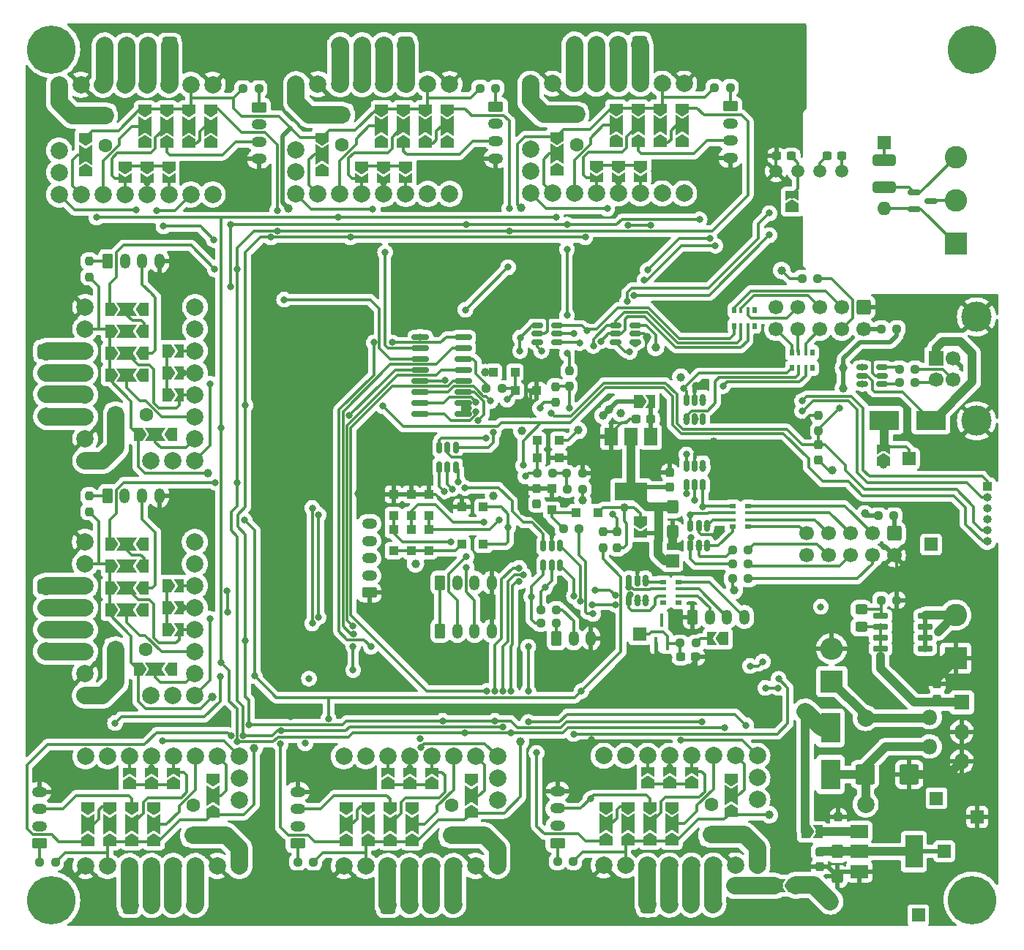
<source format=gbr>
%TF.GenerationSoftware,KiCad,Pcbnew,6.0.10*%
%TF.CreationDate,2023-05-02T14:48:46+03:00*%
%TF.ProjectId,multistepper,6d756c74-6973-4746-9570-7065722e6b69,rev?*%
%TF.SameCoordinates,Original*%
%TF.FileFunction,Copper,L4,Bot*%
%TF.FilePolarity,Positive*%
%FSLAX46Y46*%
G04 Gerber Fmt 4.6, Leading zero omitted, Abs format (unit mm)*
G04 Created by KiCad (PCBNEW 6.0.10) date 2023-05-02 14:48:46*
%MOMM*%
%LPD*%
G01*
G04 APERTURE LIST*
G04 Aperture macros list*
%AMRoundRect*
0 Rectangle with rounded corners*
0 $1 Rounding radius*
0 $2 $3 $4 $5 $6 $7 $8 $9 X,Y pos of 4 corners*
0 Add a 4 corners polygon primitive as box body*
4,1,4,$2,$3,$4,$5,$6,$7,$8,$9,$2,$3,0*
0 Add four circle primitives for the rounded corners*
1,1,$1+$1,$2,$3*
1,1,$1+$1,$4,$5*
1,1,$1+$1,$6,$7*
1,1,$1+$1,$8,$9*
0 Add four rect primitives between the rounded corners*
20,1,$1+$1,$2,$3,$4,$5,0*
20,1,$1+$1,$4,$5,$6,$7,0*
20,1,$1+$1,$6,$7,$8,$9,0*
20,1,$1+$1,$8,$9,$2,$3,0*%
%AMFreePoly0*
4,1,6,1.000000,0.000000,0.500000,-0.750000,-0.500000,-0.750000,-0.500000,0.750000,0.500000,0.750000,1.000000,0.000000,1.000000,0.000000,$1*%
%AMFreePoly1*
4,1,7,0.700000,0.000000,1.200000,-0.750000,-1.200000,-0.750000,-0.700000,0.000000,-1.200000,0.750000,1.200000,0.750000,0.700000,0.000000,0.700000,0.000000,$1*%
%AMFreePoly2*
4,1,6,0.500000,-0.750000,-0.650000,-0.750000,-0.150000,0.000000,-0.650000,0.750000,0.500000,0.750000,0.500000,-0.750000,0.500000,-0.750000,$1*%
G04 Aperture macros list end*
%TA.AperFunction,ComponentPad*%
%ADD10RoundRect,0.250000X-0.350000X-0.625000X0.350000X-0.625000X0.350000X0.625000X-0.350000X0.625000X0*%
%TD*%
%TA.AperFunction,ComponentPad*%
%ADD11O,1.200000X1.750000*%
%TD*%
%TA.AperFunction,ComponentPad*%
%ADD12RoundRect,0.250000X0.625000X-0.350000X0.625000X0.350000X-0.625000X0.350000X-0.625000X-0.350000X0*%
%TD*%
%TA.AperFunction,ComponentPad*%
%ADD13O,1.750000X1.200000*%
%TD*%
%TA.AperFunction,ComponentPad*%
%ADD14RoundRect,0.250000X-0.625000X0.350000X-0.625000X-0.350000X0.625000X-0.350000X0.625000X0.350000X0*%
%TD*%
%TA.AperFunction,ComponentPad*%
%ADD15RoundRect,0.250000X0.600000X0.725000X-0.600000X0.725000X-0.600000X-0.725000X0.600000X-0.725000X0*%
%TD*%
%TA.AperFunction,ComponentPad*%
%ADD16O,1.700000X1.950000*%
%TD*%
%TA.AperFunction,ComponentPad*%
%ADD17RoundRect,0.250000X-0.725000X0.600000X-0.725000X-0.600000X0.725000X-0.600000X0.725000X0.600000X0*%
%TD*%
%TA.AperFunction,ComponentPad*%
%ADD18O,1.950000X1.700000*%
%TD*%
%TA.AperFunction,ComponentPad*%
%ADD19RoundRect,0.250000X-0.600000X0.600000X-0.600000X-0.600000X0.600000X-0.600000X0.600000X0.600000X0*%
%TD*%
%TA.AperFunction,ComponentPad*%
%ADD20C,1.700000*%
%TD*%
%TA.AperFunction,ComponentPad*%
%ADD21C,5.600000*%
%TD*%
%TA.AperFunction,ComponentPad*%
%ADD22R,1.600000X1.600000*%
%TD*%
%TA.AperFunction,ComponentPad*%
%ADD23O,1.600000X1.600000*%
%TD*%
%TA.AperFunction,ComponentPad*%
%ADD24C,1.600000*%
%TD*%
%TA.AperFunction,ComponentPad*%
%ADD25C,2.000000*%
%TD*%
%TA.AperFunction,ComponentPad*%
%ADD26R,2.600000X2.600000*%
%TD*%
%TA.AperFunction,ComponentPad*%
%ADD27C,2.600000*%
%TD*%
%TA.AperFunction,ComponentPad*%
%ADD28R,1.500000X1.500000*%
%TD*%
%TA.AperFunction,ComponentPad*%
%ADD29R,1.000000X1.000000*%
%TD*%
%TA.AperFunction,ComponentPad*%
%ADD30O,1.000000X1.000000*%
%TD*%
%TA.AperFunction,ComponentPad*%
%ADD31RoundRect,0.250000X-0.600000X-0.725000X0.600000X-0.725000X0.600000X0.725000X-0.600000X0.725000X0*%
%TD*%
%TA.AperFunction,ComponentPad*%
%ADD32C,1.500000*%
%TD*%
%TA.AperFunction,ComponentPad*%
%ADD33O,2.600000X2.600000*%
%TD*%
%TA.AperFunction,ComponentPad*%
%ADD34R,1.800000X1.800000*%
%TD*%
%TA.AperFunction,ComponentPad*%
%ADD35O,1.800000X1.800000*%
%TD*%
%TA.AperFunction,ComponentPad*%
%ADD36R,1.700000X1.700000*%
%TD*%
%TA.AperFunction,ComponentPad*%
%ADD37C,3.500000*%
%TD*%
%TA.AperFunction,SMDPad,CuDef*%
%ADD38RoundRect,0.150000X-0.512500X-0.150000X0.512500X-0.150000X0.512500X0.150000X-0.512500X0.150000X0*%
%TD*%
%TA.AperFunction,SMDPad,CuDef*%
%ADD39FreePoly0,90.000000*%
%TD*%
%TA.AperFunction,SMDPad,CuDef*%
%ADD40FreePoly1,90.000000*%
%TD*%
%TA.AperFunction,SMDPad,CuDef*%
%ADD41FreePoly0,270.000000*%
%TD*%
%TA.AperFunction,SMDPad,CuDef*%
%ADD42FreePoly1,270.000000*%
%TD*%
%TA.AperFunction,SMDPad,CuDef*%
%ADD43FreePoly2,90.000000*%
%TD*%
%TA.AperFunction,SMDPad,CuDef*%
%ADD44FreePoly0,180.000000*%
%TD*%
%TA.AperFunction,SMDPad,CuDef*%
%ADD45FreePoly1,180.000000*%
%TD*%
%TA.AperFunction,SMDPad,CuDef*%
%ADD46FreePoly0,0.000000*%
%TD*%
%TA.AperFunction,SMDPad,CuDef*%
%ADD47FreePoly2,0.000000*%
%TD*%
%TA.AperFunction,SMDPad,CuDef*%
%ADD48RoundRect,0.237500X-0.250000X-0.237500X0.250000X-0.237500X0.250000X0.237500X-0.250000X0.237500X0*%
%TD*%
%TA.AperFunction,SMDPad,CuDef*%
%ADD49FreePoly2,270.000000*%
%TD*%
%TA.AperFunction,SMDPad,CuDef*%
%ADD50RoundRect,0.250000X-0.425000X0.537500X-0.425000X-0.537500X0.425000X-0.537500X0.425000X0.537500X0*%
%TD*%
%TA.AperFunction,SMDPad,CuDef*%
%ADD51R,1.000000X1.000000*%
%TD*%
%TA.AperFunction,SMDPad,CuDef*%
%ADD52R,0.500000X0.800000*%
%TD*%
%TA.AperFunction,SMDPad,CuDef*%
%ADD53R,0.400000X0.800000*%
%TD*%
%TA.AperFunction,SMDPad,CuDef*%
%ADD54R,0.800000X0.500000*%
%TD*%
%TA.AperFunction,SMDPad,CuDef*%
%ADD55R,0.800000X0.400000*%
%TD*%
%TA.AperFunction,SMDPad,CuDef*%
%ADD56RoundRect,0.150000X-0.587500X-0.150000X0.587500X-0.150000X0.587500X0.150000X-0.587500X0.150000X0*%
%TD*%
%TA.AperFunction,SMDPad,CuDef*%
%ADD57RoundRect,0.150000X-0.150000X0.512500X-0.150000X-0.512500X0.150000X-0.512500X0.150000X0.512500X0*%
%TD*%
%TA.AperFunction,SMDPad,CuDef*%
%ADD58RoundRect,0.237500X0.250000X0.237500X-0.250000X0.237500X-0.250000X-0.237500X0.250000X-0.237500X0*%
%TD*%
%TA.AperFunction,SMDPad,CuDef*%
%ADD59RoundRect,0.237500X-0.237500X0.300000X-0.237500X-0.300000X0.237500X-0.300000X0.237500X0.300000X0*%
%TD*%
%TA.AperFunction,SMDPad,CuDef*%
%ADD60RoundRect,0.150000X0.825000X0.150000X-0.825000X0.150000X-0.825000X-0.150000X0.825000X-0.150000X0*%
%TD*%
%TA.AperFunction,SMDPad,CuDef*%
%ADD61RoundRect,0.150000X0.512500X0.150000X-0.512500X0.150000X-0.512500X-0.150000X0.512500X-0.150000X0*%
%TD*%
%TA.AperFunction,SMDPad,CuDef*%
%ADD62RoundRect,0.237500X-0.237500X0.250000X-0.237500X-0.250000X0.237500X-0.250000X0.237500X0.250000X0*%
%TD*%
%TA.AperFunction,SMDPad,CuDef*%
%ADD63RoundRect,0.237500X0.300000X0.237500X-0.300000X0.237500X-0.300000X-0.237500X0.300000X-0.237500X0*%
%TD*%
%TA.AperFunction,SMDPad,CuDef*%
%ADD64RoundRect,0.237500X0.237500X-0.250000X0.237500X0.250000X-0.237500X0.250000X-0.237500X-0.250000X0*%
%TD*%
%TA.AperFunction,SMDPad,CuDef*%
%ADD65RoundRect,0.250000X0.450000X-0.325000X0.450000X0.325000X-0.450000X0.325000X-0.450000X-0.325000X0*%
%TD*%
%TA.AperFunction,SMDPad,CuDef*%
%ADD66FreePoly2,180.000000*%
%TD*%
%TA.AperFunction,SMDPad,CuDef*%
%ADD67R,2.300000X3.500000*%
%TD*%
%TA.AperFunction,SMDPad,CuDef*%
%ADD68RoundRect,0.237500X0.237500X-0.300000X0.237500X0.300000X-0.237500X0.300000X-0.237500X-0.300000X0*%
%TD*%
%TA.AperFunction,SMDPad,CuDef*%
%ADD69R,2.000000X1.500000*%
%TD*%
%TA.AperFunction,SMDPad,CuDef*%
%ADD70R,2.000000X3.800000*%
%TD*%
%TA.AperFunction,SMDPad,CuDef*%
%ADD71R,3.500000X2.300000*%
%TD*%
%TA.AperFunction,SMDPad,CuDef*%
%ADD72RoundRect,0.237500X-0.300000X-0.237500X0.300000X-0.237500X0.300000X0.237500X-0.300000X0.237500X0*%
%TD*%
%TA.AperFunction,SMDPad,CuDef*%
%ADD73RoundRect,0.250000X-0.875000X-0.925000X0.875000X-0.925000X0.875000X0.925000X-0.875000X0.925000X0*%
%TD*%
%TA.AperFunction,SMDPad,CuDef*%
%ADD74R,0.450000X1.500000*%
%TD*%
%TA.AperFunction,SMDPad,CuDef*%
%ADD75RoundRect,0.150000X-0.725000X-0.150000X0.725000X-0.150000X0.725000X0.150000X-0.725000X0.150000X0*%
%TD*%
%TA.AperFunction,SMDPad,CuDef*%
%ADD76R,1.500000X2.000000*%
%TD*%
%TA.AperFunction,SMDPad,CuDef*%
%ADD77R,3.800000X2.000000*%
%TD*%
%TA.AperFunction,SMDPad,CuDef*%
%ADD78RoundRect,0.250000X-1.075000X0.400000X-1.075000X-0.400000X1.075000X-0.400000X1.075000X0.400000X0*%
%TD*%
%TA.AperFunction,ViaPad*%
%ADD79C,1.000000*%
%TD*%
%TA.AperFunction,ViaPad*%
%ADD80C,0.800000*%
%TD*%
%TA.AperFunction,Conductor*%
%ADD81C,0.300000*%
%TD*%
%TA.AperFunction,Conductor*%
%ADD82C,0.500000*%
%TD*%
%TA.AperFunction,Conductor*%
%ADD83C,1.000000*%
%TD*%
%TA.AperFunction,Conductor*%
%ADD84C,2.000000*%
%TD*%
%TA.AperFunction,Conductor*%
%ADD85C,0.200000*%
%TD*%
G04 APERTURE END LIST*
D10*
%TO.P,J26,1,Pin_1*%
%TO.N,Net-(J26-Pad1)*%
X65472000Y-93687600D03*
D11*
%TO.P,J26,2,Pin_2*%
%TO.N,M7_L0*%
X67472000Y-93687600D03*
%TO.P,J26,3,Pin_3*%
%TO.N,M7_L1*%
X69472000Y-93687600D03*
%TO.P,J26,4,Pin_4*%
%TO.N,GND*%
X71472000Y-93687600D03*
%TD*%
D12*
%TO.P,J24,1,Pin_1*%
%TO.N,Net-(J24-Pad1)*%
X57604925Y-133934000D03*
D13*
%TO.P,J24,2,Pin_2*%
%TO.N,M6_L0*%
X57604925Y-131934000D03*
%TO.P,J24,3,Pin_3*%
%TO.N,M6_L1*%
X57604925Y-129934000D03*
%TO.P,J24,4,Pin_4*%
%TO.N,GND*%
X57604925Y-127934000D03*
%TD*%
D12*
%TO.P,J22,1,Pin_1*%
%TO.N,Net-(J22-Pad1)*%
X87466000Y-133934000D03*
D13*
%TO.P,J22,2,Pin_2*%
%TO.N,M5_L0*%
X87466000Y-131934000D03*
%TO.P,J22,3,Pin_3*%
%TO.N,M5_L1*%
X87466000Y-129934000D03*
%TO.P,J22,4,Pin_4*%
%TO.N,GND*%
X87466000Y-127934000D03*
%TD*%
D12*
%TO.P,J20,1,Pin_1*%
%TO.N,Net-(J20-Pad1)*%
X117526000Y-133874000D03*
D13*
%TO.P,J20,2,Pin_2*%
%TO.N,M4_L0*%
X117526000Y-131874000D03*
%TO.P,J20,3,Pin_3*%
%TO.N,M4_L1*%
X117526000Y-129874000D03*
%TO.P,J20,4,Pin_4*%
%TO.N,GND*%
X117526000Y-127874000D03*
%TD*%
D14*
%TO.P,J18,1,Pin_1*%
%TO.N,Net-(J18-Pad1)*%
X137500450Y-48566000D03*
D13*
%TO.P,J18,2,Pin_2*%
%TO.N,M3_L0*%
X137500450Y-50566000D03*
%TO.P,J18,3,Pin_3*%
%TO.N,M3_L1*%
X137500450Y-52566000D03*
%TO.P,J18,4,Pin_4*%
%TO.N,GND*%
X137500450Y-54566000D03*
%TD*%
D14*
%TO.P,J16,1,Pin_1*%
%TO.N,Net-(J16-Pad1)*%
X110395075Y-48627827D03*
D13*
%TO.P,J16,2,Pin_2*%
%TO.N,M2_L0*%
X110395075Y-50627827D03*
%TO.P,J16,3,Pin_3*%
%TO.N,M2_L1*%
X110395075Y-52627827D03*
%TO.P,J16,4,Pin_4*%
%TO.N,GND*%
X110395075Y-54627827D03*
%TD*%
D14*
%TO.P,J14,1,Pin_1*%
%TO.N,Net-(J14-Pad1)*%
X82974000Y-48689654D03*
D13*
%TO.P,J14,2,Pin_2*%
%TO.N,M1_L0*%
X82974000Y-50689654D03*
%TO.P,J14,3,Pin_3*%
%TO.N,M1_L1*%
X82974000Y-52689654D03*
%TO.P,J14,4,Pin_4*%
%TO.N,GND*%
X82974000Y-54689654D03*
%TD*%
D10*
%TO.P,J11,1,Pin_1*%
%TO.N,Net-(J11-Pad1)*%
X65500000Y-66500000D03*
D11*
%TO.P,J11,2,Pin_2*%
%TO.N,M0_L0*%
X67500000Y-66500000D03*
%TO.P,J11,3,Pin_3*%
%TO.N,M0_L1*%
X69500000Y-66500000D03*
%TO.P,J11,4,Pin_4*%
%TO.N,GND*%
X71500000Y-66500000D03*
%TD*%
D15*
%TO.P,J17,1,Pin_1*%
%TO.N,Net-(J17-Pad1)*%
X99921075Y-41501827D03*
D16*
%TO.P,J17,2,Pin_2*%
%TO.N,Net-(J17-Pad2)*%
X97421075Y-41501827D03*
%TO.P,J17,3,Pin_3*%
%TO.N,Net-(J17-Pad3)*%
X94921075Y-41501827D03*
%TO.P,J17,4,Pin_4*%
%TO.N,Net-(J17-Pad4)*%
X92421075Y-41501827D03*
%TD*%
D17*
%TO.P,J12,1,Pin_1*%
%TO.N,Net-(J12-Pad1)*%
X58374000Y-76974000D03*
D18*
%TO.P,J12,2,Pin_2*%
%TO.N,Net-(J12-Pad2)*%
X58374000Y-79474000D03*
%TO.P,J12,3,Pin_3*%
%TO.N,Net-(J12-Pad3)*%
X58374000Y-81974000D03*
%TO.P,J12,4,Pin_4*%
%TO.N,Net-(J12-Pad4)*%
X58374000Y-84474000D03*
%TD*%
D12*
%TO.P,J6,1,Pin_1*%
%TO.N,GND*%
X95758000Y-104902000D03*
D13*
%TO.P,J6,2,Pin_2*%
%TO.N,Net-(J6-Pad2)*%
X95758000Y-102902000D03*
%TO.P,J6,3,Pin_3*%
%TO.N,Net-(J6-Pad3)*%
X95758000Y-100902000D03*
%TO.P,J6,4,Pin_4*%
%TO.N,Net-(J6-Pad4)*%
X95758000Y-98902000D03*
%TO.P,J6,5,Pin_5*%
%TO.N,Net-(J6-Pad5)*%
X95758000Y-96902000D03*
%TD*%
D19*
%TO.P,J2,1,Pin_1*%
%TO.N,GND*%
X152958800Y-71840700D03*
D20*
%TO.P,J2,2,Pin_2*%
%TO.N,Net-(J2-Pad2)*%
X152958800Y-74380700D03*
%TO.P,J2,3,Pin_3*%
%TO.N,Net-(J2-Pad3)*%
X150418800Y-71840700D03*
%TO.P,J2,4,Pin_4*%
%TO.N,Net-(J2-Pad4)*%
X150418800Y-74380700D03*
%TO.P,J2,5,Pin_5*%
%TO.N,Net-(J2-Pad5)*%
X147878800Y-71840700D03*
%TO.P,J2,6,Pin_6*%
%TO.N,Net-(J2-Pad6)*%
X147878800Y-74380700D03*
%TO.P,J2,7,Pin_7*%
%TO.N,Net-(J2-Pad7)*%
X145338800Y-71840700D03*
%TO.P,J2,8,Pin_8*%
%TO.N,Net-(J2-Pad8)*%
X145338800Y-74380700D03*
%TO.P,J2,9,Pin_9*%
%TO.N,GND*%
X142798800Y-71840700D03*
%TO.P,J2,10,Pin_10*%
%TO.N,Net-(J2-Pad10)*%
X142798800Y-74380700D03*
%TD*%
D21*
%TO.P,H4,1*%
%TO.N,N/C*%
X165500000Y-140500000D03*
%TD*%
D22*
%TO.P,SW3,1*%
%TO.N,Net-(R18-Pad1)*%
X155295600Y-52832000D03*
D23*
%TO.P,SW3,2*%
%TO.N,/CANL*%
X155295600Y-60452000D03*
%TD*%
D22*
%TO.P,C24,1*%
%TO.N,/Motors/Vm*%
X105246000Y-132978000D03*
D24*
%TO.P,C24,2*%
%TO.N,GND*%
X105246000Y-129478000D03*
%TD*%
D10*
%TO.P,J5,1,Pin_1*%
%TO.N,Net-(J4-Pad1)*%
X103934000Y-103733600D03*
D11*
%TO.P,J5,2,Pin_2*%
%TO.N,ADC2*%
X105934000Y-103733600D03*
%TO.P,J5,3,Pin_3*%
%TO.N,ADC3*%
X107934000Y-103733600D03*
%TO.P,J5,4,Pin_4*%
%TO.N,GND*%
X109934000Y-103733600D03*
%TD*%
D25*
%TO.P,XX5,1,~{EN}*%
%TO.N,/Motors/stepper_M5/~{ENx}*%
X140640000Y-123774000D03*
%TO.P,XX5,2,MS1*%
%TO.N,/Motors/stepper_M5/MS1*%
X138100000Y-123774000D03*
%TO.P,XX5,3,MS2*%
%TO.N,/Motors/stepper_M5/MS2*%
X135560000Y-123774000D03*
%TO.P,XX5,4,SPREAD*%
%TO.N,/Motors/stepper_M5/SPR*%
X133020000Y-123774000D03*
%TO.P,XX5,5,PDN_UART*%
%TO.N,/Motors/stepper_M5/U*%
X130480000Y-123774000D03*
%TO.P,XX5,6,CLK*%
%TO.N,/Motors/stepper_M5/CLK*%
X127940000Y-123774000D03*
%TO.P,XX5,7,STEP*%
%TO.N,/Motors/stepper_M5/STEPx*%
X125400000Y-123774000D03*
%TO.P,XX5,8,DIR*%
%TO.N,/Motors/stepper_M5/DIRx*%
X122860000Y-123774000D03*
%TO.P,XX5,9,GND*%
%TO.N,GND*%
X122860000Y-136474000D03*
%TO.P,XX5,10,VIO*%
%TO.N,Vio*%
X125400000Y-136474000D03*
%TO.P,XX5,11,M1B*%
%TO.N,Net-(J21-Pad1)*%
X127940000Y-136474000D03*
%TO.P,XX5,12,M1A*%
%TO.N,Net-(J21-Pad2)*%
X130480000Y-136474000D03*
%TO.P,XX5,13,M2A*%
%TO.N,Net-(J21-Pad3)*%
X133020000Y-136474000D03*
%TO.P,XX5,14,M2B*%
%TO.N,Net-(J21-Pad4)*%
X135560000Y-136474000D03*
%TO.P,XX5,15,GND*%
%TO.N,GND*%
X138100000Y-136474000D03*
%TO.P,XX5,16,Vmot*%
%TO.N,/Motors/Vm*%
X140640000Y-136474000D03*
%TO.P,XX5,17,DIAG*%
%TO.N,/Motors/DIAG4*%
X140640000Y-126314000D03*
%TO.P,XX5,18,INDEX*%
%TO.N,unconnected-(XX5-Pad18)*%
X140640000Y-128854000D03*
%TD*%
D10*
%TO.P,J13,1,Pin_1*%
%TO.N,Net-(J13-Pad1)*%
X117380000Y-110194000D03*
D11*
%TO.P,J13,2,Pin_2*%
%TO.N,Net-(J13-Pad2)*%
X119380000Y-110194000D03*
%TO.P,J13,3,Pin_3*%
%TO.N,GND*%
X121380000Y-110194000D03*
%TD*%
D25*
%TO.P,XX8,1,~{EN}*%
%TO.N,/Motors/stepper_M8/~{ENx}*%
X75572000Y-116801600D03*
%TO.P,XX8,2,MS1*%
%TO.N,/Motors/stepper_M8/MS1*%
X75572000Y-114261600D03*
%TO.P,XX8,3,MS2*%
%TO.N,/Motors/stepper_M8/MS2*%
X75572000Y-111721600D03*
%TO.P,XX8,4,SPREAD*%
%TO.N,/Motors/stepper_M8/SPR*%
X75572000Y-109181600D03*
%TO.P,XX8,5,PDN_UART*%
%TO.N,/Motors/stepper_M8/U*%
X75572000Y-106641600D03*
%TO.P,XX8,6,CLK*%
%TO.N,/Motors/stepper_M8/CLK*%
X75572000Y-104101600D03*
%TO.P,XX8,7,STEP*%
%TO.N,/Motors/stepper_M8/STEPx*%
X75572000Y-101561600D03*
%TO.P,XX8,8,DIR*%
%TO.N,/Motors/stepper_M8/DIRx*%
X75572000Y-99021600D03*
%TO.P,XX8,9,GND*%
%TO.N,GND*%
X62872000Y-99021600D03*
%TO.P,XX8,10,VIO*%
%TO.N,Vio*%
X62872000Y-101561600D03*
%TO.P,XX8,11,M1B*%
%TO.N,Net-(J27-Pad1)*%
X62872000Y-104101600D03*
%TO.P,XX8,12,M1A*%
%TO.N,Net-(J27-Pad2)*%
X62872000Y-106641600D03*
%TO.P,XX8,13,M2A*%
%TO.N,Net-(J27-Pad3)*%
X62872000Y-109181600D03*
%TO.P,XX8,14,M2B*%
%TO.N,Net-(J27-Pad4)*%
X62872000Y-111721600D03*
%TO.P,XX8,15,GND*%
%TO.N,GND*%
X62872000Y-114261600D03*
%TO.P,XX8,16,Vmot*%
%TO.N,/Motors/Vm*%
X62872000Y-116801600D03*
%TO.P,XX8,17,DIAG*%
%TO.N,/Motors/DIAG7*%
X73032000Y-116801600D03*
%TO.P,XX8,18,INDEX*%
%TO.N,unconnected-(XX8-Pad18)*%
X70492000Y-116801600D03*
%TD*%
%TO.P,XX3,1,~{EN}*%
%TO.N,/Motors/stepper_M3/~{ENx}*%
X87281075Y-58727827D03*
%TO.P,XX3,2,MS1*%
%TO.N,/Motors/stepper_M3/MS1*%
X89821075Y-58727827D03*
%TO.P,XX3,3,MS2*%
%TO.N,/Motors/stepper_M3/MS2*%
X92361075Y-58727827D03*
%TO.P,XX3,4,SPREAD*%
%TO.N,/Motors/stepper_M3/SPR*%
X94901075Y-58727827D03*
%TO.P,XX3,5,PDN_UART*%
%TO.N,/Motors/stepper_M3/U*%
X97441075Y-58727827D03*
%TO.P,XX3,6,CLK*%
%TO.N,/Motors/stepper_M3/CLK*%
X99981075Y-58727827D03*
%TO.P,XX3,7,STEP*%
%TO.N,/Motors/stepper_M3/STEPx*%
X102521075Y-58727827D03*
%TO.P,XX3,8,DIR*%
%TO.N,/Motors/stepper_M3/DIRx*%
X105061075Y-58727827D03*
%TO.P,XX3,9,GND*%
%TO.N,GND*%
X105061075Y-46027827D03*
%TO.P,XX3,10,VIO*%
%TO.N,Vio*%
X102521075Y-46027827D03*
%TO.P,XX3,11,M1B*%
%TO.N,Net-(J17-Pad1)*%
X99981075Y-46027827D03*
%TO.P,XX3,12,M1A*%
%TO.N,Net-(J17-Pad2)*%
X97441075Y-46027827D03*
%TO.P,XX3,13,M2A*%
%TO.N,Net-(J17-Pad3)*%
X94901075Y-46027827D03*
%TO.P,XX3,14,M2B*%
%TO.N,Net-(J17-Pad4)*%
X92361075Y-46027827D03*
%TO.P,XX3,15,GND*%
%TO.N,GND*%
X89821075Y-46027827D03*
%TO.P,XX3,16,Vmot*%
%TO.N,/Motors/Vm*%
X87281075Y-46027827D03*
%TO.P,XX3,17,DIAG*%
%TO.N,/Motors/DIAG2*%
X87281075Y-56187827D03*
%TO.P,XX3,18,INDEX*%
%TO.N,unconnected-(XX3-Pad18)*%
X87281075Y-53647827D03*
%TD*%
D26*
%TO.P,J10,1,Pin_1*%
%TO.N,GND*%
X163576000Y-112482000D03*
D27*
%TO.P,J10,2,Pin_2*%
%TO.N,Net-(J10-Pad2)*%
X163576000Y-107482000D03*
%TD*%
D19*
%TO.P,J3,1,Pin_1*%
%TO.N,Net-(J3-Pad1)*%
X156464000Y-98044000D03*
D20*
%TO.P,J3,2,Pin_2*%
%TO.N,GND*%
X156464000Y-100584000D03*
%TO.P,J3,3,Pin_3*%
%TO.N,Net-(J3-Pad3)*%
X153924000Y-98044000D03*
%TO.P,J3,4,Pin_4*%
%TO.N,Net-(J3-Pad4)*%
X153924000Y-100584000D03*
%TO.P,J3,5,Pin_5*%
%TO.N,Net-(J3-Pad5)*%
X151384000Y-98044000D03*
%TO.P,J3,6,Pin_6*%
%TO.N,Net-(J3-Pad6)*%
X151384000Y-100584000D03*
%TO.P,J3,7,Pin_7*%
%TO.N,Net-(J3-Pad7)*%
X148844000Y-98044000D03*
%TO.P,J3,8,Pin_8*%
%TO.N,Net-(J3-Pad8)*%
X148844000Y-100584000D03*
%TO.P,J3,9,Pin_9*%
%TO.N,Net-(J3-Pad9)*%
X146304000Y-98044000D03*
%TO.P,J3,10,Pin_10*%
%TO.N,GND*%
X146304000Y-100584000D03*
%TD*%
D28*
%TO.P,TP3,1,1*%
%TO.N,GND*%
X166090600Y-130860800D03*
%TD*%
D29*
%TO.P,J1,1,Pin_1*%
%TO.N,/MCU base/SWCLK*%
X167258600Y-92608400D03*
D30*
%TO.P,J1,2,Pin_2*%
%TO.N,/MCU base/SWDIO*%
X167258600Y-93878400D03*
%TO.P,J1,3,Pin_3*%
%TO.N,GND*%
X167258600Y-95148400D03*
%TO.P,J1,4,Pin_4*%
%TO.N,Net-(J1-Pad4)*%
X167258600Y-96418400D03*
%TO.P,J1,5,Pin_5*%
%TO.N,/MCU base/BOOT0*%
X167258600Y-97688400D03*
%TO.P,J1,6,Pin_6*%
%TO.N,/MCU base/NRST*%
X167258600Y-98958400D03*
%TD*%
D21*
%TO.P,H1,1*%
%TO.N,N/C*%
X59000000Y-42000000D03*
%TD*%
D22*
%TO.P,C23,1*%
%TO.N,/Motors/Vm*%
X135306000Y-132918000D03*
D24*
%TO.P,C23,2*%
%TO.N,GND*%
X135306000Y-129418000D03*
%TD*%
D15*
%TO.P,J19,1,Pin_1*%
%TO.N,Net-(J19-Pad1)*%
X127026450Y-41440000D03*
D16*
%TO.P,J19,2,Pin_2*%
%TO.N,Net-(J19-Pad2)*%
X124526450Y-41440000D03*
%TO.P,J19,3,Pin_3*%
%TO.N,Net-(J19-Pad3)*%
X122026450Y-41440000D03*
%TO.P,J19,4,Pin_4*%
%TO.N,Net-(J19-Pad4)*%
X119526450Y-41440000D03*
%TD*%
D28*
%TO.P,TP2,1,1*%
%TO.N,Vdrive*%
X159258000Y-142240000D03*
%TD*%
D21*
%TO.P,H3,1*%
%TO.N,N/C*%
X59000000Y-140500000D03*
%TD*%
D31*
%TO.P,J23,1,Pin_1*%
%TO.N,Net-(J23-Pad1)*%
X97940000Y-141060000D03*
D16*
%TO.P,J23,2,Pin_2*%
%TO.N,Net-(J23-Pad2)*%
X100440000Y-141060000D03*
%TO.P,J23,3,Pin_3*%
%TO.N,Net-(J23-Pad3)*%
X102940000Y-141060000D03*
%TO.P,J23,4,Pin_4*%
%TO.N,Net-(J23-Pad4)*%
X105440000Y-141060000D03*
%TD*%
D31*
%TO.P,J25,1,Pin_1*%
%TO.N,Net-(J25-Pad1)*%
X68078925Y-141060000D03*
D16*
%TO.P,J25,2,Pin_2*%
%TO.N,Net-(J25-Pad2)*%
X70578925Y-141060000D03*
%TO.P,J25,3,Pin_3*%
%TO.N,Net-(J25-Pad3)*%
X73078925Y-141060000D03*
%TO.P,J25,4,Pin_4*%
%TO.N,Net-(J25-Pad4)*%
X75578925Y-141060000D03*
%TD*%
D25*
%TO.P,XX4,1,~{EN}*%
%TO.N,/Motors/stepper_M4/~{ENx}*%
X114386450Y-58666000D03*
%TO.P,XX4,2,MS1*%
%TO.N,/Motors/stepper_M4/MS1*%
X116926450Y-58666000D03*
%TO.P,XX4,3,MS2*%
%TO.N,/Motors/stepper_M4/MS2*%
X119466450Y-58666000D03*
%TO.P,XX4,4,SPREAD*%
%TO.N,/Motors/stepper_M4/SPR*%
X122006450Y-58666000D03*
%TO.P,XX4,5,PDN_UART*%
%TO.N,/Motors/stepper_M4/U*%
X124546450Y-58666000D03*
%TO.P,XX4,6,CLK*%
%TO.N,/Motors/stepper_M4/CLK*%
X127086450Y-58666000D03*
%TO.P,XX4,7,STEP*%
%TO.N,/Motors/stepper_M4/STEPx*%
X129626450Y-58666000D03*
%TO.P,XX4,8,DIR*%
%TO.N,/Motors/stepper_M4/DIRx*%
X132166450Y-58666000D03*
%TO.P,XX4,9,GND*%
%TO.N,GND*%
X132166450Y-45966000D03*
%TO.P,XX4,10,VIO*%
%TO.N,Vio*%
X129626450Y-45966000D03*
%TO.P,XX4,11,M1B*%
%TO.N,Net-(J19-Pad1)*%
X127086450Y-45966000D03*
%TO.P,XX4,12,M1A*%
%TO.N,Net-(J19-Pad2)*%
X124546450Y-45966000D03*
%TO.P,XX4,13,M2A*%
%TO.N,Net-(J19-Pad3)*%
X122006450Y-45966000D03*
%TO.P,XX4,14,M2B*%
%TO.N,Net-(J19-Pad4)*%
X119466450Y-45966000D03*
%TO.P,XX4,15,GND*%
%TO.N,GND*%
X116926450Y-45966000D03*
%TO.P,XX4,16,Vmot*%
%TO.N,/Motors/Vm*%
X114386450Y-45966000D03*
%TO.P,XX4,17,DIAG*%
%TO.N,/Motors/DIAG3*%
X114386450Y-56126000D03*
%TO.P,XX4,18,INDEX*%
%TO.N,unconnected-(XX4-Pad18)*%
X114386450Y-53586000D03*
%TD*%
D21*
%TO.P,H2,1*%
%TO.N,N/C*%
X165500000Y-42000000D03*
%TD*%
D31*
%TO.P,J21,1,Pin_1*%
%TO.N,Net-(J21-Pad1)*%
X128000000Y-141000000D03*
D16*
%TO.P,J21,2,Pin_2*%
%TO.N,Net-(J21-Pad2)*%
X130500000Y-141000000D03*
%TO.P,J21,3,Pin_3*%
%TO.N,Net-(J21-Pad3)*%
X133000000Y-141000000D03*
%TO.P,J21,4,Pin_4*%
%TO.N,Net-(J21-Pad4)*%
X135500000Y-141000000D03*
%TD*%
D22*
%TO.P,C21,1*%
%TO.N,/Motors/Vm*%
X92615075Y-49583827D03*
D24*
%TO.P,C21,2*%
%TO.N,GND*%
X92615075Y-53083827D03*
%TD*%
D22*
%TO.P,C22,1*%
%TO.N,/Motors/Vm*%
X119720450Y-49522000D03*
D24*
%TO.P,C22,2*%
%TO.N,GND*%
X119720450Y-53022000D03*
%TD*%
D32*
%TO.P,Q1,1,GND*%
%TO.N,GND*%
X142798800Y-56083200D03*
%TO.P,Q1,2,Vin*%
%TO.N,Net-(C10-Pad1)*%
X145338800Y-56083200D03*
%TO.P,Q1,3,0V*%
%TO.N,Earth*%
X147878800Y-56083200D03*
%TO.P,Q1,4,+Vo*%
%TO.N,Net-(C11-Pad1)*%
X150418800Y-56083200D03*
%TD*%
D25*
%TO.P,XX6,1,~{EN}*%
%TO.N,/Motors/stepper_M6/~{ENx}*%
X110580000Y-123834000D03*
%TO.P,XX6,2,MS1*%
%TO.N,/Motors/stepper_M6/MS1*%
X108040000Y-123834000D03*
%TO.P,XX6,3,MS2*%
%TO.N,/Motors/stepper_M6/MS2*%
X105500000Y-123834000D03*
%TO.P,XX6,4,SPREAD*%
%TO.N,/Motors/stepper_M6/SPR*%
X102960000Y-123834000D03*
%TO.P,XX6,5,PDN_UART*%
%TO.N,/Motors/stepper_M6/U*%
X100420000Y-123834000D03*
%TO.P,XX6,6,CLK*%
%TO.N,/Motors/stepper_M6/CLK*%
X97880000Y-123834000D03*
%TO.P,XX6,7,STEP*%
%TO.N,/Motors/stepper_M6/STEPx*%
X95340000Y-123834000D03*
%TO.P,XX6,8,DIR*%
%TO.N,/Motors/stepper_M6/DIRx*%
X92800000Y-123834000D03*
%TO.P,XX6,9,GND*%
%TO.N,GND*%
X92800000Y-136534000D03*
%TO.P,XX6,10,VIO*%
%TO.N,Vio*%
X95340000Y-136534000D03*
%TO.P,XX6,11,M1B*%
%TO.N,Net-(J23-Pad1)*%
X97880000Y-136534000D03*
%TO.P,XX6,12,M1A*%
%TO.N,Net-(J23-Pad2)*%
X100420000Y-136534000D03*
%TO.P,XX6,13,M2A*%
%TO.N,Net-(J23-Pad3)*%
X102960000Y-136534000D03*
%TO.P,XX6,14,M2B*%
%TO.N,Net-(J23-Pad4)*%
X105500000Y-136534000D03*
%TO.P,XX6,15,GND*%
%TO.N,GND*%
X108040000Y-136534000D03*
%TO.P,XX6,16,Vmot*%
%TO.N,/Motors/Vm*%
X110580000Y-136534000D03*
%TO.P,XX6,17,DIAG*%
%TO.N,/Motors/DIAG5*%
X110580000Y-126374000D03*
%TO.P,XX6,18,INDEX*%
%TO.N,unconnected-(XX6-Pad18)*%
X110580000Y-128914000D03*
%TD*%
D26*
%TO.P,D26,1,K*%
%TO.N,Net-(D26-Pad1)*%
X149250400Y-115194400D03*
D33*
%TO.P,D26,2,A*%
%TO.N,GND*%
X149250400Y-111384400D03*
%TD*%
D28*
%TO.P,TP6,1,1*%
%TO.N,+3.3VADC*%
X127000000Y-109728000D03*
%TD*%
D22*
%TO.P,C19,1*%
%TO.N,/Motors/Vm*%
X66456000Y-84280000D03*
D24*
%TO.P,C19,2*%
%TO.N,GND*%
X69956000Y-84280000D03*
%TD*%
D34*
%TO.P,U5,1,VIN*%
%TO.N,Vdrive*%
X164287200Y-117602000D03*
D35*
%TO.P,U5,2,VOUT*%
%TO.N,Net-(D26-Pad1)*%
X160587200Y-119302000D03*
%TO.P,U5,3,GND*%
%TO.N,GND*%
X164287200Y-121002000D03*
%TO.P,U5,4,FB*%
%TO.N,Net-(C17-Pad1)*%
X160587200Y-122702000D03*
%TO.P,U5,5,ON/OFF*%
%TO.N,GND*%
X164287200Y-124402000D03*
%TD*%
D17*
%TO.P,J27,1,Pin_1*%
%TO.N,Net-(J27-Pad1)*%
X58346000Y-104161600D03*
D18*
%TO.P,J27,2,Pin_2*%
%TO.N,Net-(J27-Pad2)*%
X58346000Y-106661600D03*
%TO.P,J27,3,Pin_3*%
%TO.N,Net-(J27-Pad3)*%
X58346000Y-109161600D03*
%TO.P,J27,4,Pin_4*%
%TO.N,Net-(J27-Pad4)*%
X58346000Y-111661600D03*
%TD*%
D10*
%TO.P,J7,1,Pin_1*%
%TO.N,GND*%
X133144000Y-107704800D03*
D11*
%TO.P,J7,2,Pin_2*%
%TO.N,Net-(J7-Pad2)*%
X135144000Y-107704800D03*
%TO.P,J7,3,Pin_3*%
%TO.N,Net-(J7-Pad3)*%
X137144000Y-107704800D03*
%TO.P,J7,4,Pin_4*%
%TO.N,Net-(J7-Pad4)*%
X139144000Y-107704800D03*
%TD*%
D28*
%TO.P,TP4,1,1*%
%TO.N,Net-(C17-Pad1)*%
X161366200Y-128701800D03*
%TD*%
D15*
%TO.P,J15,1,Pin_1*%
%TO.N,Net-(J15-Pad1)*%
X72644000Y-41563654D03*
D16*
%TO.P,J15,2,Pin_2*%
%TO.N,Net-(J15-Pad2)*%
X70144000Y-41563654D03*
%TO.P,J15,3,Pin_3*%
%TO.N,Net-(J15-Pad3)*%
X67644000Y-41563654D03*
%TO.P,J15,4,Pin_4*%
%TO.N,Net-(J15-Pad4)*%
X65144000Y-41563654D03*
%TD*%
D25*
%TO.P,L1,1,1*%
%TO.N,Net-(C17-Pad1)*%
X153162000Y-129409200D03*
%TO.P,L1,2,2*%
%TO.N,Net-(D26-Pad1)*%
X153162000Y-119409200D03*
%TD*%
D22*
%TO.P,C20,1*%
%TO.N,/Motors/Vm*%
X65194000Y-49645654D03*
D24*
%TO.P,C20,2*%
%TO.N,GND*%
X65194000Y-53145654D03*
%TD*%
D25*
%TO.P,XX2,1,~{EN}*%
%TO.N,/Motors/stepper_M2/~{ENx}*%
X59860000Y-58789654D03*
%TO.P,XX2,2,MS1*%
%TO.N,/Motors/stepper_M2/MS1*%
X62400000Y-58789654D03*
%TO.P,XX2,3,MS2*%
%TO.N,/Motors/stepper_M2/MS2*%
X64940000Y-58789654D03*
%TO.P,XX2,4,SPREAD*%
%TO.N,/Motors/stepper_M2/SPR*%
X67480000Y-58789654D03*
%TO.P,XX2,5,PDN_UART*%
%TO.N,/Motors/stepper_M2/U*%
X70020000Y-58789654D03*
%TO.P,XX2,6,CLK*%
%TO.N,/Motors/stepper_M2/CLK*%
X72560000Y-58789654D03*
%TO.P,XX2,7,STEP*%
%TO.N,/Motors/stepper_M2/STEPx*%
X75100000Y-58789654D03*
%TO.P,XX2,8,DIR*%
%TO.N,/Motors/stepper_M2/DIRx*%
X77640000Y-58789654D03*
%TO.P,XX2,9,GND*%
%TO.N,GND*%
X77640000Y-46089654D03*
%TO.P,XX2,10,VIO*%
%TO.N,Vio*%
X75100000Y-46089654D03*
%TO.P,XX2,11,M1B*%
%TO.N,Net-(J15-Pad1)*%
X72560000Y-46089654D03*
%TO.P,XX2,12,M1A*%
%TO.N,Net-(J15-Pad2)*%
X70020000Y-46089654D03*
%TO.P,XX2,13,M2A*%
%TO.N,Net-(J15-Pad3)*%
X67480000Y-46089654D03*
%TO.P,XX2,14,M2B*%
%TO.N,Net-(J15-Pad4)*%
X64940000Y-46089654D03*
%TO.P,XX2,15,GND*%
%TO.N,GND*%
X62400000Y-46089654D03*
%TO.P,XX2,16,Vmot*%
%TO.N,/Motors/Vm*%
X59860000Y-46089654D03*
%TO.P,XX2,17,DIAG*%
%TO.N,/Motors/DIAG1*%
X59860000Y-56249654D03*
%TO.P,XX2,18,INDEX*%
%TO.N,unconnected-(XX2-Pad18)*%
X59860000Y-53709654D03*
%TD*%
D26*
%TO.P,J9,1,Pin_1*%
%TO.N,/CANL*%
X163576000Y-64516000D03*
D27*
%TO.P,J9,2,Pin_2*%
%TO.N,Earth*%
X163576000Y-59516000D03*
%TO.P,J9,3,Pin_3*%
%TO.N,/CANH*%
X163576000Y-54516000D03*
%TD*%
D22*
%TO.P,C25,1*%
%TO.N,/Motors/Vm*%
X75384925Y-132978000D03*
D24*
%TO.P,C25,2*%
%TO.N,GND*%
X75384925Y-129478000D03*
%TD*%
D25*
%TO.P,XX7,1,~{EN}*%
%TO.N,/Motors/stepper_M7/~{ENx}*%
X80718925Y-123834000D03*
%TO.P,XX7,2,MS1*%
%TO.N,/Motors/stepper_M7/MS1*%
X78178925Y-123834000D03*
%TO.P,XX7,3,MS2*%
%TO.N,/Motors/stepper_M7/MS2*%
X75638925Y-123834000D03*
%TO.P,XX7,4,SPREAD*%
%TO.N,/Motors/stepper_M7/SPR*%
X73098925Y-123834000D03*
%TO.P,XX7,5,PDN_UART*%
%TO.N,/Motors/stepper_M7/U*%
X70558925Y-123834000D03*
%TO.P,XX7,6,CLK*%
%TO.N,/Motors/stepper_M7/CLK*%
X68018925Y-123834000D03*
%TO.P,XX7,7,STEP*%
%TO.N,/Motors/stepper_M7/STEPx*%
X65478925Y-123834000D03*
%TO.P,XX7,8,DIR*%
%TO.N,/Motors/stepper_M7/DIRx*%
X62938925Y-123834000D03*
%TO.P,XX7,9,GND*%
%TO.N,GND*%
X62938925Y-136534000D03*
%TO.P,XX7,10,VIO*%
%TO.N,Vio*%
X65478925Y-136534000D03*
%TO.P,XX7,11,M1B*%
%TO.N,Net-(J25-Pad1)*%
X68018925Y-136534000D03*
%TO.P,XX7,12,M1A*%
%TO.N,Net-(J25-Pad2)*%
X70558925Y-136534000D03*
%TO.P,XX7,13,M2A*%
%TO.N,Net-(J25-Pad3)*%
X73098925Y-136534000D03*
%TO.P,XX7,14,M2B*%
%TO.N,Net-(J25-Pad4)*%
X75638925Y-136534000D03*
%TO.P,XX7,15,GND*%
%TO.N,GND*%
X78178925Y-136534000D03*
%TO.P,XX7,16,Vmot*%
%TO.N,/Motors/Vm*%
X80718925Y-136534000D03*
%TO.P,XX7,17,DIAG*%
%TO.N,/Motors/DIAG6*%
X80718925Y-126374000D03*
%TO.P,XX7,18,INDEX*%
%TO.N,unconnected-(XX7-Pad18)*%
X80718925Y-128914000D03*
%TD*%
D10*
%TO.P,J4,1,Pin_1*%
%TO.N,Net-(J4-Pad1)*%
X103934000Y-109321600D03*
D11*
%TO.P,J4,2,Pin_2*%
%TO.N,ADC0*%
X105934000Y-109321600D03*
%TO.P,J4,3,Pin_3*%
%TO.N,ADC1*%
X107934000Y-109321600D03*
%TO.P,J4,4,Pin_4*%
%TO.N,GND*%
X109934000Y-109321600D03*
%TD*%
D28*
%TO.P,TP8,1,1*%
%TO.N,Vio*%
X162255200Y-134823200D03*
%TD*%
%TO.P,TP5,1,1*%
%TO.N,+3V3*%
X130810000Y-101244400D03*
%TD*%
D22*
%TO.P,C26,1*%
%TO.N,/Motors/Vm*%
X66428000Y-111467600D03*
D24*
%TO.P,C26,2*%
%TO.N,GND*%
X69928000Y-111467600D03*
%TD*%
D25*
%TO.P,XX1,1,~{EN}*%
%TO.N,/Motors/stepper_M1/~{ENx}*%
X75600000Y-89614000D03*
%TO.P,XX1,2,MS1*%
%TO.N,/Motors/stepper_M1/MS1*%
X75600000Y-87074000D03*
%TO.P,XX1,3,MS2*%
%TO.N,/Motors/stepper_M1/MS2*%
X75600000Y-84534000D03*
%TO.P,XX1,4,SPREAD*%
%TO.N,/Motors/stepper_M1/SPR*%
X75600000Y-81994000D03*
%TO.P,XX1,5,PDN_UART*%
%TO.N,/Motors/stepper_M1/U*%
X75600000Y-79454000D03*
%TO.P,XX1,6,CLK*%
%TO.N,/Motors/stepper_M1/CLK*%
X75600000Y-76914000D03*
%TO.P,XX1,7,STEP*%
%TO.N,/Motors/stepper_M1/STEPx*%
X75600000Y-74374000D03*
%TO.P,XX1,8,DIR*%
%TO.N,/Motors/stepper_M1/DIRx*%
X75600000Y-71834000D03*
%TO.P,XX1,9,GND*%
%TO.N,GND*%
X62900000Y-71834000D03*
%TO.P,XX1,10,VIO*%
%TO.N,Vio*%
X62900000Y-74374000D03*
%TO.P,XX1,11,M1B*%
%TO.N,Net-(J12-Pad1)*%
X62900000Y-76914000D03*
%TO.P,XX1,12,M1A*%
%TO.N,Net-(J12-Pad2)*%
X62900000Y-79454000D03*
%TO.P,XX1,13,M2A*%
%TO.N,Net-(J12-Pad3)*%
X62900000Y-81994000D03*
%TO.P,XX1,14,M2B*%
%TO.N,Net-(J12-Pad4)*%
X62900000Y-84534000D03*
%TO.P,XX1,15,GND*%
%TO.N,GND*%
X62900000Y-87074000D03*
%TO.P,XX1,16,Vmot*%
%TO.N,/Motors/Vm*%
X62900000Y-89614000D03*
%TO.P,XX1,17,DIAG*%
%TO.N,/Motors/DIAG0*%
X73060000Y-89614000D03*
%TO.P,XX1,18,INDEX*%
%TO.N,unconnected-(XX1-Pad18)*%
X70520000Y-89614000D03*
%TD*%
D36*
%TO.P,J8,1,VBUS*%
%TO.N,/VB*%
X161290000Y-77730000D03*
D20*
%TO.P,J8,2,D-*%
%TO.N,Net-(J8-Pad2)*%
X161290000Y-80230000D03*
%TO.P,J8,3,D+*%
%TO.N,Net-(J8-Pad3)*%
X163290000Y-80230000D03*
%TO.P,J8,4,GND*%
%TO.N,GND*%
X163290000Y-77730000D03*
D37*
%TO.P,J8,5,Shield*%
X166000000Y-72960000D03*
X166000000Y-85000000D03*
%TD*%
D28*
%TO.P,TP1,1,1*%
%TO.N,Net-(D22-Pad1)*%
X158167500Y-89348000D03*
%TD*%
D38*
%TO.P,D3,1,K*%
%TO.N,M1_L1*%
X115189000Y-75880000D03*
%TO.P,D3,2,A*%
%TO.N,GND*%
X115189000Y-74930000D03*
%TO.P,D3,3,K*%
%TO.N,M1_L0*%
X115189000Y-73980000D03*
%TO.P,D3,4,K*%
%TO.N,/MCU base/BTN6*%
X117464000Y-73980000D03*
%TO.P,D3,5,K*%
%TO.N,M2_L0*%
X117464000Y-74930000D03*
%TO.P,D3,6,K*%
%TO.N,M2_L1*%
X117464000Y-75880000D03*
%TD*%
D39*
%TO.P,JP36,1,A*%
%TO.N,M3_L1*%
X126832450Y-52792000D03*
D40*
%TO.P,JP36,2,C*%
%TO.N,/Motors/stepper_M4/SPR*%
X126832450Y-50792000D03*
D41*
%TO.P,JP36,3,B*%
%TO.N,Vio*%
X126832450Y-48792000D03*
%TD*%
%TO.P,JP51,1,A*%
%TO.N,/Motors/SCK*%
X100674000Y-129708000D03*
D42*
%TO.P,JP51,2,C*%
%TO.N,/Motors/stepper_M6/MS2*%
X100674000Y-131708000D03*
D39*
%TO.P,JP51,3,B*%
%TO.N,Vio*%
X100674000Y-133708000D03*
%TD*%
%TO.P,JP1,1,A*%
%TO.N,+5V*%
X144627600Y-60364200D03*
D43*
%TO.P,JP1,2,B*%
%TO.N,Net-(C10-Pad1)*%
X144627600Y-58914200D03*
%TD*%
D41*
%TO.P,JP42,1,A*%
%TO.N,/Motors/MOSI*%
X137592000Y-126346000D03*
D42*
%TO.P,JP42,2,C*%
%TO.N,/Motors/stepper_M5/MS1*%
X137592000Y-128346000D03*
D39*
%TO.P,JP42,3,B*%
%TO.N,Vio*%
X137592000Y-130346000D03*
%TD*%
D44*
%TO.P,JP67,1,A*%
%TO.N,/Motors/SCK*%
X69698000Y-106895600D03*
D45*
%TO.P,JP67,2,C*%
%TO.N,/Motors/stepper_M8/MS2*%
X67698000Y-106895600D03*
D46*
%TO.P,JP67,3,B*%
%TO.N,Vio*%
X65698000Y-106895600D03*
%TD*%
D39*
%TO.P,JP46,1,A*%
%TO.N,Net-(JP45-Pad1)*%
X130480000Y-127039000D03*
D43*
%TO.P,JP46,2,B*%
%TO.N,/Motors/stepper_M5/U*%
X130480000Y-125589000D03*
%TD*%
D44*
%TO.P,JP64,1,A*%
%TO.N,Net-(JP64-Pad1)*%
X69698000Y-101815600D03*
D45*
%TO.P,JP64,2,C*%
%TO.N,/Motors/stepper_M8/U*%
X67698000Y-101815600D03*
D46*
%TO.P,JP64,3,B*%
%TO.N,Vio*%
X65698000Y-101815600D03*
%TD*%
D39*
%TO.P,JP26,1,A*%
%TO.N,/Motors/MOSI*%
X90329075Y-56155827D03*
D40*
%TO.P,JP26,2,C*%
%TO.N,/Motors/stepper_M3/MS1*%
X90329075Y-54155827D03*
D41*
%TO.P,JP26,3,B*%
%TO.N,Vio*%
X90329075Y-52155827D03*
%TD*%
D39*
%TO.P,JP18,1,A*%
%TO.N,/Motors/MOSI*%
X62908000Y-56217654D03*
D40*
%TO.P,JP18,2,C*%
%TO.N,/Motors/stepper_M2/MS1*%
X62908000Y-54217654D03*
D41*
%TO.P,JP18,3,B*%
%TO.N,Vio*%
X62908000Y-52217654D03*
%TD*%
D46*
%TO.P,JP5,1,A*%
%TO.N,+5V*%
X126833800Y-82753200D03*
D47*
%TO.P,JP5,2,B*%
%TO.N,Net-(C15-Pad1)*%
X128283800Y-82753200D03*
%TD*%
D48*
%TO.P,R5,1*%
%TO.N,+5V*%
X137771500Y-103276400D03*
%TO.P,R5,2*%
%TO.N,Net-(J3-Pad4)*%
X139596500Y-103276400D03*
%TD*%
D28*
%TO.P,TP7,1,1*%
%TO.N,+5V*%
X160731200Y-99314000D03*
%TD*%
D41*
%TO.P,JP38,1,A*%
%TO.N,Net-(JP37-Pad1)*%
X124546450Y-55401000D03*
D49*
%TO.P,JP38,2,B*%
%TO.N,/Motors/stepper_M4/U*%
X124546450Y-56851000D03*
%TD*%
D48*
%TO.P,R8,1*%
%TO.N,/MCU base/A4*%
X118213500Y-97536000D03*
%TO.P,R8,2*%
%TO.N,ADC4*%
X120038500Y-97536000D03*
%TD*%
%TO.P,R12,1*%
%TO.N,ADC5*%
X118619900Y-92913200D03*
%TO.P,R12,2*%
%TO.N,+5V*%
X120444900Y-92913200D03*
%TD*%
D50*
%TO.P,C28,1*%
%TO.N,Vio*%
X149910800Y-134874000D03*
%TO.P,C28,2*%
%TO.N,GND*%
X149910800Y-137749000D03*
%TD*%
D51*
%TO.P,D20,1,K*%
%TO.N,/MCU base/A4*%
X116840000Y-95331600D03*
%TO.P,D20,2,A*%
%TO.N,GND*%
X116840000Y-92831600D03*
%TD*%
%TO.P,D23,1,K*%
%TO.N,/MCU base/Diagn*%
X112623600Y-81483200D03*
%TO.P,D23,2,A*%
%TO.N,GND*%
X115123600Y-81483200D03*
%TD*%
D46*
%TO.P,JP7,1,A*%
%TO.N,+5V*%
X146239400Y-132588000D03*
D47*
%TO.P,JP7,2,B*%
%TO.N,Net-(C27-Pad1)*%
X147689400Y-132588000D03*
%TD*%
D52*
%TO.P,RN3,1,R1.1*%
%TO.N,unconnected-(RN3-Pad1)*%
X147021400Y-78903400D03*
D53*
%TO.P,RN3,2,R2.1*%
%TO.N,/MCU base/BTN1*%
X146221400Y-78903400D03*
%TO.P,RN3,3,R3.1*%
%TO.N,/MCU base/BTN2_SDA*%
X145421400Y-78903400D03*
D52*
%TO.P,RN3,4,R4.1*%
%TO.N,/MCU base/BTN3_SCL*%
X144621400Y-78903400D03*
%TO.P,RN3,5,R4.2*%
%TO.N,Net-(J2-Pad10)*%
X144621400Y-77103400D03*
D53*
%TO.P,RN3,6,R3.2*%
%TO.N,Net-(J2-Pad8)*%
X145421400Y-77103400D03*
%TO.P,RN3,7,R2.2*%
%TO.N,Net-(J2-Pad6)*%
X146221400Y-77103400D03*
D52*
%TO.P,RN3,8,R1.2*%
%TO.N,unconnected-(RN3-Pad8)*%
X147021400Y-77103400D03*
%TD*%
D41*
%TO.P,JP29,1,A*%
%TO.N,Net-(JP29-Pad1)*%
X94901075Y-55462827D03*
D49*
%TO.P,JP29,2,B*%
%TO.N,/Motors/stepper_M3/SPR*%
X94901075Y-56912827D03*
%TD*%
D46*
%TO.P,JP70,1,A*%
%TO.N,Net-(JP69-Pad1)*%
X72307000Y-106641600D03*
D47*
%TO.P,JP70,2,B*%
%TO.N,/Motors/stepper_M8/U*%
X73757000Y-106641600D03*
%TD*%
D51*
%TO.P,D10,1,K*%
%TO.N,MCU3v3*%
X100584000Y-100056000D03*
%TO.P,D10,2,A*%
%TO.N,/MCU base/A1*%
X100584000Y-97556000D03*
%TD*%
%TO.P,D17,1,K*%
%TO.N,/MCU base/A1*%
X100584000Y-95992000D03*
%TO.P,D17,2,A*%
%TO.N,GND*%
X100584000Y-93492000D03*
%TD*%
D41*
%TO.P,JP49,1,A*%
%TO.N,/Motors/USART4-7*%
X93054000Y-129708000D03*
D42*
%TO.P,JP49,2,C*%
%TO.N,Net-(JP48-Pad1)*%
X93054000Y-131708000D03*
D39*
%TO.P,JP49,3,B*%
%TO.N,/Motors/MISO*%
X93054000Y-133708000D03*
%TD*%
%TO.P,JP27,1,A*%
%TO.N,/Motors/SCK*%
X97187075Y-52853827D03*
D40*
%TO.P,JP27,2,C*%
%TO.N,/Motors/stepper_M3/MS2*%
X97187075Y-50853827D03*
D41*
%TO.P,JP27,3,B*%
%TO.N,Vio*%
X97187075Y-48853827D03*
%TD*%
%TO.P,JP50,1,A*%
%TO.N,/Motors/MOSI*%
X107532000Y-126406000D03*
D42*
%TO.P,JP50,2,C*%
%TO.N,/Motors/stepper_M6/MS1*%
X107532000Y-128406000D03*
D39*
%TO.P,JP50,3,B*%
%TO.N,Vio*%
X107532000Y-130406000D03*
%TD*%
D54*
%TO.P,RN4,1,R1.1*%
%TO.N,/MCU base/SCRN_DCRS*%
X137784000Y-97262800D03*
D55*
%TO.P,RN4,2,R2.1*%
%TO.N,/MCU base/SCRN_MOSI*%
X137784000Y-96462800D03*
%TO.P,RN4,3,R3.1*%
%TO.N,/MCU base/SCRN_RST*%
X137784000Y-95662800D03*
D54*
%TO.P,RN4,4,R4.1*%
%TO.N,/MCU base/SCRN_CS*%
X137784000Y-94862800D03*
%TO.P,RN4,5,R4.2*%
%TO.N,Net-(J3-Pad3)*%
X139584000Y-94862800D03*
D55*
%TO.P,RN4,6,R3.2*%
%TO.N,Net-(J3-Pad5)*%
X139584000Y-95662800D03*
%TO.P,RN4,7,R2.2*%
%TO.N,Net-(J3-Pad7)*%
X139584000Y-96462800D03*
D54*
%TO.P,RN4,8,R1.2*%
%TO.N,Net-(J3-Pad9)*%
X139584000Y-97262800D03*
%TD*%
D39*
%TO.P,JP24,1,A*%
%TO.N,Net-(JP24-Pad1)*%
X102267075Y-52853827D03*
D40*
%TO.P,JP24,2,C*%
%TO.N,/Motors/stepper_M3/U*%
X102267075Y-50853827D03*
D41*
%TO.P,JP24,3,B*%
%TO.N,Vio*%
X102267075Y-48853827D03*
%TD*%
D56*
%TO.P,D24,1,K*%
%TO.N,/CANL*%
X158828500Y-60487600D03*
%TO.P,D24,2,K*%
%TO.N,/CANH*%
X158828500Y-58587600D03*
%TO.P,D24,3,O*%
%TO.N,Earth*%
X160703500Y-59537600D03*
%TD*%
D57*
%TO.P,D4,1,K*%
%TO.N,M0_L0*%
X103850400Y-88067300D03*
%TO.P,D4,2,A*%
%TO.N,GND*%
X104800400Y-88067300D03*
%TO.P,D4,3,K*%
%TO.N,M0_L1*%
X105750400Y-88067300D03*
%TO.P,D4,4,K*%
%TO.N,/MCU base/MOT_MUL2*%
X105750400Y-90342300D03*
%TO.P,D4,5,K*%
%TO.N,/MCU base/MOT_MUL1*%
X104800400Y-90342300D03*
%TO.P,D4,6,K*%
%TO.N,/MCU base/MOT_MUL0*%
X103850400Y-90342300D03*
%TD*%
D46*
%TO.P,JP15,1,A*%
%TO.N,Net-(JP13-Pad1)*%
X72335000Y-76914000D03*
D47*
%TO.P,JP15,2,B*%
%TO.N,/Motors/stepper_M1/CLK*%
X73785000Y-76914000D03*
%TD*%
D58*
%TO.P,R16,1*%
%TO.N,Net-(J8-Pad2)*%
X158900500Y-80524000D03*
%TO.P,R16,2*%
%TO.N,Net-(R16-Pad2)*%
X157075500Y-80524000D03*
%TD*%
D48*
%TO.P,R6,1*%
%TO.N,DIAGNOST*%
X109272700Y-81280000D03*
%TO.P,R6,2*%
%TO.N,/MCU base/Diagn*%
X111097700Y-81280000D03*
%TD*%
D44*
%TO.P,JP10,1,A*%
%TO.N,/Motors/MOSI*%
X73028000Y-86566000D03*
D45*
%TO.P,JP10,2,C*%
%TO.N,/Motors/stepper_M1/MS1*%
X71028000Y-86566000D03*
D46*
%TO.P,JP10,3,B*%
%TO.N,Vio*%
X69028000Y-86566000D03*
%TD*%
%TO.P,JP13,1,A*%
%TO.N,Net-(JP13-Pad1)*%
X72335000Y-81994000D03*
D47*
%TO.P,JP13,2,B*%
%TO.N,/Motors/stepper_M1/SPR*%
X73785000Y-81994000D03*
%TD*%
D59*
%TO.P,C29,1*%
%TO.N,Vio*%
X147828000Y-134875100D03*
%TO.P,C29,2*%
%TO.N,GND*%
X147828000Y-136600100D03*
%TD*%
D44*
%TO.P,JP8,1,A*%
%TO.N,Net-(JP8-Pad1)*%
X69726000Y-74628000D03*
D45*
%TO.P,JP8,2,C*%
%TO.N,/Motors/stepper_M1/U*%
X67726000Y-74628000D03*
D46*
%TO.P,JP8,3,B*%
%TO.N,Vio*%
X65726000Y-74628000D03*
%TD*%
D58*
%TO.P,R34,1*%
%TO.N,Net-(J2-Pad4)*%
X147622900Y-68503800D03*
%TO.P,R34,2*%
%TO.N,+5V*%
X145797900Y-68503800D03*
%TD*%
D60*
%TO.P,U7,1,Y4*%
%TO.N,/Motors/DIAG4*%
X106615000Y-75311000D03*
%TO.P,U7,2,Y6*%
%TO.N,/Motors/DIAG6*%
X106615000Y-76581000D03*
%TO.P,U7,3,Z*%
%TO.N,DIAGNOST*%
X106615000Y-77851000D03*
%TO.P,U7,4,Y7*%
%TO.N,/Motors/DIAG7*%
X106615000Y-79121000D03*
%TO.P,U7,5,Y5*%
%TO.N,/Motors/DIAG5*%
X106615000Y-80391000D03*
%TO.P,U7,6,~{E}*%
%TO.N,MUL_EN*%
X106615000Y-81661000D03*
%TO.P,U7,7,VEE*%
%TO.N,GND*%
X106615000Y-82931000D03*
%TO.P,U7,8,GND*%
X106615000Y-84201000D03*
%TO.P,U7,9,S2*%
%TO.N,MUL2*%
X101665000Y-84201000D03*
%TO.P,U7,10,S1*%
%TO.N,MUL1*%
X101665000Y-82931000D03*
%TO.P,U7,11,S0*%
%TO.N,MUL0*%
X101665000Y-81661000D03*
%TO.P,U7,12,Y3*%
%TO.N,/Motors/DIAG3*%
X101665000Y-80391000D03*
%TO.P,U7,13,Y0*%
%TO.N,/Motors/DIAG0*%
X101665000Y-79121000D03*
%TO.P,U7,14,Y1*%
%TO.N,/Motors/DIAG1*%
X101665000Y-77851000D03*
%TO.P,U7,15,Y2*%
%TO.N,/Motors/DIAG2*%
X101665000Y-76581000D03*
%TO.P,U7,16,VCC*%
%TO.N,Vio*%
X101665000Y-75311000D03*
%TD*%
D51*
%TO.P,D12,1,K*%
%TO.N,MCU3v3*%
X106446000Y-99314000D03*
%TO.P,D12,2,A*%
%TO.N,/MCU base/A3*%
X108946000Y-99314000D03*
%TD*%
D61*
%TO.P,D2,1,K*%
%TO.N,/MCU base/SWCLK*%
X126492000Y-73980000D03*
%TO.P,D2,2,A*%
%TO.N,GND*%
X126492000Y-74930000D03*
%TO.P,D2,3,K*%
%TO.N,M3_L0*%
X126492000Y-75880000D03*
%TO.P,D2,4,K*%
%TO.N,M3_L1*%
X124217000Y-75880000D03*
%TO.P,D2,5,K*%
%TO.N,/MCU base/BTN4*%
X124217000Y-74930000D03*
%TO.P,D2,6,K*%
%TO.N,/MCU base/BTN5*%
X124217000Y-73980000D03*
%TD*%
D44*
%TO.P,JP66,1,A*%
%TO.N,/Motors/MOSI*%
X73000000Y-113753600D03*
D45*
%TO.P,JP66,2,C*%
%TO.N,/Motors/stepper_M8/MS1*%
X71000000Y-113753600D03*
D46*
%TO.P,JP66,3,B*%
%TO.N,Vio*%
X69000000Y-113753600D03*
%TD*%
D41*
%TO.P,JP48,1,A*%
%TO.N,Net-(JP48-Pad1)*%
X95594000Y-129708000D03*
D42*
%TO.P,JP48,2,C*%
%TO.N,/Motors/stepper_M6/U*%
X95594000Y-131708000D03*
D39*
%TO.P,JP48,3,B*%
%TO.N,Vio*%
X95594000Y-133708000D03*
%TD*%
D61*
%TO.P,U3,1,I/O1*%
%TO.N,Net-(R17-Pad2)*%
X155061500Y-78812000D03*
%TO.P,U3,2,GND*%
%TO.N,GND*%
X155061500Y-79762000D03*
%TO.P,U3,3,I/O2*%
%TO.N,Net-(R16-Pad2)*%
X155061500Y-80712000D03*
%TO.P,U3,4,I/O2*%
%TO.N,USB_DM*%
X152786500Y-80712000D03*
%TO.P,U3,5,VBUS*%
%TO.N,/VB*%
X152786500Y-79762000D03*
%TO.P,U3,6,I/O1*%
%TO.N,USB_DP*%
X152786500Y-78812000D03*
%TD*%
D48*
%TO.P,R28,1*%
%TO.N,Vio*%
X135671650Y-46423200D03*
%TO.P,R28,2*%
%TO.N,Net-(J18-Pad1)*%
X137496650Y-46423200D03*
%TD*%
D39*
%TO.P,JP63,1,A*%
%TO.N,Net-(JP61-Pad1)*%
X68018925Y-127099000D03*
D43*
%TO.P,JP63,2,B*%
%TO.N,/Motors/stepper_M7/CLK*%
X68018925Y-125649000D03*
%TD*%
D62*
%TO.P,R37,1*%
%TO.N,USART3_TX*%
X124434600Y-97868100D03*
%TO.P,R37,2*%
%TO.N,MCU3v3*%
X124434600Y-99693100D03*
%TD*%
D51*
%TO.P,D19,1,K*%
%TO.N,/MCU base/A3*%
X108946000Y-94996000D03*
%TO.P,D19,2,A*%
%TO.N,GND*%
X106446000Y-94996000D03*
%TD*%
D48*
%TO.P,R26,1*%
%TO.N,Vio*%
X81145200Y-46546854D03*
%TO.P,R26,2*%
%TO.N,Net-(J14-Pad1)*%
X82970200Y-46546854D03*
%TD*%
D39*
%TO.P,JP17,1,A*%
%TO.N,/Motors/USART0-3*%
X77386000Y-52915654D03*
D40*
%TO.P,JP17,2,C*%
%TO.N,Net-(JP16-Pad1)*%
X77386000Y-50915654D03*
D41*
%TO.P,JP17,3,B*%
%TO.N,/Motors/MISO*%
X77386000Y-48915654D03*
%TD*%
D48*
%TO.P,R27,1*%
%TO.N,Vio*%
X108566275Y-46485027D03*
%TO.P,R27,2*%
%TO.N,Net-(J16-Pad1)*%
X110391275Y-46485027D03*
%TD*%
D39*
%TO.P,JP45,1,A*%
%TO.N,Net-(JP45-Pad1)*%
X133020000Y-127039000D03*
D43*
%TO.P,JP45,2,B*%
%TO.N,/Motors/stepper_M5/SPR*%
X133020000Y-125589000D03*
%TD*%
D39*
%TO.P,JP25,1,A*%
%TO.N,/Motors/USART0-3*%
X104807075Y-52853827D03*
D40*
%TO.P,JP25,2,C*%
%TO.N,Net-(JP24-Pad1)*%
X104807075Y-50853827D03*
D41*
%TO.P,JP25,3,B*%
%TO.N,/Motors/MISO*%
X104807075Y-48853827D03*
%TD*%
D63*
%TO.P,C10,1*%
%TO.N,Net-(C10-Pad1)*%
X144575700Y-54356000D03*
%TO.P,C10,2*%
%TO.N,GND*%
X142850700Y-54356000D03*
%TD*%
D64*
%TO.P,R32,1*%
%TO.N,Vio*%
X63329200Y-95516400D03*
%TO.P,R32,2*%
%TO.N,Net-(J26-Pad1)*%
X63329200Y-93691400D03*
%TD*%
D51*
%TO.P,D9,1,K*%
%TO.N,MCU3v3*%
X98552000Y-100056000D03*
%TO.P,D9,2,A*%
%TO.N,/MCU base/A0*%
X98552000Y-97556000D03*
%TD*%
%TO.P,D15,1,K*%
%TO.N,MCU3v3*%
X110103600Y-79400400D03*
%TO.P,D15,2,A*%
%TO.N,/MCU base/Diagn*%
X112603600Y-79400400D03*
%TD*%
D39*
%TO.P,JP28,1,A*%
%TO.N,M2_L1*%
X99727075Y-52853827D03*
D40*
%TO.P,JP28,2,C*%
%TO.N,/Motors/stepper_M3/SPR*%
X99727075Y-50853827D03*
D41*
%TO.P,JP28,3,B*%
%TO.N,Vio*%
X99727075Y-48853827D03*
%TD*%
D65*
%TO.P,D25,1,K*%
%TO.N,Vdrive*%
X152654000Y-108873400D03*
%TO.P,D25,2,A*%
%TO.N,Net-(D25-Pad2)*%
X152654000Y-106823400D03*
%TD*%
D48*
%TO.P,R19,1*%
%TO.N,Net-(D25-Pad2)*%
X154941900Y-105765600D03*
%TO.P,R19,2*%
%TO.N,GND*%
X156766900Y-105765600D03*
%TD*%
D41*
%TO.P,JP37,1,A*%
%TO.N,Net-(JP37-Pad1)*%
X122006450Y-55401000D03*
D49*
%TO.P,JP37,2,B*%
%TO.N,/Motors/stepper_M4/SPR*%
X122006450Y-56851000D03*
%TD*%
D51*
%TO.P,D21,1,K*%
%TO.N,/MCU base/A5*%
X115183600Y-89306400D03*
%TO.P,D21,2,A*%
%TO.N,GND*%
X117683600Y-89306400D03*
%TD*%
D39*
%TO.P,JP19,1,A*%
%TO.N,/Motors/SCK*%
X69766000Y-52915654D03*
D40*
%TO.P,JP19,2,C*%
%TO.N,/Motors/stepper_M2/MS2*%
X69766000Y-50915654D03*
D41*
%TO.P,JP19,3,B*%
%TO.N,Vio*%
X69766000Y-48915654D03*
%TD*%
D58*
%TO.P,R7,1*%
%TO.N,ADC5*%
X116992400Y-91084400D03*
%TO.P,R7,2*%
%TO.N,/MCU base/A5*%
X115167400Y-91084400D03*
%TD*%
D52*
%TO.P,RN1,1,R1.1*%
%TO.N,Net-(J2-Pad3)*%
X137941200Y-72201200D03*
D53*
%TO.P,RN1,2,R2.1*%
%TO.N,Net-(J2-Pad5)*%
X138741200Y-72201200D03*
%TO.P,RN1,3,R3.1*%
%TO.N,Net-(J2-Pad7)*%
X139541200Y-72201200D03*
D52*
%TO.P,RN1,4,R4.1*%
%TO.N,unconnected-(RN1-Pad4)*%
X140341200Y-72201200D03*
%TO.P,RN1,5,R4.2*%
%TO.N,unconnected-(RN1-Pad5)*%
X140341200Y-74001200D03*
D53*
%TO.P,RN1,6,R3.2*%
%TO.N,/MCU base/BTN4*%
X139541200Y-74001200D03*
%TO.P,RN1,7,R2.2*%
%TO.N,/MCU base/BTN5*%
X138741200Y-74001200D03*
D52*
%TO.P,RN1,8,R1.2*%
%TO.N,/MCU base/BTN6*%
X137941200Y-74001200D03*
%TD*%
D44*
%TO.P,JP4,1,A*%
%TO.N,+5V*%
X136804400Y-110236000D03*
D66*
%TO.P,JP4,2,B*%
%TO.N,Net-(JP4-Pad2)*%
X135354400Y-110236000D03*
%TD*%
D57*
%TO.P,D7,1,K*%
%TO.N,/MCU base/SCRN_RST*%
X132908000Y-97160500D03*
%TO.P,D7,2,A*%
%TO.N,GND*%
X133858000Y-97160500D03*
%TO.P,D7,3,K*%
%TO.N,/MCU base/SCRN_MOSI*%
X134808000Y-97160500D03*
%TO.P,D7,4,K*%
%TO.N,/MCU base/SCRN_DCRS*%
X134808000Y-99435500D03*
%TO.P,D7,5,K*%
%TO.N,/MCU base/SCRN_SCK*%
X133858000Y-99435500D03*
%TO.P,D7,6,K*%
%TO.N,/MCU base/SCRN_MISO*%
X132908000Y-99435500D03*
%TD*%
D39*
%TO.P,JP32,1,A*%
%TO.N,Net-(JP32-Pad1)*%
X129372450Y-52792000D03*
D40*
%TO.P,JP32,2,C*%
%TO.N,/Motors/stepper_M4/U*%
X129372450Y-50792000D03*
D41*
%TO.P,JP32,3,B*%
%TO.N,Vio*%
X129372450Y-48792000D03*
%TD*%
D39*
%TO.P,JP2,1,A*%
%TO.N,+5V*%
X155197900Y-89703600D03*
D43*
%TO.P,JP2,2,B*%
%TO.N,Net-(D22-Pad1)*%
X155197900Y-88253600D03*
%TD*%
D39*
%TO.P,JP35,1,A*%
%TO.N,/Motors/SCK*%
X124292450Y-52792000D03*
D40*
%TO.P,JP35,2,C*%
%TO.N,/Motors/stepper_M4/MS2*%
X124292450Y-50792000D03*
D41*
%TO.P,JP35,3,B*%
%TO.N,Vio*%
X124292450Y-48792000D03*
%TD*%
D67*
%TO.P,D27,1,K*%
%TO.N,+5V*%
X149098000Y-120548400D03*
%TO.P,D27,2,A*%
%TO.N,Net-(C17-Pad1)*%
X149098000Y-125948400D03*
%TD*%
D39*
%TO.P,JP61,1,A*%
%TO.N,Net-(JP61-Pad1)*%
X73098925Y-127099000D03*
D43*
%TO.P,JP61,2,B*%
%TO.N,/Motors/stepper_M7/SPR*%
X73098925Y-125649000D03*
%TD*%
D41*
%TO.P,JP3,1,A*%
%TO.N,MCU3v3*%
X127101600Y-96557000D03*
D49*
%TO.P,JP3,2,B*%
%TO.N,+3V3*%
X127101600Y-98007000D03*
%TD*%
D41*
%TO.P,JP58,1,A*%
%TO.N,/Motors/MOSI*%
X77670925Y-126406000D03*
D42*
%TO.P,JP58,2,C*%
%TO.N,/Motors/stepper_M7/MS1*%
X77670925Y-128406000D03*
D39*
%TO.P,JP58,3,B*%
%TO.N,Vio*%
X77670925Y-130406000D03*
%TD*%
D41*
%TO.P,JP44,1,A*%
%TO.N,M4_L1*%
X128194000Y-129648000D03*
D42*
%TO.P,JP44,2,C*%
%TO.N,/Motors/stepper_M5/SPR*%
X128194000Y-131648000D03*
D39*
%TO.P,JP44,3,B*%
%TO.N,Vio*%
X128194000Y-133648000D03*
%TD*%
D51*
%TO.P,D11,1,K*%
%TO.N,MCU3v3*%
X102616000Y-100056000D03*
%TO.P,D11,2,A*%
%TO.N,/MCU base/A2*%
X102616000Y-97556000D03*
%TD*%
D46*
%TO.P,JP14,1,A*%
%TO.N,Net-(JP13-Pad1)*%
X72335000Y-79454000D03*
D47*
%TO.P,JP14,2,B*%
%TO.N,/Motors/stepper_M1/U*%
X73785000Y-79454000D03*
%TD*%
D41*
%TO.P,JP39,1,A*%
%TO.N,Net-(JP37-Pad1)*%
X127086450Y-55401000D03*
D49*
%TO.P,JP39,2,B*%
%TO.N,/Motors/stepper_M4/CLK*%
X127086450Y-56851000D03*
%TD*%
D58*
%TO.P,R30,1*%
%TO.N,Vio*%
X89294800Y-136076800D03*
%TO.P,R30,2*%
%TO.N,Net-(J22-Pad1)*%
X87469800Y-136076800D03*
%TD*%
D41*
%TO.P,JP57,1,A*%
%TO.N,/Motors/USART4-7*%
X63192925Y-129708000D03*
D42*
%TO.P,JP57,2,C*%
%TO.N,Net-(JP56-Pad1)*%
X63192925Y-131708000D03*
D39*
%TO.P,JP57,3,B*%
%TO.N,/Motors/MISO*%
X63192925Y-133708000D03*
%TD*%
D68*
%TO.P,C27,1*%
%TO.N,Net-(C27-Pad1)*%
X150012400Y-132586900D03*
%TO.P,C27,2*%
%TO.N,GND*%
X150012400Y-130861900D03*
%TD*%
D41*
%TO.P,JP40,1,A*%
%TO.N,Net-(JP40-Pad1)*%
X125654000Y-129648000D03*
D42*
%TO.P,JP40,2,C*%
%TO.N,/Motors/stepper_M5/U*%
X125654000Y-131648000D03*
D39*
%TO.P,JP40,3,B*%
%TO.N,Vio*%
X125654000Y-133648000D03*
%TD*%
D63*
%TO.P,C11,1*%
%TO.N,Net-(C11-Pad1)*%
X150418800Y-54356000D03*
%TO.P,C11,2*%
%TO.N,Earth*%
X148693800Y-54356000D03*
%TD*%
D41*
%TO.P,JP30,1,A*%
%TO.N,Net-(JP29-Pad1)*%
X97441075Y-55462827D03*
D49*
%TO.P,JP30,2,B*%
%TO.N,/Motors/stepper_M3/U*%
X97441075Y-56912827D03*
%TD*%
D41*
%TO.P,JP21,1,A*%
%TO.N,Net-(JP21-Pad1)*%
X67480000Y-55524654D03*
D49*
%TO.P,JP21,2,B*%
%TO.N,/Motors/stepper_M2/SPR*%
X67480000Y-56974654D03*
%TD*%
D68*
%TO.P,C13,1*%
%TO.N,Vdrive*%
X161442400Y-117194500D03*
%TO.P,C13,2*%
%TO.N,GND*%
X161442400Y-115469500D03*
%TD*%
D41*
%TO.P,JP23,1,A*%
%TO.N,Net-(JP21-Pad1)*%
X72560000Y-55524654D03*
D49*
%TO.P,JP23,2,B*%
%TO.N,/Motors/stepper_M2/CLK*%
X72560000Y-56974654D03*
%TD*%
D69*
%TO.P,U8,1,GND*%
%TO.N,GND*%
X152450000Y-137174000D03*
%TO.P,U8,2,VO*%
%TO.N,Vio*%
X152450000Y-134874000D03*
D70*
X158750000Y-134874000D03*
D69*
%TO.P,U8,3,VI*%
%TO.N,Net-(C27-Pad1)*%
X152450000Y-132574000D03*
%TD*%
D39*
%TO.P,JP20,1,A*%
%TO.N,M1_L1*%
X72306000Y-52915654D03*
D40*
%TO.P,JP20,2,C*%
%TO.N,/Motors/stepper_M2/SPR*%
X72306000Y-50915654D03*
D41*
%TO.P,JP20,3,B*%
%TO.N,Vio*%
X72306000Y-48915654D03*
%TD*%
D44*
%TO.P,JP12,1,A*%
%TO.N,M0_L1*%
X69726000Y-77168000D03*
D45*
%TO.P,JP12,2,C*%
%TO.N,/Motors/stepper_M1/SPR*%
X67726000Y-77168000D03*
D46*
%TO.P,JP12,3,B*%
%TO.N,Vio*%
X65726000Y-77168000D03*
%TD*%
D57*
%TO.P,D6,1,K*%
%TO.N,/MCU base/OUT1*%
X125796000Y-103510500D03*
%TO.P,D6,2,A*%
%TO.N,GND*%
X126746000Y-103510500D03*
%TO.P,D6,3,K*%
%TO.N,/MCU base/OUT0*%
X127696000Y-103510500D03*
%TO.P,D6,4,K*%
%TO.N,M6_L1*%
X127696000Y-105785500D03*
%TO.P,D6,5,K*%
%TO.N,M6_L0*%
X126746000Y-105785500D03*
%TO.P,D6,6,K*%
%TO.N,/MCU base/OUT2*%
X125796000Y-105785500D03*
%TD*%
D58*
%TO.P,R17,1*%
%TO.N,Net-(J8-Pad3)*%
X158900500Y-79000000D03*
%TO.P,R17,2*%
%TO.N,Net-(R17-Pad2)*%
X157075500Y-79000000D03*
%TD*%
D71*
%TO.P,D22,1,K*%
%TO.N,Net-(D22-Pad1)*%
X155296000Y-84923000D03*
%TO.P,D22,2,A*%
%TO.N,/VB*%
X160696000Y-84923000D03*
%TD*%
D72*
%TO.P,C12,1*%
%TO.N,+3.3VADC*%
X131776300Y-112318800D03*
%TO.P,C12,2*%
%TO.N,GND*%
X133501300Y-112318800D03*
%TD*%
D50*
%TO.P,C16,1*%
%TO.N,+3V3*%
X130810000Y-94980900D03*
%TO.P,C16,2*%
%TO.N,GND*%
X130810000Y-97855900D03*
%TD*%
D68*
%TO.P,C18,1*%
%TO.N,+3V3*%
X130505200Y-92708900D03*
%TO.P,C18,2*%
%TO.N,GND*%
X130505200Y-90983900D03*
%TD*%
D41*
%TO.P,JP22,1,A*%
%TO.N,Net-(JP21-Pad1)*%
X70020000Y-55524654D03*
D49*
%TO.P,JP22,2,B*%
%TO.N,/Motors/stepper_M2/U*%
X70020000Y-56974654D03*
%TD*%
D64*
%TO.P,R22,1*%
%TO.N,USART2_TX*%
X118872000Y-81026000D03*
%TO.P,R22,2*%
%TO.N,/Motors/USART0-3*%
X118872000Y-79201000D03*
%TD*%
D51*
%TO.P,D16,1,K*%
%TO.N,/MCU base/A0*%
X98552000Y-95992000D03*
%TO.P,D16,2,A*%
%TO.N,GND*%
X98552000Y-93492000D03*
%TD*%
D44*
%TO.P,JP6,1,A*%
%TO.N,Vdrive*%
X144743000Y-138836400D03*
D66*
%TO.P,JP6,2,B*%
%TO.N,/Motors/Vm*%
X143293000Y-138836400D03*
%TD*%
D58*
%TO.P,R31,1*%
%TO.N,Vio*%
X59433725Y-136076800D03*
%TO.P,R31,2*%
%TO.N,Net-(J24-Pad1)*%
X57608725Y-136076800D03*
%TD*%
D51*
%TO.P,D13,1,K*%
%TO.N,MCU3v3*%
X122174000Y-95656400D03*
%TO.P,D13,2,A*%
%TO.N,/MCU base/A4*%
X119674000Y-95656400D03*
%TD*%
D41*
%TO.P,JP56,1,A*%
%TO.N,Net-(JP56-Pad1)*%
X65732925Y-129708000D03*
D42*
%TO.P,JP56,2,C*%
%TO.N,/Motors/stepper_M7/U*%
X65732925Y-131708000D03*
D39*
%TO.P,JP56,3,B*%
%TO.N,Vio*%
X65732925Y-133708000D03*
%TD*%
D41*
%TO.P,JP60,1,A*%
%TO.N,M6_L1*%
X68272925Y-129708000D03*
D42*
%TO.P,JP60,2,C*%
%TO.N,/Motors/stepper_M7/SPR*%
X68272925Y-131708000D03*
D39*
%TO.P,JP60,3,B*%
%TO.N,Vio*%
X68272925Y-133708000D03*
%TD*%
D44*
%TO.P,JP65,1,A*%
%TO.N,/Motors/USART4-7*%
X69698000Y-99275600D03*
D45*
%TO.P,JP65,2,C*%
%TO.N,Net-(JP64-Pad1)*%
X67698000Y-99275600D03*
D46*
%TO.P,JP65,3,B*%
%TO.N,/Motors/MISO*%
X65698000Y-99275600D03*
%TD*%
D57*
%TO.P,D1,1,K*%
%TO.N,/MCU base/BTN3_SCL*%
X132433000Y-82561000D03*
%TO.P,D1,2,A*%
%TO.N,GND*%
X133383000Y-82561000D03*
%TO.P,D1,3,K*%
%TO.N,/MCU base/SWDIO*%
X134333000Y-82561000D03*
%TO.P,D1,4,K*%
%TO.N,unconnected-(D1-Pad4)*%
X134333000Y-84836000D03*
%TO.P,D1,5,K*%
%TO.N,/MCU base/BTN1*%
X133383000Y-84836000D03*
%TO.P,D1,6,K*%
%TO.N,/MCU base/BTN2_SDA*%
X132433000Y-84836000D03*
%TD*%
D51*
%TO.P,D18,1,K*%
%TO.N,/MCU base/A2*%
X102616000Y-95992000D03*
%TO.P,D18,2,A*%
%TO.N,GND*%
X102616000Y-93492000D03*
%TD*%
D48*
%TO.P,R15,1*%
%TO.N,/MCU base/SCRN_MISO*%
X137771500Y-101600000D03*
%TO.P,R15,2*%
%TO.N,Net-(J3-Pad6)*%
X139596500Y-101600000D03*
%TD*%
D41*
%TO.P,JP41,1,A*%
%TO.N,/Motors/USART4-7*%
X123114000Y-129648000D03*
D42*
%TO.P,JP41,2,C*%
%TO.N,Net-(JP40-Pad1)*%
X123114000Y-131648000D03*
D39*
%TO.P,JP41,3,B*%
%TO.N,/Motors/MISO*%
X123114000Y-133648000D03*
%TD*%
D64*
%TO.P,R1,1*%
%TO.N,/MCU base/BOOT0*%
X147726400Y-86154900D03*
%TO.P,R1,2*%
%TO.N,GND*%
X147726400Y-84329900D03*
%TD*%
D39*
%TO.P,JP55,1,A*%
%TO.N,Net-(JP53-Pad1)*%
X97880000Y-127099000D03*
D43*
%TO.P,JP55,2,B*%
%TO.N,/Motors/stepper_M6/CLK*%
X97880000Y-125649000D03*
%TD*%
D73*
%TO.P,C17,1*%
%TO.N,Net-(C17-Pad1)*%
X153101200Y-125933200D03*
%TO.P,C17,2*%
%TO.N,GND*%
X158201200Y-125933200D03*
%TD*%
D57*
%TO.P,D8,1,K*%
%TO.N,M4_L0*%
X132433000Y-90181000D03*
%TO.P,D8,2,A*%
%TO.N,GND*%
X133383000Y-90181000D03*
%TO.P,D8,3,K*%
%TO.N,M4_L1*%
X134333000Y-90181000D03*
%TO.P,D8,4,K*%
%TO.N,/MCU base/SCRN_CS*%
X134333000Y-92456000D03*
%TO.P,D8,5,K*%
%TO.N,M5_L1*%
X133383000Y-92456000D03*
%TO.P,D8,6,K*%
%TO.N,M5_L0*%
X132433000Y-92456000D03*
%TD*%
D68*
%TO.P,C8,1*%
%TO.N,MCU3v3*%
X115112800Y-94588500D03*
%TO.P,C8,2*%
%TO.N,GND*%
X115112800Y-92863500D03*
%TD*%
D39*
%TO.P,JP54,1,A*%
%TO.N,Net-(JP53-Pad1)*%
X100420000Y-127099000D03*
D43*
%TO.P,JP54,2,B*%
%TO.N,/Motors/stepper_M6/U*%
X100420000Y-125649000D03*
%TD*%
D54*
%TO.P,RN2,1,R1.1*%
%TO.N,Net-(J7-Pad4)*%
X131557600Y-103651200D03*
D55*
%TO.P,RN2,2,R2.1*%
%TO.N,Net-(J7-Pad3)*%
X131557600Y-104451200D03*
%TO.P,RN2,3,R3.1*%
%TO.N,Net-(J7-Pad2)*%
X131557600Y-105251200D03*
D54*
%TO.P,RN2,4,R4.1*%
%TO.N,unconnected-(RN2-Pad4)*%
X131557600Y-106051200D03*
%TO.P,RN2,5,R4.2*%
%TO.N,unconnected-(RN2-Pad5)*%
X129757600Y-106051200D03*
D55*
%TO.P,RN2,6,R3.2*%
%TO.N,/MCU base/OUT2*%
X129757600Y-105251200D03*
%TO.P,RN2,7,R2.2*%
%TO.N,/MCU base/OUT1*%
X129757600Y-104451200D03*
D54*
%TO.P,RN2,8,R1.2*%
%TO.N,/MCU base/OUT0*%
X129757600Y-103651200D03*
%TD*%
D58*
%TO.P,R29,1*%
%TO.N,Vio*%
X119354800Y-136016800D03*
%TO.P,R29,2*%
%TO.N,Net-(J20-Pad1)*%
X117529800Y-136016800D03*
%TD*%
D39*
%TO.P,JP33,1,A*%
%TO.N,/Motors/USART0-3*%
X131912450Y-52792000D03*
D40*
%TO.P,JP33,2,C*%
%TO.N,Net-(JP32-Pad1)*%
X131912450Y-50792000D03*
D41*
%TO.P,JP33,3,B*%
%TO.N,/Motors/MISO*%
X131912450Y-48792000D03*
%TD*%
D63*
%TO.P,C15,1*%
%TO.N,Net-(C15-Pad1)*%
X128319700Y-84836000D03*
%TO.P,C15,2*%
%TO.N,GND*%
X126594700Y-84836000D03*
%TD*%
D39*
%TO.P,JP16,1,A*%
%TO.N,Net-(JP16-Pad1)*%
X74846000Y-52915654D03*
D40*
%TO.P,JP16,2,C*%
%TO.N,/Motors/stepper_M2/U*%
X74846000Y-50915654D03*
D41*
%TO.P,JP16,3,B*%
%TO.N,Vio*%
X74846000Y-48915654D03*
%TD*%
D57*
%TO.P,D5,1,K*%
%TO.N,/MCU base/MOT_MUL_EN*%
X115890000Y-99446500D03*
%TO.P,D5,2,A*%
%TO.N,GND*%
X116840000Y-99446500D03*
%TO.P,D5,3,K*%
%TO.N,M7_L1*%
X117790000Y-99446500D03*
%TO.P,D5,4,K*%
%TO.N,M7_L0*%
X117790000Y-101721500D03*
%TO.P,D5,5,K*%
%TO.N,/MCU base/USART1_TX*%
X116840000Y-101721500D03*
%TO.P,D5,6,K*%
%TO.N,/MCU base/USART1_RX*%
X115890000Y-101721500D03*
%TD*%
D59*
%TO.P,C3,1*%
%TO.N,/MCU base/BOOT0*%
X147726400Y-87783500D03*
%TO.P,C3,2*%
%TO.N,MCU3v3*%
X147726400Y-89508500D03*
%TD*%
D48*
%TO.P,R20,1*%
%TO.N,+3.3VADC*%
X131726300Y-110744000D03*
%TO.P,R20,2*%
%TO.N,Net-(JP4-Pad2)*%
X133551300Y-110744000D03*
%TD*%
D62*
%TO.P,R21,1*%
%TO.N,USART3_TX*%
X122809000Y-97868100D03*
%TO.P,R21,2*%
%TO.N,/Motors/USART4-7*%
X122809000Y-99693100D03*
%TD*%
D58*
%TO.P,R4,1*%
%TO.N,Net-(J3-Pad1)*%
X156436700Y-95986600D03*
%TO.P,R4,2*%
%TO.N,+3V3*%
X154611700Y-95986600D03*
%TD*%
D48*
%TO.P,R3,1*%
%TO.N,Net-(J2-Pad2)*%
X154967300Y-74345800D03*
%TO.P,R3,2*%
%TO.N,+3V3*%
X156792300Y-74345800D03*
%TD*%
D39*
%TO.P,JP47,1,A*%
%TO.N,Net-(JP45-Pad1)*%
X127940000Y-127039000D03*
D43*
%TO.P,JP47,2,B*%
%TO.N,/Motors/stepper_M5/CLK*%
X127940000Y-125589000D03*
%TD*%
D58*
%TO.P,R13,1*%
%TO.N,GND*%
X120394100Y-91084400D03*
%TO.P,R13,2*%
%TO.N,ADC5*%
X118569100Y-91084400D03*
%TD*%
D41*
%TO.P,JP31,1,A*%
%TO.N,Net-(JP29-Pad1)*%
X99981075Y-55462827D03*
D49*
%TO.P,JP31,2,B*%
%TO.N,/Motors/stepper_M3/CLK*%
X99981075Y-56912827D03*
%TD*%
D62*
%TO.P,R38,1*%
%TO.N,USART2_TX*%
X117271800Y-81027900D03*
%TO.P,R38,2*%
%TO.N,MCU3v3*%
X117271800Y-82852900D03*
%TD*%
D51*
%TO.P,D14,1,K*%
%TO.N,MCU3v3*%
X117683600Y-87274400D03*
%TO.P,D14,2,A*%
%TO.N,/MCU base/A5*%
X115183600Y-87274400D03*
%TD*%
D74*
%TO.P,U4,1,K*%
%TO.N,+3.3VADC*%
X130240800Y-110753200D03*
%TO.P,U4,2,A*%
%TO.N,GND*%
X128940800Y-110753200D03*
%TO.P,U4,3*%
%TO.N,N/C*%
X129590800Y-108093200D03*
%TD*%
D75*
%TO.P,Q2,1,S*%
%TO.N,Vdrive*%
X154905000Y-111379000D03*
%TO.P,Q2,2,S*%
X154905000Y-110109000D03*
%TO.P,Q2,3,S*%
X154905000Y-108839000D03*
%TO.P,Q2,4,G*%
%TO.N,Net-(D25-Pad2)*%
X154905000Y-107569000D03*
%TO.P,Q2,5,D*%
%TO.N,Net-(J10-Pad2)*%
X160055000Y-107569000D03*
%TO.P,Q2,6,D*%
X160055000Y-108839000D03*
%TO.P,Q2,7,D*%
X160055000Y-110109000D03*
%TO.P,Q2,8,D*%
X160055000Y-111379000D03*
%TD*%
D41*
%TO.P,JP59,1,A*%
%TO.N,/Motors/SCK*%
X70812925Y-129708000D03*
D42*
%TO.P,JP59,2,C*%
%TO.N,/Motors/stepper_M7/MS2*%
X70812925Y-131708000D03*
D39*
%TO.P,JP59,3,B*%
%TO.N,Vio*%
X70812925Y-133708000D03*
%TD*%
D48*
%TO.P,R24,1*%
%TO.N,/MCU base/USART1_RX*%
X115571900Y-108407200D03*
%TO.P,R24,2*%
%TO.N,Net-(J13-Pad1)*%
X117396900Y-108407200D03*
%TD*%
D39*
%TO.P,JP34,1,A*%
%TO.N,/Motors/MOSI*%
X117434450Y-56094000D03*
D40*
%TO.P,JP34,2,C*%
%TO.N,/Motors/stepper_M4/MS1*%
X117434450Y-54094000D03*
D41*
%TO.P,JP34,3,B*%
%TO.N,Vio*%
X117434450Y-52094000D03*
%TD*%
%TO.P,JP43,1,A*%
%TO.N,/Motors/SCK*%
X130734000Y-129648000D03*
D42*
%TO.P,JP43,2,C*%
%TO.N,/Motors/stepper_M5/MS2*%
X130734000Y-131648000D03*
D39*
%TO.P,JP43,3,B*%
%TO.N,Vio*%
X130734000Y-133648000D03*
%TD*%
D48*
%TO.P,R14,1*%
%TO.N,/MCU base/SCRN_SCK*%
X137771500Y-99923600D03*
%TO.P,R14,2*%
%TO.N,Net-(J3-Pad8)*%
X139596500Y-99923600D03*
%TD*%
D44*
%TO.P,JP68,1,A*%
%TO.N,M7_L1*%
X69698000Y-104355600D03*
D45*
%TO.P,JP68,2,C*%
%TO.N,/Motors/stepper_M8/SPR*%
X67698000Y-104355600D03*
D46*
%TO.P,JP68,3,B*%
%TO.N,Vio*%
X65698000Y-104355600D03*
%TD*%
D48*
%TO.P,R25,1*%
%TO.N,/MCU base/USART1_TX*%
X115571900Y-106883200D03*
%TO.P,R25,2*%
%TO.N,Net-(J13-Pad2)*%
X117396900Y-106883200D03*
%TD*%
D76*
%TO.P,U6,1,GND*%
%TO.N,GND*%
X123734800Y-86868000D03*
D77*
%TO.P,U6,2,VO*%
%TO.N,+3V3*%
X126034800Y-93168000D03*
D76*
X126034800Y-86868000D03*
%TO.P,U6,3,VI*%
%TO.N,Net-(C15-Pad1)*%
X128334800Y-86868000D03*
%TD*%
D46*
%TO.P,JP71,1,A*%
%TO.N,Net-(JP69-Pad1)*%
X72307000Y-104101600D03*
D47*
%TO.P,JP71,2,B*%
%TO.N,/Motors/stepper_M8/CLK*%
X73757000Y-104101600D03*
%TD*%
D46*
%TO.P,JP69,1,A*%
%TO.N,Net-(JP69-Pad1)*%
X72307000Y-109181600D03*
D47*
%TO.P,JP69,2,B*%
%TO.N,/Motors/stepper_M8/SPR*%
X73757000Y-109181600D03*
%TD*%
D39*
%TO.P,JP62,1,A*%
%TO.N,Net-(JP61-Pad1)*%
X70558925Y-127099000D03*
D43*
%TO.P,JP62,2,B*%
%TO.N,/Motors/stepper_M7/U*%
X70558925Y-125649000D03*
%TD*%
D78*
%TO.P,R18,1*%
%TO.N,Net-(R18-Pad1)*%
X155295600Y-54838000D03*
%TO.P,R18,2*%
%TO.N,/CANH*%
X155295600Y-57938000D03*
%TD*%
D44*
%TO.P,JP11,1,A*%
%TO.N,/Motors/SCK*%
X69726000Y-79708000D03*
D45*
%TO.P,JP11,2,C*%
%TO.N,/Motors/stepper_M1/MS2*%
X67726000Y-79708000D03*
D46*
%TO.P,JP11,3,B*%
%TO.N,Vio*%
X65726000Y-79708000D03*
%TD*%
D41*
%TO.P,JP52,1,A*%
%TO.N,M5_L1*%
X98134000Y-129708000D03*
D42*
%TO.P,JP52,2,C*%
%TO.N,/Motors/stepper_M6/SPR*%
X98134000Y-131708000D03*
D39*
%TO.P,JP52,3,B*%
%TO.N,Vio*%
X98134000Y-133708000D03*
%TD*%
D64*
%TO.P,R23,1*%
%TO.N,Vio*%
X63357200Y-68328800D03*
%TO.P,R23,2*%
%TO.N,Net-(J11-Pad1)*%
X63357200Y-66503800D03*
%TD*%
D44*
%TO.P,JP9,1,A*%
%TO.N,/Motors/USART0-3*%
X69726000Y-72088000D03*
D45*
%TO.P,JP9,2,C*%
%TO.N,Net-(JP8-Pad1)*%
X67726000Y-72088000D03*
D46*
%TO.P,JP9,3,B*%
%TO.N,/Motors/MISO*%
X65726000Y-72088000D03*
%TD*%
D39*
%TO.P,JP53,1,A*%
%TO.N,Net-(JP53-Pad1)*%
X102960000Y-127099000D03*
D43*
%TO.P,JP53,2,B*%
%TO.N,/Motors/stepper_M6/SPR*%
X102960000Y-125649000D03*
%TD*%
D79*
%TO.N,GND*%
X145821000Y-85217000D03*
D80*
X99669600Y-72034400D03*
X121412000Y-121909100D03*
X88493600Y-74930000D03*
D79*
X94488000Y-93472000D03*
D80*
X114401600Y-84328000D03*
D79*
X127863600Y-75285600D03*
D80*
X142033000Y-66040000D03*
D79*
X117683600Y-89306400D03*
X115112800Y-92863500D03*
D80*
X101650800Y-121818400D03*
D79*
X113538000Y-95504000D03*
X149910800Y-137749000D03*
D80*
X125120400Y-65887600D03*
D79*
X116332000Y-72440800D03*
X152450000Y-137174000D03*
D80*
X77978000Y-56184800D03*
X89458800Y-64871600D03*
D79*
X135585200Y-87426800D03*
D80*
X161086800Y-114503200D03*
X130454400Y-112369600D03*
D79*
X126136400Y-101193600D03*
X135940800Y-98196400D03*
X150063200Y-130860800D03*
D80*
X86715600Y-109321600D03*
D79*
X107137200Y-83515200D03*
D80*
X127457200Y-65328800D03*
D79*
X130810000Y-99364800D03*
X123734800Y-86868000D03*
X159004000Y-114503200D03*
X157276800Y-77012800D03*
D80*
X86664800Y-119278400D03*
D79*
X133578600Y-80975200D03*
X99110800Y-89357200D03*
D80*
X121056400Y-68427600D03*
%TO.N,/MCU base/NRST*%
X113538000Y-90170000D03*
X97332800Y-83312000D03*
%TO.N,/MCU base/BOOT0*%
X116789200Y-84099400D03*
X150164800Y-83548000D03*
D79*
%TO.N,+3V3*%
X150600000Y-78870400D03*
D80*
X129133600Y-98958400D03*
D79*
X153085800Y-95758000D03*
D80*
X129133600Y-100431600D03*
D79*
X150600000Y-81200000D03*
D80*
%TO.N,/MCU base/BTN1*%
X133432503Y-84836000D03*
X136652000Y-80975189D03*
%TO.N,/MCU base/BTN2_SDA*%
X132433000Y-84836000D03*
%TO.N,/MCU base/SWDIO*%
X145821400Y-83870800D03*
X134333000Y-82561000D03*
%TO.N,/MCU base/BTN3_SCL*%
X132130800Y-81280000D03*
D79*
%TO.N,/MCU base/SWCLK*%
X128879600Y-76504800D03*
D80*
X145821000Y-82677000D03*
D79*
X131792223Y-79925423D03*
D80*
%TO.N,M4_L0*%
X132435600Y-88900000D03*
X119380000Y-121259600D03*
X143103600Y-114858800D03*
%TO.N,M4_L1*%
X134333000Y-90361500D03*
X121361200Y-128727200D03*
%TO.N,/MCU base/BTN4*%
X122508007Y-75782947D03*
%TO.N,/MCU base/BTN5*%
X121666000Y-76327000D03*
%TO.N,/MCU base/BTN6*%
X120904000Y-74574400D03*
%TO.N,M3_L1*%
X135788400Y-64719200D03*
X125882400Y-77012800D03*
X127579800Y-68681600D03*
%TO.N,M3_L0*%
X126492000Y-76036700D03*
X135128000Y-63855600D03*
X127965200Y-67513200D03*
%TO.N,M2_L1*%
X120079500Y-75996800D03*
%TO.N,M2_L0*%
X119380000Y-74930000D03*
%TO.N,M1_L0*%
X113205734Y-75363866D03*
X113182400Y-76911200D03*
%TO.N,M1_L1*%
X115671600Y-76911200D03*
%TO.N,/MCU base/SCRN_DCRS*%
X134808000Y-99435500D03*
%TO.N,/MCU base/SCRN_SCK*%
X133858000Y-99435500D03*
%TO.N,/MCU base/SCRN_MISO*%
X132943600Y-98552000D03*
%TO.N,/MCU base/SCRN_MOSI*%
X134808000Y-97160500D03*
%TO.N,/MCU base/SCRN_RST*%
X132892800Y-95910400D03*
%TO.N,/MCU base/SCRN_CS*%
X134315200Y-94996000D03*
%TO.N,M6_L1*%
X121564400Y-106273600D03*
X127696000Y-105785500D03*
X124216900Y-106273600D03*
%TO.N,M6_L0*%
X121909100Y-104597200D03*
X126746000Y-105785500D03*
X124216900Y-105237706D03*
%TO.N,M5_L1*%
X133400800Y-94234000D03*
%TO.N,M5_L0*%
X132435600Y-93472000D03*
%TO.N,/MCU base/A0*%
X105156000Y-99060000D03*
%TO.N,/MCU base/A1*%
X108966000Y-96774000D03*
%TO.N,/MCU base/A2*%
X110744000Y-96520000D03*
%TO.N,/MCU base/A3*%
X111815000Y-97337000D03*
%TO.N,/MCU base/A4*%
X116840000Y-95331600D03*
%TO.N,/MCU base/A5*%
X113792000Y-91440000D03*
%TO.N,ADC4*%
X121617266Y-107342466D03*
X147980400Y-106527600D03*
%TO.N,+5V*%
X144627600Y-60401200D03*
X136804400Y-110236000D03*
D79*
X146202400Y-118668800D03*
X122783600Y-84378800D03*
X149098000Y-120548400D03*
X137972800Y-104648000D03*
X155197900Y-90003120D03*
X120446800Y-94202100D03*
X143446500Y-67576700D03*
X123494800Y-83667600D03*
D80*
%TO.N,ADC0*%
X107004000Y-100722000D03*
D79*
%TO.N,Vdrive*%
X147167600Y-138734800D03*
X145999200Y-138734800D03*
D80*
X154905000Y-111379000D03*
D79*
X144743000Y-138836400D03*
D80*
X154905000Y-110109000D03*
X154905000Y-108839000D03*
D79*
X149088128Y-140655328D03*
D80*
X154889200Y-112268000D03*
%TO.N,ADC1*%
X106982978Y-101953778D03*
%TO.N,MUL0*%
X109778800Y-82702400D03*
%TO.N,MUL1*%
X108102400Y-82854800D03*
%TO.N,MUL2*%
X108102400Y-83972400D03*
%TO.N,MUL_EN*%
X108356400Y-84988400D03*
%TO.N,M1_DIR*%
X71944000Y-62483654D03*
X77774800Y-64047900D03*
D79*
%TO.N,+3.3VADC*%
X101092000Y-101549200D03*
X110134400Y-93675200D03*
D80*
%TO.N,USART3_TX*%
X123901200Y-95808800D03*
%TO.N,M6_STEP*%
X93882532Y-113842800D03*
X93878400Y-111099600D03*
%TO.N,M5_DIR*%
X141274800Y-112877600D03*
X139801600Y-113385600D03*
%TO.N,USB_DM*%
X152786500Y-80712000D03*
%TO.N,USB_DP*%
X152786500Y-78812000D03*
%TO.N,M4_DIR*%
X141579600Y-115925600D03*
X143052800Y-115925600D03*
%TO.N,CAN_RX*%
X125577600Y-71170800D03*
X142033000Y-60960000D03*
%TO.N,CAN_TX*%
X126390400Y-70459600D03*
X142033000Y-63500000D03*
%TO.N,USART2_TX*%
X118872000Y-83566000D03*
%TO.N,M3_STEP*%
X128270000Y-62382400D03*
X125670450Y-62360000D03*
%TO.N,Net-(C10-Pad1)*%
X144627600Y-58864700D03*
%TO.N,/MCU base/MOT_MUL0*%
X104394000Y-93167200D03*
%TO.N,/MCU base/MOT_MUL1*%
X105359802Y-92889531D03*
%TO.N,/MCU base/MOT_MUL2*%
X106070400Y-92100400D03*
%TO.N,/MCU base/MOT_MUL_EN*%
X106832400Y-92760800D03*
%TO.N,/MCU base/OUT1*%
X125780800Y-104241600D03*
%TO.N,/MCU base/OUT0*%
X127696000Y-103510500D03*
%TO.N,/MCU base/OUT2*%
X125964204Y-105122384D03*
%TO.N,/CANH*%
X155295600Y-57938000D03*
D79*
%TO.N,Net-(J10-Pad2)*%
X161544000Y-109423200D03*
X161482400Y-107482000D03*
D80*
X160055000Y-107569000D03*
X160070800Y-110083600D03*
X160070800Y-108864400D03*
X160070800Y-111353600D03*
D79*
%TO.N,/Motors/Vm*%
X142544800Y-138836400D03*
X139598400Y-138836400D03*
X138074400Y-138836400D03*
X141020800Y-138836400D03*
D80*
%TO.N,/Motors/USART0-3*%
X79705200Y-62280800D03*
X118618000Y-62280800D03*
X133959600Y-61671200D03*
X104807075Y-52853827D03*
X118618000Y-77216000D03*
X131912450Y-52792000D03*
X118618000Y-72796400D03*
X79705200Y-69494400D03*
X106984800Y-62280800D03*
X77386000Y-52915654D03*
X69726000Y-72088000D03*
X118618000Y-65125600D03*
%TO.N,/Motors/MOSI*%
X117434450Y-56094000D03*
X78587600Y-85801200D03*
X80467200Y-122174000D03*
X77670925Y-126406000D03*
X113095200Y-103625600D03*
X136855200Y-120548400D03*
X107532000Y-126406000D03*
X78587600Y-112979200D03*
X112115600Y-116281200D03*
X106832400Y-121158000D03*
X73028000Y-86566000D03*
X73000000Y-113753600D03*
X62908000Y-56217654D03*
X117348000Y-61468000D03*
X112115600Y-121158000D03*
X92151200Y-61468000D03*
X64211200Y-61468000D03*
X137592000Y-126346000D03*
X90329075Y-56155827D03*
%TO.N,/Motors/SCK*%
X110286800Y-119735600D03*
X84378800Y-63754000D03*
X81432400Y-83210400D03*
X81432400Y-110439200D03*
X69278500Y-107186499D03*
X93573600Y-63754000D03*
X100964899Y-130127500D03*
X96896176Y-52434327D03*
X69475101Y-52496154D03*
X120751600Y-63754000D03*
X131024899Y-130067500D03*
X81838800Y-120192800D03*
X134264400Y-119837200D03*
X69306500Y-79998899D03*
X110286800Y-116281200D03*
X104241600Y-119735600D03*
X71103824Y-130127500D03*
X113095200Y-102025600D03*
X124001551Y-52372500D03*
%TO.N,/Motors/MISO*%
X111201200Y-116281200D03*
X111963200Y-60401200D03*
X81127600Y-121462800D03*
X80467200Y-92151200D03*
X111963200Y-63042800D03*
X113588800Y-102819200D03*
X85090000Y-60655200D03*
X77876400Y-67462400D03*
X77927200Y-92151200D03*
X111201200Y-120446800D03*
X85496400Y-122428000D03*
X79756000Y-121462800D03*
X80467200Y-67462400D03*
X85547200Y-120904000D03*
X115112800Y-123444000D03*
X85090000Y-63042800D03*
%TO.N,/Motors/USART4-7*%
X63192925Y-129708000D03*
X82499200Y-114554000D03*
X93054000Y-129708000D03*
X78486000Y-114604800D03*
X91033600Y-119481600D03*
X123114000Y-129648000D03*
X66344800Y-119989600D03*
X120294400Y-116281200D03*
X81330800Y-96520000D03*
X69698000Y-99275600D03*
%TO.N,/Motors/DIAG4*%
X95961200Y-111150400D03*
X114147600Y-119848100D03*
X139344400Y-120243600D03*
X114147600Y-116281200D03*
X96266000Y-75946000D03*
X114147600Y-111150400D03*
X98399600Y-75931500D03*
%TO.N,/Motors/DIAG6*%
X93929200Y-109677200D03*
X88341200Y-122326400D03*
X88773000Y-114833400D03*
%TO.N,/Motors/DIAG7*%
X93878400Y-108762800D03*
%TO.N,/Motors/DIAG5*%
X109321600Y-116281200D03*
%TO.N,/Motors/DIAG3*%
X104495600Y-80314800D03*
X106881134Y-72138066D03*
X111810800Y-67208400D03*
%TO.N,/Motors/DIAG0*%
X93421200Y-84378800D03*
%TO.N,/Motors/DIAG1*%
X85902800Y-70967600D03*
%TO.N,/Motors/DIAG2*%
X97586800Y-65481200D03*
%TO.N,/Motors/stepper_M1/U*%
X74279200Y-79454000D03*
X67726000Y-74628000D03*
%TO.N,/Motors/stepper_M1/~{ENx}*%
X77378000Y-80724000D03*
%TO.N,/MCU base/USART1_RX*%
X114503200Y-105359200D03*
%TO.N,/MCU base/USART1_TX*%
X116078000Y-104292400D03*
%TO.N,M0_L1*%
X110134400Y-86309200D03*
%TO.N,M0_L0*%
X109220000Y-86969600D03*
%TO.N,M7_L0*%
X89865200Y-107746800D03*
X89865200Y-95859600D03*
X119430800Y-105308400D03*
%TO.N,M7_L1*%
X89154000Y-95097600D03*
X89154000Y-108458000D03*
X120142000Y-105918000D03*
%TO.N,M7_DIR*%
X79400400Y-107188000D03*
X79266000Y-104717600D03*
D79*
%TO.N,MCU3v3*%
X149275800Y-90703400D03*
X113385600Y-86156800D03*
D80*
X115112800Y-94588500D03*
D79*
X119938800Y-86106000D03*
X124815600Y-84124800D03*
D80*
X115493800Y-83566000D03*
D79*
X109169200Y-79400400D03*
X125222000Y-95046800D03*
D80*
X100584000Y-100056000D03*
%TO.N,/Motors/stepper_M2/U*%
X70020000Y-57468854D03*
X74846000Y-50915654D03*
%TO.N,/Motors/stepper_M2/STEPx*%
X71170800Y-60655200D03*
%TO.N,/Motors/stepper_M2/~{ENx}*%
X68750000Y-60567654D03*
%TO.N,/Motors/stepper_M3/U*%
X97441075Y-57407027D03*
X102267075Y-50853827D03*
%TO.N,/Motors/stepper_M3/~{ENx}*%
X96171075Y-60505827D03*
%TO.N,/Motors/stepper_M4/U*%
X129372450Y-50792000D03*
X124546450Y-57345200D03*
%TO.N,/Motors/stepper_M4/~{ENx}*%
X123276450Y-60444000D03*
%TO.N,/Motors/stepper_M5/U*%
X125654000Y-131648000D03*
X130480000Y-125094800D03*
%TO.N,/Motors/stepper_M5/~{ENx}*%
X131750000Y-121996000D03*
%TO.N,/Motors/stepper_M6/U*%
X95594000Y-131708000D03*
X100420000Y-125154800D03*
%TO.N,/Motors/stepper_M6/~{ENx}*%
X101690000Y-122783600D03*
%TO.N,/Motors/stepper_M7/U*%
X65732925Y-131708000D03*
X70558925Y-125154800D03*
%TO.N,/Motors/stepper_M7/~{ENx}*%
X71828925Y-122056000D03*
%TO.N,/Motors/stepper_M8/U*%
X67698000Y-101815600D03*
X74251200Y-106641600D03*
%TO.N,/Motors/stepper_M8/~{ENx}*%
X77350000Y-107911600D03*
%TO.N,/MCU base/Diagn*%
X111709200Y-82550000D03*
D79*
%TO.N,Vio*%
X77114400Y-91084400D03*
X82448400Y-122936000D03*
X149910800Y-134874000D03*
X86410800Y-60401200D03*
X113284000Y-60350400D03*
X142036800Y-130606800D03*
X77571600Y-116992400D03*
X154482800Y-134874000D03*
D80*
X101650800Y-75285600D03*
D79*
X152450000Y-134874000D03*
X113233200Y-122123200D03*
%TD*%
D81*
%TO.N,M4_L1*%
X117526000Y-129874000D02*
X120214400Y-129874000D01*
X120214400Y-129874000D02*
X121361200Y-128727200D01*
%TO.N,/Motors/MISO*%
X116027200Y-132842000D02*
X119938800Y-132842000D01*
X119938800Y-132842000D02*
X120744800Y-133648000D01*
X115112800Y-123444000D02*
X115112800Y-131927600D01*
X115112800Y-131927600D02*
X116027200Y-132842000D01*
%TO.N,M5_L1*%
X87466000Y-129934000D02*
X90154400Y-129934000D01*
X90154400Y-129934000D02*
X91682400Y-128406000D01*
X91682400Y-128406000D02*
X97778400Y-128406000D01*
X97778400Y-128406000D02*
X98134000Y-128761600D01*
X98134000Y-128761600D02*
X98134000Y-129708000D01*
%TO.N,/Motors/MISO*%
X88671400Y-132943600D02*
X86410800Y-132943600D01*
X86410800Y-132943600D02*
X85496400Y-132029200D01*
X93054000Y-133708000D02*
X89435800Y-133708000D01*
X89435800Y-133708000D02*
X88671400Y-132943600D01*
X63192925Y-133708000D02*
X59819400Y-133708000D01*
X59819400Y-133708000D02*
X59029600Y-132918200D01*
X59029600Y-132918200D02*
X56819800Y-132918200D01*
X56819800Y-132918200D02*
X56134000Y-132232400D01*
X56134000Y-132232400D02*
X56134000Y-124866400D01*
X69748400Y-122478800D02*
X71120000Y-121107200D01*
X56134000Y-124866400D02*
X58521600Y-122478800D01*
X58521600Y-122478800D02*
X69748400Y-122478800D01*
X71120000Y-121107200D02*
X79400400Y-121107200D01*
X79400400Y-121107200D02*
X79756000Y-121462800D01*
%TO.N,M6_L1*%
X57604925Y-129934000D02*
X60293325Y-129934000D01*
X60293325Y-129934000D02*
X61821325Y-128406000D01*
X68272925Y-128761600D02*
X68272925Y-129708000D01*
X61821325Y-128406000D02*
X67917325Y-128406000D01*
X67917325Y-128406000D02*
X68272925Y-128761600D01*
%TO.N,M7_L1*%
X69698000Y-104355600D02*
X70644400Y-104355600D01*
X70644400Y-104355600D02*
X71000000Y-104000000D01*
X71000000Y-104000000D02*
X71000000Y-97904000D01*
X71000000Y-97904000D02*
X69472000Y-96376000D01*
X69472000Y-96376000D02*
X69472000Y-93687600D01*
%TO.N,/Motors/MISO*%
X77927200Y-92151200D02*
X67310000Y-92151200D01*
X67310000Y-92151200D02*
X66471800Y-92989400D01*
X66471800Y-92989400D02*
X66471800Y-95732600D01*
X66471800Y-95732600D02*
X65698000Y-96506400D01*
X65698000Y-96506400D02*
X65698000Y-99275600D01*
%TO.N,M0_L1*%
X69500000Y-66500000D02*
X69500000Y-69188400D01*
X69500000Y-69188400D02*
X70500000Y-70188400D01*
%TO.N,/Motors/MISO*%
X65726000Y-72088000D02*
X65726000Y-69148000D01*
X65726000Y-69148000D02*
X66522600Y-68351400D01*
X66522600Y-68351400D02*
X66522600Y-65506600D01*
X75133200Y-64668400D02*
X77876400Y-67411600D01*
X66522600Y-65506600D02*
X67360800Y-64668400D01*
X67360800Y-64668400D02*
X75133200Y-64668400D01*
X77876400Y-67411600D02*
X77876400Y-67462400D01*
X111963200Y-63042800D02*
X135382000Y-63042800D01*
X135382000Y-63042800D02*
X139547600Y-58877200D01*
X139547600Y-58877200D02*
X139547600Y-50342800D01*
X139547600Y-50342800D02*
X138785600Y-49580800D01*
X138785600Y-49580800D02*
X134467600Y-49580800D01*
X134467600Y-49580800D02*
X133678800Y-48792000D01*
X133678800Y-48792000D02*
X131912450Y-48792000D01*
X107302300Y-49339500D02*
X106816627Y-48853827D01*
X111963200Y-60401200D02*
X111963200Y-50292000D01*
X111963200Y-50292000D02*
X111302800Y-49631600D01*
X111302800Y-49631600D02*
X107594400Y-49631600D01*
X107594400Y-49631600D02*
X107302300Y-49339500D01*
%TO.N,Vio*%
X80027600Y-48785600D02*
X80421000Y-49179000D01*
X80942000Y-49700000D02*
X80421000Y-49179000D01*
X86690200Y-51079400D02*
X85310800Y-49700000D01*
X85310800Y-49700000D02*
X80942000Y-49700000D01*
%TO.N,M1_L1*%
X82974000Y-52689654D02*
X80285600Y-52689654D01*
X80285600Y-52689654D02*
X78757600Y-54217654D01*
X78757600Y-54217654D02*
X72661600Y-54217654D01*
X72661600Y-54217654D02*
X72306000Y-53862054D01*
X72306000Y-53862054D02*
X72306000Y-52915654D01*
%TO.N,/Motors/MISO*%
X77386000Y-48915654D02*
X78278054Y-48915654D01*
X78278054Y-48915654D02*
X81006200Y-51643800D01*
X83647800Y-51643800D02*
X85090000Y-53086000D01*
X81006200Y-51643800D02*
X83647800Y-51643800D01*
X85090000Y-53086000D02*
X85090000Y-60655200D01*
%TO.N,M2_L1*%
X110395075Y-52627827D02*
X107706675Y-52627827D01*
X107706675Y-52627827D02*
X106706675Y-53627827D01*
%TO.N,M3_L1*%
X137500450Y-52566000D02*
X134812050Y-52566000D01*
X134812050Y-52566000D02*
X133284050Y-54094000D01*
X133284050Y-54094000D02*
X127188050Y-54094000D01*
X127188050Y-54094000D02*
X126832450Y-53738400D01*
X126832450Y-53738400D02*
X126832450Y-52792000D01*
%TO.N,GND*%
X154262000Y-79762000D02*
X153924000Y-79424000D01*
X127508000Y-74930000D02*
X127863600Y-75285600D01*
X98552000Y-93492000D02*
X94508000Y-93492000D01*
X98552000Y-93492000D02*
X100584000Y-93492000D01*
X120394100Y-89558500D02*
X120142000Y-89306400D01*
X128940800Y-111567200D02*
X129743200Y-112369600D01*
X82974000Y-56189654D02*
X77982854Y-56189654D01*
X156766900Y-105765600D02*
X156766900Y-100886900D01*
X142798800Y-56083200D02*
X142798800Y-54407900D01*
X114401600Y-81559400D02*
X114401600Y-84328000D01*
X106615000Y-82931000D02*
X106615000Y-82993000D01*
X133383000Y-82561000D02*
X133383000Y-81170800D01*
D82*
X150062100Y-130861900D02*
X150063200Y-130860800D01*
D81*
X128940800Y-110753200D02*
X128940800Y-111567200D01*
X106615000Y-84201000D02*
X106615000Y-84037400D01*
X116840000Y-99446500D02*
X116840000Y-98353572D01*
X130505200Y-90983900D02*
X130505200Y-88544400D01*
X132740400Y-113538000D02*
X133501300Y-112777100D01*
X115189000Y-74930000D02*
X116027200Y-74930000D01*
D82*
X152450000Y-137174000D02*
X150485800Y-137174000D01*
D81*
X109067600Y-91694000D02*
X106578400Y-89204800D01*
X115112800Y-92863500D02*
X113285100Y-92863500D01*
X134721600Y-87426800D02*
X133383000Y-88765400D01*
X155041600Y-77012800D02*
X157276800Y-77012800D01*
X120142000Y-89306400D02*
X118922800Y-89306400D01*
X114477800Y-81483200D02*
X114401600Y-81559400D01*
X115144700Y-92831600D02*
X115112800Y-92863500D01*
X126492000Y-74930000D02*
X127508000Y-74930000D01*
X113285100Y-92863500D02*
X112115600Y-91694000D01*
X106615000Y-82993000D02*
X107137200Y-83515200D01*
X104800400Y-88696800D02*
X104800400Y-88067300D01*
X131622800Y-87426800D02*
X135585200Y-87426800D01*
X105308400Y-89204800D02*
X104800400Y-88696800D01*
X125831600Y-84836000D02*
X126594700Y-84836000D01*
X146708100Y-84329900D02*
X145821000Y-85217000D01*
X130454400Y-112369600D02*
X130454400Y-113080800D01*
D82*
X150012400Y-130861900D02*
X150062100Y-130861900D01*
D81*
X116027200Y-74930000D02*
X116332000Y-74625200D01*
X153924000Y-78130400D02*
X155041600Y-77012800D01*
X120394100Y-91084400D02*
X120394100Y-89558500D01*
D83*
X158201200Y-125933200D02*
X162756000Y-125933200D01*
D81*
X100584000Y-93492000D02*
X102616000Y-93492000D01*
X155061500Y-79762000D02*
X154262000Y-79762000D01*
X147726400Y-84329900D02*
X146708100Y-84329900D01*
X126746000Y-101803200D02*
X126136400Y-101193600D01*
X77982854Y-56189654D02*
X77978000Y-56184800D01*
X130911600Y-113538000D02*
X132740400Y-113538000D01*
X129743200Y-112369600D02*
X130454400Y-112369600D01*
X135585200Y-87426800D02*
X134721600Y-87426800D01*
D84*
X163108000Y-112482000D02*
X161086800Y-114503200D01*
D81*
X123734800Y-86868000D02*
X123734800Y-86374000D01*
X142798800Y-54407900D02*
X142850700Y-54356000D01*
X130505200Y-88544400D02*
X131622800Y-87426800D01*
X104920000Y-94996000D02*
X103416000Y-93492000D01*
D84*
X163576000Y-112482000D02*
X163108000Y-112482000D01*
D81*
X103416000Y-93492000D02*
X102616000Y-93492000D01*
X106615000Y-84037400D02*
X107137200Y-83515200D01*
X133858000Y-97160500D02*
X133858000Y-97942400D01*
X94508000Y-93492000D02*
X94488000Y-93472000D01*
X106446000Y-94996000D02*
X104920000Y-94996000D01*
X116840000Y-92831600D02*
X115144700Y-92831600D01*
X125476000Y-85191600D02*
X125831600Y-84836000D01*
X133858000Y-97942400D02*
X134112000Y-98196400D01*
X130454400Y-113080800D02*
X130911600Y-113538000D01*
X133383000Y-88765400D02*
X133383000Y-90181000D01*
X124917200Y-85191600D02*
X125476000Y-85191600D01*
D82*
X148761900Y-136600100D02*
X149910800Y-137749000D01*
D81*
X153924000Y-79424000D02*
X153924000Y-78130400D01*
X133501300Y-112777100D02*
X133501300Y-112318800D01*
X134112000Y-98196400D02*
X135940800Y-98196400D01*
D82*
X150485800Y-137174000D02*
X149910800Y-137749000D01*
D83*
X130810000Y-97855900D02*
X130810000Y-99364800D01*
D81*
X126746000Y-103510500D02*
X126746000Y-101803200D01*
X115123600Y-81483200D02*
X114477800Y-81483200D01*
X123734800Y-86374000D02*
X124917200Y-85191600D01*
D84*
X161086800Y-114503200D02*
X159004000Y-114503200D01*
D81*
X116840000Y-98353572D02*
X113990428Y-95504000D01*
D83*
X162756000Y-125933200D02*
X164287200Y-124402000D01*
D82*
X147828000Y-136600100D02*
X148761900Y-136600100D01*
D81*
X116332000Y-74625200D02*
X116332000Y-72440800D01*
X113990428Y-95504000D02*
X113538000Y-95504000D01*
X112115600Y-91694000D02*
X109067600Y-91694000D01*
X156766900Y-100886900D02*
X156464000Y-100584000D01*
X133383000Y-81170800D02*
X133578600Y-80975200D01*
X117683600Y-89306400D02*
X118922800Y-89306400D01*
X106578400Y-89204800D02*
X105308400Y-89204800D01*
%TO.N,/MCU base/NRST*%
X130810000Y-85445600D02*
X131855831Y-86491431D01*
X99669600Y-85648800D02*
X110642400Y-85648800D01*
X113538000Y-90170000D02*
X113538000Y-87349259D01*
X115630770Y-85256489D02*
X118987689Y-85256489D01*
X111034711Y-85256489D02*
X115630770Y-85256489D01*
X131855831Y-86491431D02*
X143666831Y-86491431D01*
X151130000Y-92024200D02*
X152768300Y-93662500D01*
X164719000Y-96951800D02*
X166725600Y-98958400D01*
X118987689Y-85256489D02*
X118987689Y-85228311D01*
X166725600Y-98958400D02*
X167258600Y-98958400D01*
X146583400Y-89408000D02*
X146583400Y-90424000D01*
X113538000Y-87349259D02*
X115630770Y-85256489D01*
X146583400Y-90424000D02*
X148183600Y-92024200D01*
X110642400Y-85648800D02*
X111034711Y-85256489D01*
X98831400Y-84810600D02*
X99669600Y-85648800D01*
X130810000Y-82194400D02*
X130810000Y-85445600D01*
X143666831Y-86491431D02*
X146583400Y-89408000D01*
X152768300Y-93662500D02*
X163334700Y-93662500D01*
X148183600Y-92024200D02*
X151130000Y-92024200D01*
X164719000Y-95046800D02*
X164719000Y-96951800D01*
X97332800Y-83312000D02*
X98831400Y-84810600D01*
X129794000Y-81178400D02*
X130810000Y-82194400D01*
X123037600Y-81178400D02*
X129794000Y-81178400D01*
X118987689Y-85228311D02*
X123037600Y-81178400D01*
X163334700Y-93662500D02*
X164719000Y-95046800D01*
%TO.N,/MCU base/BOOT0*%
X122885200Y-80619600D02*
X119087900Y-84416900D01*
X132016711Y-85991911D02*
X131318000Y-85293200D01*
X166573200Y-97688400D02*
X167258600Y-97688400D01*
X144055911Y-85991911D02*
X132016711Y-85991911D01*
X131318000Y-81940400D02*
X129997200Y-80619600D01*
X148438700Y-87783500D02*
X150825200Y-90170000D01*
X145847500Y-87783500D02*
X145821000Y-87757000D01*
X163677600Y-92938600D02*
X165658800Y-94919800D01*
X165658800Y-96774000D02*
X166573200Y-97688400D01*
X165658800Y-94919800D02*
X165658800Y-96774000D01*
X147726400Y-87783500D02*
X148438700Y-87783500D01*
X129997200Y-80619600D02*
X122885200Y-80619600D01*
X147726400Y-87783500D02*
X145847500Y-87783500D01*
X145821000Y-87757000D02*
X144055911Y-85991911D01*
X117106700Y-84416900D02*
X116789200Y-84099400D01*
X147726400Y-87783500D02*
X147726400Y-86154900D01*
X150825200Y-90703400D02*
X153060400Y-92938600D01*
X131318000Y-85293200D02*
X131318000Y-81940400D01*
X147726400Y-86154900D02*
X147726400Y-85986400D01*
X147726400Y-85986400D02*
X150164800Y-83548000D01*
X153060400Y-92938600D02*
X163677600Y-92938600D01*
X119087900Y-84416900D02*
X117106700Y-84416900D01*
X150825200Y-90170000D02*
X150825200Y-90703400D01*
D83*
%TO.N,+3V3*%
X127847700Y-94980900D02*
X126034800Y-93168000D01*
D82*
X156006800Y-75895200D02*
X152504800Y-75895200D01*
X150600000Y-77800000D02*
X150600000Y-78870400D01*
X152504800Y-75895200D02*
X150600000Y-77800000D01*
D83*
X129220100Y-94980900D02*
X127847700Y-94980900D01*
D82*
X156792300Y-74345800D02*
X156792300Y-75109700D01*
X127101600Y-98007000D02*
X129170600Y-98007000D01*
D83*
X129943537Y-101233671D02*
X129130737Y-100420871D01*
D82*
X154611700Y-95986600D02*
X153314400Y-95986600D01*
D83*
X129220100Y-94980900D02*
X129220100Y-97957500D01*
D82*
X150600000Y-78870400D02*
X150600000Y-81200000D01*
X129170600Y-98007000D02*
X129220100Y-97957500D01*
X130505200Y-92708900D02*
X126493900Y-92708900D01*
X156792300Y-75109700D02*
X156006800Y-75895200D01*
D83*
X130810000Y-94980900D02*
X129220100Y-94980900D01*
X130807137Y-101233671D02*
X129943537Y-101233671D01*
X126034800Y-86868000D02*
X126034800Y-93168000D01*
X129220100Y-97957500D02*
X129220100Y-98871900D01*
D82*
X126493900Y-92708900D02*
X126034800Y-93168000D01*
D83*
X129133600Y-98958400D02*
X129133600Y-100431600D01*
X129220100Y-98871900D02*
X129133600Y-98958400D01*
D82*
X153314400Y-95986600D02*
X153085800Y-95758000D01*
D81*
%TO.N,/MCU base/BTN1*%
X137388600Y-80518000D02*
X137109189Y-80518000D01*
X146221400Y-79762400D02*
X145465800Y-80518000D01*
X146221400Y-78903400D02*
X146221400Y-79762400D01*
X137109189Y-80518000D02*
X136652000Y-80975189D01*
X145465800Y-80518000D02*
X138277600Y-80518000D01*
X138277600Y-80518000D02*
X137388600Y-80518000D01*
%TO.N,/MCU base/BTN2_SDA*%
X135737600Y-82956400D02*
X134870020Y-83823980D01*
X145421400Y-79648000D02*
X145084800Y-79984600D01*
X136194800Y-79984600D02*
X135737600Y-80441800D01*
X135737600Y-80441800D02*
X135737600Y-82956400D01*
X132433000Y-84417073D02*
X132433000Y-84836000D01*
X134870020Y-83823980D02*
X133026093Y-83823980D01*
X133026093Y-83823980D02*
X132433000Y-84417073D01*
X145084800Y-79984600D02*
X136194800Y-79984600D01*
X145421400Y-78903400D02*
X145421400Y-79648000D01*
%TO.N,/MCU base/SWDIO*%
X164896800Y-92202000D02*
X166573200Y-93878400D01*
X152196800Y-83718400D02*
X152196800Y-91008200D01*
X145923000Y-83870800D02*
X147091400Y-82702400D01*
X166573200Y-93878400D02*
X167258600Y-93878400D01*
X151180800Y-82702400D02*
X152196800Y-83718400D01*
X145821400Y-83870800D02*
X145923000Y-83870800D01*
X147091400Y-82702400D02*
X151180800Y-82702400D01*
X152196800Y-91008200D02*
X153390600Y-92202000D01*
X153390600Y-92202000D02*
X164896800Y-92202000D01*
%TO.N,/MCU base/BTN3_SCL*%
X144024800Y-79500000D02*
X133910800Y-79500000D01*
X133910800Y-79500000D02*
X132130800Y-81280000D01*
X132433000Y-82561000D02*
X132433000Y-81582200D01*
X132433000Y-81582200D02*
X132130800Y-81280000D01*
X144621400Y-78903400D02*
X144024800Y-79500000D01*
%TO.N,/MCU base/SWCLK*%
X128879600Y-75031600D02*
X127828000Y-73980000D01*
X128879600Y-76504800D02*
X128879600Y-75031600D01*
X167258600Y-92023800D02*
X167258600Y-92608400D01*
X145821000Y-82677000D02*
X146329000Y-82169000D01*
X153619200Y-91440000D02*
X166674800Y-91440000D01*
X146329000Y-82169000D02*
X151536400Y-82169000D01*
X127828000Y-73980000D02*
X126492000Y-73980000D01*
X151536400Y-82169000D02*
X152882600Y-83515200D01*
X152882600Y-83515200D02*
X152882600Y-90703400D01*
X152882600Y-90703400D02*
X153619200Y-91440000D01*
X166674800Y-91440000D02*
X167258600Y-92023800D01*
%TO.N,M4_L0*%
X144170400Y-120040400D02*
X144170400Y-115925600D01*
X142951200Y-121259600D02*
X144170400Y-120040400D01*
X119380000Y-121259600D02*
X142951200Y-121259600D01*
X144170400Y-115925600D02*
X143103600Y-114858800D01*
D85*
X132435600Y-90178400D02*
X132433000Y-90181000D01*
D81*
X132435600Y-88900000D02*
X132435600Y-90178400D01*
%TO.N,M4_L1*%
X121361200Y-128727200D02*
X121742400Y-128346000D01*
X121742400Y-128346000D02*
X127838400Y-128346000D01*
X127838400Y-128346000D02*
X128194000Y-128701600D01*
X128194000Y-128701600D02*
X128194000Y-129648000D01*
%TO.N,/MCU base/BTN4*%
X125628400Y-72948800D02*
X127660400Y-72948800D01*
X131216400Y-76504800D02*
X138734800Y-76504800D01*
X138734800Y-76504800D02*
X139541200Y-75698400D01*
X125323600Y-73253600D02*
X125628400Y-72948800D01*
X124886887Y-74930000D02*
X125323600Y-74493287D01*
X127660400Y-72948800D02*
X131216400Y-76504800D01*
X125323600Y-74493287D02*
X125323600Y-73253600D01*
X123360954Y-74930000D02*
X124217000Y-74930000D01*
X124217000Y-74930000D02*
X124886887Y-74930000D01*
X139541200Y-75698400D02*
X139541200Y-74001200D01*
X122508007Y-75782947D02*
X123360954Y-74930000D01*
%TO.N,/MCU base/BTN5*%
X138741200Y-75533200D02*
X138741200Y-74001200D01*
X121666000Y-76327000D02*
X121666000Y-75565000D01*
X121666000Y-75565000D02*
X123251000Y-73980000D01*
X123251000Y-73980000D02*
X124217000Y-73980000D01*
X125222000Y-72440800D02*
X127863600Y-72440800D01*
X124217000Y-73980000D02*
X124217000Y-73445800D01*
X131419600Y-75996800D02*
X138277600Y-75996800D01*
X124217000Y-73445800D02*
X125222000Y-72440800D01*
X138277600Y-75996800D02*
X138741200Y-75533200D01*
X127863600Y-72440800D02*
X131419600Y-75996800D01*
%TO.N,/MCU base/BTN6*%
X121056400Y-74422000D02*
X122021600Y-74422000D01*
X120904000Y-74574400D02*
X121056400Y-74422000D01*
X120309600Y-73980000D02*
X120904000Y-74574400D01*
X117464000Y-73980000D02*
X120309600Y-73980000D01*
X131622800Y-75488800D02*
X137464800Y-75488800D01*
X127711200Y-71932800D02*
X128066800Y-71932800D01*
X124510800Y-71932800D02*
X127711200Y-71932800D01*
X137941200Y-75012400D02*
X137941200Y-74001200D01*
X122021600Y-74422000D02*
X124510800Y-71932800D01*
X137464800Y-75488800D02*
X137941200Y-75012400D01*
X128066800Y-71932800D02*
X131622800Y-75488800D01*
%TO.N,M3_L1*%
X131826000Y-64719200D02*
X127863600Y-68681600D01*
X125882400Y-77012800D02*
X125349800Y-77012800D01*
X125349800Y-77012800D02*
X124217000Y-75880000D01*
X135788400Y-64719200D02*
X131826000Y-64719200D01*
X127863600Y-68681600D02*
X127579800Y-68681600D01*
%TO.N,M3_L0*%
X131622800Y-63855600D02*
X135128000Y-63855600D01*
X127965200Y-67513200D02*
X131622800Y-63855600D01*
X126492000Y-76036700D02*
X126492000Y-75880000D01*
%TO.N,M2_L1*%
X119962700Y-75880000D02*
X120079500Y-75996800D01*
X100082675Y-54155827D02*
X99727075Y-53800227D01*
X99727075Y-53800227D02*
X99727075Y-52853827D01*
X106178675Y-54155827D02*
X100082675Y-54155827D01*
X117464000Y-75880000D02*
X119962700Y-75880000D01*
X106706675Y-53627827D02*
X106178675Y-54155827D01*
%TO.N,M2_L0*%
X117464000Y-74930000D02*
X119380000Y-74930000D01*
%TO.N,M1_L0*%
X113205734Y-75363866D02*
X114589600Y-73980000D01*
X113182400Y-75387200D02*
X113205734Y-75363866D01*
X114589600Y-73980000D02*
X115189000Y-73980000D01*
X113182400Y-76911200D02*
X113182400Y-75387200D01*
%TO.N,M1_L1*%
X115189000Y-76428600D02*
X115671600Y-76911200D01*
X115189000Y-75880000D02*
X115189000Y-76428600D01*
%TO.N,/MCU base/SCRN_DCRS*%
X137784000Y-97812800D02*
X136130400Y-99466400D01*
X137784000Y-97262800D02*
X137784000Y-97812800D01*
X134838900Y-99466400D02*
X134808000Y-99435500D01*
X136130400Y-99466400D02*
X134838900Y-99466400D01*
%TO.N,/MCU base/SCRN_SCK*%
X137009500Y-100685600D02*
X137771500Y-99923600D01*
X133858000Y-99435500D02*
X133858000Y-100533200D01*
X134010400Y-100685600D02*
X137009500Y-100685600D01*
X133858000Y-100533200D02*
X134010400Y-100685600D01*
%TO.N,/MCU base/SCRN_MISO*%
X132908000Y-101005600D02*
X132908000Y-99435500D01*
D85*
X132943600Y-99399900D02*
X132908000Y-99435500D01*
X132943600Y-98552000D02*
X132943600Y-99399900D01*
D81*
X133502400Y-101600000D02*
X132908000Y-101005600D01*
X137771500Y-101600000D02*
X133502400Y-101600000D01*
%TO.N,/MCU base/SCRN_MOSI*%
X137784000Y-96462800D02*
X135505700Y-96462800D01*
X135505700Y-96462800D02*
X134808000Y-97160500D01*
%TO.N,/MCU base/SCRN_RST*%
X134874000Y-95758000D02*
X133350000Y-95758000D01*
X134969200Y-95662800D02*
X134874000Y-95758000D01*
X132908000Y-97160500D02*
X132908000Y-95925600D01*
X133350000Y-95758000D02*
X133045200Y-95758000D01*
X137784000Y-95662800D02*
X134969200Y-95662800D01*
X132908000Y-95925600D02*
X132892800Y-95910400D01*
X133045200Y-95758000D02*
X132892800Y-95910400D01*
%TO.N,/MCU base/SCRN_CS*%
X134315200Y-94996000D02*
X134315200Y-92473800D01*
X134315200Y-94996000D02*
X134550000Y-94862800D01*
D85*
X134315200Y-92473800D02*
X134333000Y-92456000D01*
D81*
X134550000Y-94862800D02*
X137784000Y-94862800D01*
%TO.N,M6_L1*%
X121564400Y-106273600D02*
X124216900Y-106273600D01*
%TO.N,M6_L0*%
X123576394Y-104597200D02*
X124216900Y-105237706D01*
X121909100Y-104597200D02*
X123576394Y-104597200D01*
D85*
%TO.N,M5_L1*%
X133400800Y-92473800D02*
X133383000Y-92456000D01*
D81*
X133400800Y-94234000D02*
X133400800Y-92473800D01*
%TO.N,M5_L0*%
X132435600Y-93472000D02*
X132435600Y-92458600D01*
D85*
X132435600Y-92458600D02*
X132433000Y-92456000D01*
D81*
%TO.N,/MCU base/A0*%
X99568000Y-99060000D02*
X105156000Y-99060000D01*
X98552000Y-95992000D02*
X98552000Y-97556000D01*
X98552000Y-98044000D02*
X99568000Y-99060000D01*
X98552000Y-97556000D02*
X98552000Y-98044000D01*
%TO.N,/MCU base/A1*%
X105410000Y-96774000D02*
X108966000Y-96774000D01*
X103378000Y-94742000D02*
X105410000Y-96774000D01*
X100584000Y-95992000D02*
X100584000Y-97556000D01*
X100584000Y-95992000D02*
X100584000Y-95504000D01*
X101346000Y-94742000D02*
X103378000Y-94742000D01*
X100584000Y-95504000D02*
X101346000Y-94742000D01*
%TO.N,/MCU base/A2*%
X102616000Y-96774000D02*
X102616000Y-97556000D01*
X102616000Y-95992000D02*
X102616000Y-96774000D01*
X102616000Y-97556000D02*
X109708000Y-97556000D01*
X109708000Y-97556000D02*
X110744000Y-96520000D01*
%TO.N,/MCU base/A3*%
X108946000Y-99314000D02*
X111506000Y-99314000D01*
X108946000Y-94996000D02*
X110998000Y-94996000D01*
X111815000Y-99005000D02*
X111815000Y-97337000D01*
X111506000Y-99314000D02*
X111815000Y-99005000D01*
X111815000Y-95813000D02*
X111815000Y-97337000D01*
X110998000Y-94996000D02*
X111815000Y-95813000D01*
%TO.N,/MCU base/A4*%
X116840000Y-96162500D02*
X118213500Y-97536000D01*
X116840000Y-95331600D02*
X116840000Y-96162500D01*
X117164800Y-95656400D02*
X116840000Y-95331600D01*
X119674000Y-95656400D02*
X117164800Y-95656400D01*
%TO.N,/MCU base/A5*%
X115167400Y-91084400D02*
X114147600Y-91084400D01*
X115183600Y-91068200D02*
X115167400Y-91084400D01*
X114147600Y-91084400D02*
X113792000Y-91440000D01*
X115183600Y-89306400D02*
X115183600Y-91068200D01*
X115183600Y-87274400D02*
X115183600Y-89306400D01*
%TO.N,Net-(J2-Pad2)*%
X152993700Y-74345800D02*
X152958800Y-74380700D01*
D82*
X154967300Y-74345800D02*
X152993700Y-74345800D01*
D81*
%TO.N,Net-(J2-Pad3)*%
X137941200Y-71902178D02*
X139891778Y-69951600D01*
X139891778Y-69951600D02*
X148529700Y-69951600D01*
X148529700Y-69951600D02*
X150418800Y-71840700D01*
X137941200Y-72201200D02*
X137941200Y-71902178D01*
%TO.N,Net-(J2-Pad5)*%
X146497700Y-70459600D02*
X140282800Y-70459600D01*
X138741200Y-72001200D02*
X138741200Y-72201200D01*
X140282800Y-70459600D02*
X138741200Y-72001200D01*
X147878800Y-71840700D02*
X146497700Y-70459600D01*
%TO.N,Net-(J2-Pad6)*%
X146221400Y-77103400D02*
X146221400Y-76038100D01*
X146221400Y-76038100D02*
X147878800Y-74380700D01*
%TO.N,Net-(J2-Pad7)*%
X144078300Y-73101200D02*
X139903200Y-73101200D01*
X145338800Y-71840700D02*
X144078300Y-73101200D01*
X139541200Y-72739200D02*
X139541200Y-72201200D01*
X139903200Y-73101200D02*
X139541200Y-72739200D01*
%TO.N,Net-(J2-Pad8)*%
X145338800Y-74380700D02*
X145338800Y-77020800D01*
X145338800Y-77020800D02*
X145421400Y-77103400D01*
%TO.N,ADC4*%
X120038500Y-100582100D02*
X120802400Y-101346000D01*
X120802400Y-107188000D02*
X120956866Y-107342466D01*
X120038500Y-97536000D02*
X120038500Y-100582100D01*
X120956866Y-107342466D02*
X121617266Y-107342466D01*
X120802400Y-101346000D02*
X120802400Y-107188000D01*
%TO.N,ADC5*%
X118569100Y-91084400D02*
X118569100Y-92862400D01*
X116992400Y-91084400D02*
X118569100Y-91084400D01*
X118569100Y-92862400D02*
X118619900Y-92913200D01*
%TO.N,+5V*%
X137771500Y-104446700D02*
X137972800Y-104648000D01*
D82*
X123494800Y-83667600D02*
X122783600Y-84378800D01*
D83*
X146202400Y-132551000D02*
X146239400Y-132588000D01*
D81*
X144373600Y-68503800D02*
X143446500Y-67576700D01*
X137771500Y-103276400D02*
X137771500Y-104446700D01*
X120444900Y-92913200D02*
X120444900Y-94200200D01*
D83*
X146202400Y-118668800D02*
X146202400Y-132551000D01*
D84*
X149098000Y-120548400D02*
X148082000Y-120548400D01*
D81*
X144627600Y-60364200D02*
X144627600Y-60401200D01*
X120444900Y-94200200D02*
X120446800Y-94202100D01*
D82*
X126833800Y-82753200D02*
X124409200Y-82753200D01*
D84*
X148082000Y-120548400D02*
X146202400Y-118668800D01*
D81*
X145797900Y-68503800D02*
X144373600Y-68503800D01*
D82*
X124409200Y-82753200D02*
X123494800Y-83667600D01*
D81*
%TO.N,ADC0*%
X104952800Y-104800400D02*
X104952800Y-102773200D01*
X105934000Y-105781600D02*
X104952800Y-104800400D01*
X104952800Y-102773200D02*
X107004000Y-100722000D01*
X105934000Y-109321600D02*
X105934000Y-105781600D01*
D84*
%TO.N,Vdrive*%
X147167600Y-138734800D02*
X149088128Y-140655328D01*
X147167600Y-138734800D02*
X145042520Y-138734800D01*
D81*
X154905000Y-110109000D02*
X154905000Y-111379000D01*
X154905000Y-108839000D02*
X154905000Y-110109000D01*
X154870600Y-108873400D02*
X154905000Y-108839000D01*
D83*
X158800800Y-117602000D02*
X154889200Y-113690400D01*
D81*
X154905000Y-112252200D02*
X154889200Y-112268000D01*
D84*
X145042520Y-138734800D02*
X145042520Y-138836400D01*
D81*
X154905000Y-111379000D02*
X154905000Y-112252200D01*
D83*
X154889200Y-113690400D02*
X154889200Y-112268000D01*
D81*
X152654000Y-108873400D02*
X154870600Y-108873400D01*
D83*
X164287200Y-117602000D02*
X158800800Y-117602000D01*
D81*
%TO.N,ADC1*%
X107934000Y-109321600D02*
X107934000Y-105749600D01*
X106934000Y-104749600D02*
X106934000Y-102002756D01*
X107934000Y-105749600D02*
X106934000Y-104749600D01*
%TO.N,MUL0*%
X108204000Y-81381600D02*
X108204000Y-81387550D01*
X104876600Y-81661000D02*
X105511600Y-81026000D01*
X108204000Y-81387550D02*
X108960050Y-82143600D01*
X108960050Y-82143600D02*
X109220000Y-82143600D01*
X107848400Y-81026000D02*
X108204000Y-81381600D01*
X101665000Y-81661000D02*
X104876600Y-81661000D01*
X109220000Y-82143600D02*
X109778800Y-82702400D01*
X105511600Y-81026000D02*
X107848400Y-81026000D01*
%TO.N,MUL1*%
X104368600Y-82931000D02*
X105003600Y-82296000D01*
X105003600Y-82296000D02*
X107543600Y-82296000D01*
X107543600Y-82296000D02*
X108102400Y-82854800D01*
X101665000Y-82931000D02*
X104368600Y-82931000D01*
%TO.N,MUL2*%
X105156000Y-84937600D02*
X104419400Y-84201000D01*
X107418406Y-84937600D02*
X105156000Y-84937600D01*
X108102400Y-83972400D02*
X108102400Y-84253606D01*
X104419400Y-84201000D02*
X101665000Y-84201000D01*
X108102400Y-84253606D02*
X107418406Y-84937600D01*
%TO.N,MUL_EN*%
X109016800Y-84328000D02*
X109016800Y-82804000D01*
X109016800Y-82804000D02*
X107873800Y-81661000D01*
X107873800Y-81661000D02*
X106615000Y-81661000D01*
X108356400Y-84988400D02*
X109016800Y-84328000D01*
%TO.N,M1_DIR*%
X76210554Y-62483654D02*
X71944000Y-62483654D01*
X77774800Y-64047900D02*
X76210554Y-62483654D01*
%TO.N,+3.3VADC*%
X128371600Y-109474000D02*
X128117600Y-109728000D01*
X131717100Y-110753200D02*
X131726300Y-110744000D01*
X130240800Y-110753200D02*
X130240800Y-109971600D01*
X130240800Y-109971600D02*
X129743200Y-109474000D01*
X129743200Y-109474000D02*
X128371600Y-109474000D01*
X128117600Y-109728000D02*
X127000000Y-109728000D01*
X130240800Y-110753200D02*
X131717100Y-110753200D01*
X131726300Y-110744000D02*
X131726300Y-112268800D01*
X131726300Y-112268800D02*
X131776300Y-112318800D01*
%TO.N,USART3_TX*%
X122809000Y-97868100D02*
X124434600Y-97868100D01*
X124434600Y-96342200D02*
X123901200Y-95808800D01*
X124434600Y-97868100D02*
X124434600Y-96342200D01*
%TO.N,M6_STEP*%
X93878400Y-111099600D02*
X93878400Y-113838668D01*
X93878400Y-113838668D02*
X93882532Y-113842800D01*
%TO.N,M5_DIR*%
X139801600Y-113385600D02*
X140766800Y-113385600D01*
X140766800Y-113385600D02*
X141274800Y-112877600D01*
%TO.N,M4_DIR*%
X141579600Y-115925600D02*
X143052800Y-115925600D01*
%TO.N,CAN_RX*%
X126085600Y-69646800D02*
X134975600Y-69646800D01*
X140766800Y-62226200D02*
X142033000Y-60960000D01*
X125577600Y-70154800D02*
X126085600Y-69646800D01*
X140766800Y-63855600D02*
X140766800Y-62226200D01*
X134975600Y-69646800D02*
X140766800Y-63855600D01*
X125577600Y-71170800D02*
X125577600Y-70154800D01*
%TO.N,CAN_TX*%
X126390400Y-70459600D02*
X135073400Y-70459600D01*
X135073400Y-70459600D02*
X142033000Y-63500000D01*
%TO.N,USART2_TX*%
X118872000Y-81026000D02*
X117273700Y-81026000D01*
X118872000Y-83566000D02*
X118872000Y-81026000D01*
X117273700Y-81026000D02*
X117271800Y-81027900D01*
%TO.N,M3_STEP*%
X128270000Y-62382400D02*
X125692850Y-62382400D01*
X125692850Y-62382400D02*
X125670450Y-62360000D01*
%TO.N,Net-(J2-Pad10)*%
X144621400Y-76203300D02*
X144621400Y-77103400D01*
X142798800Y-74380700D02*
X144621400Y-76203300D01*
%TO.N,Net-(C10-Pad1)*%
X145338800Y-56083200D02*
X145338800Y-55119100D01*
X145338800Y-58153500D02*
X145338800Y-56083200D01*
X144627600Y-58864700D02*
X145338800Y-58153500D01*
X145338800Y-55119100D02*
X144575700Y-54356000D01*
%TO.N,/MCU base/MOT_MUL0*%
X103850400Y-92623600D02*
X103850400Y-90342300D01*
X104394000Y-93167200D02*
X103850400Y-92623600D01*
%TO.N,/MCU base/MOT_MUL1*%
X104800400Y-90342300D02*
X104800400Y-92330129D01*
X104800400Y-92330129D02*
X105359802Y-92889531D01*
%TO.N,/MCU base/MOT_MUL2*%
X106070400Y-90662300D02*
X105750400Y-90342300D01*
X106070400Y-92100400D02*
X106070400Y-90662300D01*
%TO.N,/MCU base/MOT_MUL_EN*%
X112268000Y-95504000D02*
X112268000Y-94302609D01*
X106848895Y-92744305D02*
X106832400Y-92760800D01*
X115890000Y-98110000D02*
X114554000Y-96774000D01*
X113538000Y-96774000D02*
X112268000Y-95504000D01*
X115890000Y-99446500D02*
X115890000Y-98110000D01*
X114554000Y-96774000D02*
X113538000Y-96774000D01*
X110709695Y-92744305D02*
X106848895Y-92744305D01*
X112268000Y-94302609D02*
X110709695Y-92744305D01*
%TO.N,Net-(C11-Pad1)*%
X150418800Y-54356000D02*
X150418800Y-56083200D01*
%TO.N,Earth*%
X147878800Y-55171000D02*
X148693800Y-54356000D01*
X160725100Y-59516000D02*
X160703500Y-59537600D01*
X147878800Y-56083200D02*
X147878800Y-55171000D01*
X163576000Y-59516000D02*
X160725100Y-59516000D01*
D82*
%TO.N,Net-(C15-Pad1)*%
X128319700Y-82789100D02*
X128283800Y-82753200D01*
X128334800Y-86868000D02*
X128334800Y-84851100D01*
X128319700Y-84836000D02*
X128319700Y-82789100D01*
X128334800Y-84851100D02*
X128319700Y-84836000D01*
D83*
%TO.N,Net-(C17-Pad1)*%
X153162000Y-125994000D02*
X153101200Y-125933200D01*
X149098000Y-125948400D02*
X153086000Y-125948400D01*
X155478800Y-122702000D02*
X160587200Y-122702000D01*
X153101200Y-125933200D02*
X153101200Y-125079600D01*
X153162000Y-129409200D02*
X153162000Y-125994000D01*
X153101200Y-125079600D02*
X155478800Y-122702000D01*
X153086000Y-125948400D02*
X153101200Y-125933200D01*
%TO.N,Net-(D22-Pad1)*%
X155296000Y-84923000D02*
X155296000Y-88005980D01*
D81*
X155373500Y-88078000D02*
X155197900Y-88253600D01*
X158167500Y-88330000D02*
X157843480Y-88005980D01*
X158167500Y-89348000D02*
X158167500Y-88330000D01*
X157843480Y-88005980D02*
X155296000Y-88005980D01*
%TO.N,/VB*%
X153932000Y-81367000D02*
X154186000Y-81621000D01*
D83*
X161044000Y-84923000D02*
X165489000Y-80478000D01*
D81*
X153343000Y-79762000D02*
X153932000Y-80351000D01*
X154186000Y-81621000D02*
X157394000Y-81621000D01*
D83*
X165489000Y-80478000D02*
X165489000Y-77176000D01*
D81*
X152786500Y-79762000D02*
X153343000Y-79762000D01*
D83*
X164092000Y-75779000D02*
X162060000Y-75779000D01*
D81*
X157394000Y-81621000D02*
X160696000Y-84923000D01*
D83*
X162060000Y-75779000D02*
X161290000Y-76549000D01*
X160696000Y-84923000D02*
X161044000Y-84923000D01*
X161290000Y-76549000D02*
X161290000Y-77730000D01*
X165489000Y-77176000D02*
X164092000Y-75779000D01*
D81*
X153932000Y-80351000D02*
X153932000Y-81367000D01*
%TO.N,Net-(J3-Pad8)*%
X147523200Y-99263200D02*
X140256900Y-99263200D01*
X140256900Y-99263200D02*
X139596500Y-99923600D01*
X148844000Y-100584000D02*
X147523200Y-99263200D01*
%TO.N,/MCU base/OUT1*%
X126034800Y-104241600D02*
X126339600Y-104546400D01*
X128314400Y-104451200D02*
X129757600Y-104451200D01*
X125780800Y-103525700D02*
X125796000Y-103510500D01*
X128219200Y-104546400D02*
X128314400Y-104451200D01*
X125780800Y-104241600D02*
X126034800Y-104241600D01*
X125780800Y-104241600D02*
X125780800Y-103525700D01*
X126339600Y-104546400D02*
X128219200Y-104546400D01*
%TO.N,/MCU base/OUT0*%
X127836700Y-103651200D02*
X127696000Y-103510500D01*
X129757600Y-103651200D02*
X127836700Y-103651200D01*
%TO.N,/MCU base/OUT2*%
X128183600Y-106969600D02*
X128828800Y-106324400D01*
X125796000Y-106664800D02*
X126100800Y-106969600D01*
X125796000Y-105785500D02*
X125796000Y-106664800D01*
X125964204Y-105122384D02*
X125964204Y-105617296D01*
X128828800Y-106324400D02*
X128828800Y-105562400D01*
X125964204Y-105617296D02*
X125796000Y-105785500D01*
X126100800Y-106969600D02*
X128183600Y-106969600D01*
X128828800Y-105562400D02*
X129140000Y-105251200D01*
X129140000Y-105251200D02*
X129757600Y-105251200D01*
%TO.N,Net-(J7-Pad2)*%
X135144000Y-107704800D02*
X135144000Y-106645200D01*
X133750000Y-105251200D02*
X131557600Y-105251200D01*
X135144000Y-106645200D02*
X133750000Y-105251200D01*
%TO.N,Net-(J7-Pad3)*%
X131557600Y-104451200D02*
X133890400Y-104451200D01*
X133890400Y-104451200D02*
X137144000Y-107704800D01*
%TO.N,Net-(J7-Pad4)*%
X131557600Y-103651200D02*
X135090400Y-103651200D01*
X135090400Y-103651200D02*
X139144000Y-107704800D01*
%TO.N,/CANL*%
X158828500Y-60487600D02*
X159547600Y-60487600D01*
X158792900Y-60452000D02*
X158828500Y-60487600D01*
X159547600Y-60487600D02*
X163576000Y-64516000D01*
X155295600Y-60452000D02*
X158792900Y-60452000D01*
%TO.N,/CANH*%
X159504400Y-58587600D02*
X158828500Y-58587600D01*
X155295600Y-57938000D02*
X158178900Y-57938000D01*
X163576000Y-54516000D02*
X159504400Y-58587600D01*
X158178900Y-57938000D02*
X158828500Y-58587600D01*
%TO.N,Net-(D25-Pad2)*%
X154941900Y-106779700D02*
X154941900Y-107532100D01*
X154941900Y-107532100D02*
X154905000Y-107569000D01*
X154941900Y-105765600D02*
X154941900Y-106779700D01*
X152654000Y-106823400D02*
X154898200Y-106823400D01*
X154898200Y-106823400D02*
X154941900Y-106779700D01*
D83*
%TO.N,Net-(D26-Pad1)*%
X153162000Y-119106000D02*
X149250400Y-115194400D01*
X160480000Y-119409200D02*
X160587200Y-119302000D01*
X153162000Y-119409200D02*
X153162000Y-119106000D01*
X153162000Y-119409200D02*
X160480000Y-119409200D01*
D82*
%TO.N,Net-(J3-Pad1)*%
X156464000Y-96013900D02*
X156436700Y-95986600D01*
X156464000Y-98044000D02*
X156464000Y-96013900D01*
D81*
%TO.N,Net-(J3-Pad3)*%
X139584000Y-94862800D02*
X150742800Y-94862800D01*
X150742800Y-94862800D02*
X153924000Y-98044000D01*
%TO.N,Net-(J3-Pad4)*%
X152196800Y-103276400D02*
X153924000Y-101549200D01*
X139596500Y-103276400D02*
X152196800Y-103276400D01*
X153924000Y-101549200D02*
X153924000Y-100584000D01*
%TO.N,Net-(J3-Pad5)*%
X139584000Y-95662800D02*
X149002800Y-95662800D01*
X149002800Y-95662800D02*
X151384000Y-98044000D01*
%TO.N,Net-(J3-Pad6)*%
X139596500Y-101600000D02*
X139850500Y-101854000D01*
X139850500Y-101854000D02*
X150114000Y-101854000D01*
X150114000Y-101854000D02*
X151384000Y-100584000D01*
%TO.N,Net-(J3-Pad7)*%
X139584000Y-96462800D02*
X147262800Y-96462800D01*
X147262800Y-96462800D02*
X148844000Y-98044000D01*
%TO.N,Net-(J3-Pad9)*%
X145522800Y-97262800D02*
X146304000Y-98044000D01*
X139584000Y-97262800D02*
X145522800Y-97262800D01*
%TO.N,Net-(J4-Pad1)*%
X103934000Y-103733600D02*
X103934000Y-109321600D01*
%TO.N,Net-(J8-Pad2)*%
X158900500Y-80524000D02*
X160996000Y-80524000D01*
X160996000Y-80524000D02*
X161290000Y-80230000D01*
%TO.N,Net-(J8-Pad3)*%
X158900500Y-79000000D02*
X162060000Y-79000000D01*
X162060000Y-79000000D02*
X163290000Y-80230000D01*
D83*
%TO.N,Net-(J10-Pad2)*%
X163485200Y-107482000D02*
X161544000Y-109423200D01*
X163576000Y-107482000D02*
X163485200Y-107482000D01*
D82*
X160055000Y-111369400D02*
X160070800Y-111353600D01*
D83*
X161482400Y-107482000D02*
X160142000Y-107482000D01*
D82*
X160055000Y-111379000D02*
X160055000Y-111369400D01*
X160055000Y-110109000D02*
X160055000Y-110099400D01*
X160055000Y-110099400D02*
X160070800Y-110083600D01*
D83*
X161473706Y-107473913D02*
X163567306Y-107473913D01*
X160142000Y-107482000D02*
X160055000Y-107569000D01*
D82*
X160055000Y-108839000D02*
X160055000Y-108848600D01*
X160052037Y-107561182D02*
X160052037Y-111329982D01*
X160055000Y-108848600D02*
X160070800Y-108864400D01*
D81*
%TO.N,Net-(JP4-Pad2)*%
X135354400Y-110236000D02*
X134059300Y-110236000D01*
X134059300Y-110236000D02*
X133551300Y-110744000D01*
D84*
%TO.N,/Motors/Vm*%
X140640000Y-134442000D02*
X139116000Y-132918000D01*
X80718925Y-134502000D02*
X79194925Y-132978000D01*
X62900000Y-89614000D02*
X64932000Y-89614000D01*
X64932000Y-89614000D02*
X66456000Y-88090000D01*
X66428000Y-115277600D02*
X66428000Y-111467600D01*
X87281075Y-48059827D02*
X88805075Y-49583827D01*
X61384000Y-49645654D02*
X65194000Y-49645654D01*
X59860000Y-46089654D02*
X59860000Y-48121654D01*
X110580000Y-134502000D02*
X109056000Y-132978000D01*
X62872000Y-116801600D02*
X64904000Y-116801600D01*
X138074400Y-138836400D02*
X139598400Y-138836400D01*
X114386450Y-47998000D02*
X115910450Y-49522000D01*
X66456000Y-88090000D02*
X66456000Y-84280000D01*
X140640000Y-136474000D02*
X140640000Y-134442000D01*
X114386450Y-45966000D02*
X114386450Y-47998000D01*
X80718925Y-136534000D02*
X80718925Y-134502000D01*
X59860000Y-48121654D02*
X61384000Y-49645654D01*
X110580000Y-136534000D02*
X110580000Y-134502000D01*
X79194925Y-132978000D02*
X75384925Y-132978000D01*
X87281075Y-46027827D02*
X87281075Y-48059827D01*
X115910450Y-49522000D02*
X119720450Y-49522000D01*
X139116000Y-132918000D02*
X135306000Y-132918000D01*
X109056000Y-132978000D02*
X105246000Y-132978000D01*
X88805075Y-49583827D02*
X92615075Y-49583827D01*
X139598400Y-138836400D02*
X142643480Y-138836400D01*
X64904000Y-116801600D02*
X66428000Y-115277600D01*
D81*
%TO.N,/Motors/USART0-3*%
X118872000Y-79201000D02*
X118872000Y-77470000D01*
X118618000Y-72796400D02*
X118618000Y-65125600D01*
X118618000Y-62280800D02*
X106984800Y-62280800D01*
X118872000Y-77470000D02*
X118618000Y-77216000D01*
X79705200Y-69494400D02*
X79705200Y-62280800D01*
X124358400Y-62280800D02*
X124968000Y-61671200D01*
X118618000Y-62280800D02*
X124358400Y-62280800D01*
X124968000Y-61671200D02*
X133959600Y-61671200D01*
X106984800Y-62280800D02*
X79705200Y-62280800D01*
%TO.N,/Motors/MOSI*%
X93370400Y-121615200D02*
X93827600Y-121158000D01*
X85191600Y-121615200D02*
X93370400Y-121615200D01*
X136855200Y-120548400D02*
X118719600Y-120548400D01*
X112833200Y-103625600D02*
X113095200Y-103625600D01*
X112318800Y-110896400D02*
X112318800Y-104140000D01*
X80467200Y-122174000D02*
X84632800Y-122174000D01*
X79552800Y-117449600D02*
X79552800Y-113944400D01*
X112115600Y-116281200D02*
X112115600Y-111099600D01*
X118719600Y-120548400D02*
X118110000Y-121158000D01*
X93827600Y-121158000D02*
X106832400Y-121158000D01*
X80467200Y-118364000D02*
X79552800Y-117449600D01*
X80467200Y-122174000D02*
X80467200Y-118364000D01*
X84632800Y-122174000D02*
X85191600Y-121615200D01*
X78587600Y-85801200D02*
X78587600Y-90932000D01*
X117348000Y-61468000D02*
X92151200Y-61468000D01*
X112318800Y-104140000D02*
X112833200Y-103625600D01*
X106832400Y-121158000D02*
X112115600Y-121158000D01*
X92151200Y-61468000D02*
X78587600Y-61468000D01*
X78587600Y-85801200D02*
X78587600Y-61468000D01*
X112115600Y-111099600D02*
X112318800Y-110896400D01*
X78587600Y-111810800D02*
X78587600Y-112979200D01*
X78587600Y-61468000D02*
X64211200Y-61468000D01*
X78587600Y-90932000D02*
X78587600Y-111810800D01*
X79552800Y-113944400D02*
X78587600Y-112979200D01*
X118110000Y-121158000D02*
X112115600Y-121158000D01*
%TO.N,Net-(JP8-Pad1)*%
X68335600Y-73358000D02*
X69351600Y-73358000D01*
X69351600Y-73358000D02*
X69726000Y-73732400D01*
X69726000Y-73732400D02*
X69726000Y-74628000D01*
X67726000Y-72088000D02*
X67726000Y-72748400D01*
X67726000Y-72748400D02*
X68335600Y-73358000D01*
%TO.N,/Motors/SCK*%
X104241600Y-119735600D02*
X110286800Y-119735600D01*
X81432400Y-65481200D02*
X81432400Y-83210400D01*
X83159600Y-63754000D02*
X81432400Y-65481200D01*
X81838800Y-117348000D02*
X81432400Y-116941600D01*
X112877600Y-120497600D02*
X112115600Y-119735600D01*
X112115600Y-119735600D02*
X110286800Y-119735600D01*
X93116400Y-119735600D02*
X104241600Y-119735600D01*
X81432400Y-116941600D02*
X81432400Y-98145600D01*
X134264400Y-119837200D02*
X118567200Y-119837200D01*
X110286800Y-110947200D02*
X111048800Y-110185200D01*
X92659200Y-120192800D02*
X93116400Y-119735600D01*
X80518000Y-97231200D02*
X80518000Y-95859600D01*
X112350400Y-102025600D02*
X113095200Y-102025600D01*
X80518000Y-95859600D02*
X81432400Y-94945200D01*
X117906800Y-120497600D02*
X112877600Y-120497600D01*
X118567200Y-119837200D02*
X117906800Y-120497600D01*
X111048800Y-103327200D02*
X112350400Y-102025600D01*
X93573600Y-63754000D02*
X83159600Y-63754000D01*
X110286800Y-116281200D02*
X110286800Y-110947200D01*
X81432400Y-98145600D02*
X80518000Y-97231200D01*
X81432400Y-94945200D02*
X81432400Y-83210400D01*
X111048800Y-110185200D02*
X111048800Y-103327200D01*
X81838800Y-120192800D02*
X81838800Y-117348000D01*
X81838800Y-120192800D02*
X92659200Y-120192800D01*
X120751600Y-63754000D02*
X93573600Y-63754000D01*
%TO.N,Net-(JP13-Pad1)*%
X72335000Y-76914000D02*
X72335000Y-79454000D01*
X72335000Y-79454000D02*
X72335000Y-81994000D01*
%TO.N,/Motors/MISO*%
X84531200Y-121462800D02*
X85090000Y-120904000D01*
X111760000Y-110540800D02*
X111760000Y-103632000D01*
X80467200Y-94843600D02*
X79756000Y-95554800D01*
X85547200Y-120904000D02*
X93014800Y-120904000D01*
X111201200Y-111099600D02*
X111760000Y-110540800D01*
X112572800Y-102819200D02*
X113588800Y-102819200D01*
X85496400Y-122428000D02*
X85496400Y-132029200D01*
X79756000Y-95554800D02*
X79756000Y-97688400D01*
X81127600Y-118059200D02*
X81127600Y-121462800D01*
X111201200Y-116281200D02*
X111201200Y-111099600D01*
X93472000Y-120446800D02*
X111201200Y-120446800D01*
X93014800Y-120904000D02*
X93472000Y-120446800D01*
X106816627Y-48853827D02*
X104807075Y-48853827D01*
X79756000Y-97688400D02*
X80467200Y-98399600D01*
X80467200Y-65024000D02*
X80467200Y-67462400D01*
X85090000Y-63042800D02*
X82448400Y-63042800D01*
X120744800Y-133648000D02*
X123114000Y-133648000D01*
X111963200Y-63042800D02*
X85090000Y-63042800D01*
X80467200Y-67462400D02*
X80467200Y-92151200D01*
X111760000Y-103632000D02*
X112572800Y-102819200D01*
X80467200Y-92151200D02*
X80467200Y-94843600D01*
X82448400Y-63042800D02*
X80467200Y-65024000D01*
X80467200Y-117398800D02*
X81127600Y-118059200D01*
X80467200Y-98399600D02*
X80467200Y-117398800D01*
X81127600Y-121462800D02*
X84531200Y-121462800D01*
X85547200Y-120904000D02*
X85090000Y-120904000D01*
%TO.N,Net-(R16-Pad2)*%
X156887500Y-80712000D02*
X157075500Y-80524000D01*
X155061500Y-80712000D02*
X156887500Y-80712000D01*
%TO.N,Net-(R17-Pad2)*%
X155061500Y-78812000D02*
X156887500Y-78812000D01*
X156887500Y-78812000D02*
X157075500Y-79000000D01*
%TO.N,Net-(R18-Pad1)*%
X155295600Y-52832000D02*
X155295600Y-54838000D01*
%TO.N,/Motors/USART4-7*%
X76657200Y-119278400D02*
X78486000Y-117449600D01*
X122809000Y-101004900D02*
X124866400Y-103062300D01*
X91033600Y-117043200D02*
X90728800Y-117043200D01*
X124866400Y-103062300D02*
X124866400Y-111709200D01*
X124866400Y-111709200D02*
X120294400Y-116281200D01*
X120294400Y-116281200D02*
X119532400Y-117043200D01*
X81330800Y-96520000D02*
X82499200Y-97688400D01*
X82499200Y-114554000D02*
X84582000Y-116636800D01*
X91033600Y-119481600D02*
X91033600Y-117043200D01*
X66344800Y-119989600D02*
X67056000Y-119278400D01*
X90728800Y-117043200D02*
X84988400Y-117043200D01*
X84988400Y-117043200D02*
X84582000Y-116636800D01*
X67056000Y-119278400D02*
X76657200Y-119278400D01*
X82499200Y-114554000D02*
X82499200Y-97688400D01*
X78486000Y-117449600D02*
X78486000Y-114604800D01*
X84582000Y-116636800D02*
X84836000Y-116890800D01*
X119532400Y-117043200D02*
X91033600Y-117043200D01*
X122809000Y-99693100D02*
X122809000Y-101004900D01*
%TO.N,/Motors/DIAG4*%
X104038400Y-75946000D02*
X100685600Y-75946000D01*
X114147600Y-116281200D02*
X114147600Y-111150400D01*
X92252800Y-83718400D02*
X92252800Y-109372400D01*
X96266000Y-79705200D02*
X92252800Y-83718400D01*
X138074400Y-118973600D02*
X118639800Y-118973600D01*
X95137511Y-110326711D02*
X95961200Y-111150400D01*
X106615000Y-75311000D02*
X104673400Y-75311000D01*
X117765300Y-119848100D02*
X114147600Y-119848100D01*
X104673400Y-75311000D02*
X104038400Y-75946000D01*
X98414100Y-75946000D02*
X98399600Y-75931500D01*
X96266000Y-75946000D02*
X96266000Y-79705200D01*
X92252800Y-109372400D02*
X93207111Y-110326711D01*
X139344400Y-120243600D02*
X138074400Y-118973600D01*
X100685600Y-75946000D02*
X98414100Y-75946000D01*
X118639800Y-118973600D02*
X117765300Y-119848100D01*
X93207111Y-110326711D02*
X95137511Y-110326711D01*
%TO.N,/Motors/DIAG6*%
X93624400Y-109677200D02*
X92710000Y-108762800D01*
X92710000Y-83972400D02*
X98196400Y-78486000D01*
X105384600Y-76581000D02*
X106615000Y-76581000D01*
X93929200Y-109677200D02*
X93624400Y-109677200D01*
X92710000Y-108762800D02*
X92710000Y-83972400D01*
X98196400Y-78486000D02*
X103479600Y-78486000D01*
X103479600Y-78486000D02*
X105384600Y-76581000D01*
%TO.N,/Motors/DIAG7*%
X99009200Y-79756000D02*
X93167200Y-85598000D01*
X93827600Y-108762800D02*
X93878400Y-108762800D01*
X103479600Y-79756000D02*
X99009200Y-79756000D01*
X93167200Y-85598000D02*
X93167200Y-108102400D01*
X106615000Y-79121000D02*
X104114600Y-79121000D01*
X104114600Y-79121000D02*
X103479600Y-79756000D01*
X93167200Y-108102400D02*
X93827600Y-108762800D01*
%TO.N,/Motors/DIAG5*%
X102412800Y-116281200D02*
X93624400Y-107492800D01*
X104851200Y-81026000D02*
X105486200Y-80391000D01*
X93624400Y-107492800D02*
X93624400Y-85801200D01*
X109321600Y-116281200D02*
X102412800Y-116281200D01*
X93624400Y-85801200D02*
X98399600Y-81026000D01*
X105486200Y-80391000D02*
X106615000Y-80391000D01*
X98399600Y-81026000D02*
X104851200Y-81026000D01*
%TO.N,/Motors/DIAG3*%
X104419400Y-80391000D02*
X104495600Y-80314800D01*
X101665000Y-80391000D02*
X104419400Y-80391000D01*
X106881134Y-72138066D02*
X111810800Y-67208400D01*
%TO.N,/Motors/DIAG0*%
X98729800Y-79121000D02*
X101665000Y-79121000D01*
X97461866Y-80388934D02*
X98729800Y-79121000D01*
X93421200Y-84378800D02*
X97461866Y-80388934D01*
%TO.N,/Motors/DIAG1*%
X95859600Y-70967600D02*
X96926400Y-72034400D01*
X98171000Y-77851000D02*
X101665000Y-77851000D01*
X96926400Y-72034400D02*
X96926400Y-76606400D01*
X85902800Y-70967600D02*
X95859600Y-70967600D01*
X96926400Y-76606400D02*
X98171000Y-77851000D01*
%TO.N,/Motors/DIAG2*%
X97917000Y-76581000D02*
X101665000Y-76581000D01*
X97586800Y-76250800D02*
X97917000Y-76581000D01*
X97586800Y-65481200D02*
X97586800Y-76250800D01*
%TO.N,/Motors/stepper_M1/U*%
X74279200Y-79454000D02*
X75600000Y-79454000D01*
%TO.N,Net-(J11-Pad1)*%
X63361000Y-66500000D02*
X63357200Y-66503800D01*
X65500000Y-66500000D02*
X63361000Y-66500000D01*
%TO.N,/Motors/stepper_M1/~{ENx}*%
X77378000Y-87836000D02*
X77378000Y-80724000D01*
X75600000Y-89614000D02*
X77378000Y-87836000D01*
%TO.N,/MCU base/USART1_RX*%
X114503200Y-105359200D02*
X114503200Y-108000800D01*
X115890000Y-102804000D02*
X115890000Y-101721500D01*
X114503200Y-108000800D02*
X114909600Y-108407200D01*
X114909600Y-108407200D02*
X115571900Y-108407200D01*
X114503200Y-105359200D02*
X114503200Y-104190800D01*
X114503200Y-104190800D02*
X115890000Y-102804000D01*
%TO.N,/Motors/stepper_M1/MS1*%
X74584000Y-88090000D02*
X71637600Y-88090000D01*
X71028000Y-87480400D02*
X71637600Y-88090000D01*
X75600000Y-87074000D02*
X74584000Y-88090000D01*
X71028000Y-86566000D02*
X71028000Y-87480400D01*
%TO.N,/Motors/stepper_M1/MS2*%
X71739200Y-84534000D02*
X75600000Y-84534000D01*
X69859600Y-82654400D02*
X71739200Y-84534000D01*
X67726000Y-81181200D02*
X69199200Y-82654400D01*
X67726000Y-79708000D02*
X67726000Y-81181200D01*
X69199200Y-82654400D02*
X69859600Y-82654400D01*
%TO.N,/Motors/stepper_M1/SPR*%
X70316800Y-78488800D02*
X70824800Y-78996800D01*
X69046800Y-78488800D02*
X70316800Y-78488800D01*
X70824800Y-82908400D02*
X71434400Y-83518000D01*
X70824800Y-78996800D02*
X70824800Y-82908400D01*
X67726000Y-77168000D02*
X69046800Y-78488800D01*
X73415600Y-83518000D02*
X73785000Y-83148600D01*
X75600000Y-81994000D02*
X73785000Y-81994000D01*
X73785000Y-83148600D02*
X73785000Y-81994000D01*
X71434400Y-83518000D02*
X73415600Y-83518000D01*
%TO.N,/Motors/stepper_M1/CLK*%
X75600000Y-76914000D02*
X73785000Y-76914000D01*
%TO.N,/MCU base/USART1_TX*%
X115571900Y-106883200D02*
X115571900Y-104798500D01*
X116840000Y-101721500D02*
X116840000Y-103530400D01*
X115571900Y-104798500D02*
X116078000Y-104292400D01*
X116840000Y-103530400D02*
X116078000Y-104292400D01*
%TO.N,Net-(J13-Pad2)*%
X118059200Y-106883200D02*
X117396900Y-106883200D01*
X119380000Y-110194000D02*
X119380000Y-108204000D01*
X119380000Y-108204000D02*
X118059200Y-106883200D01*
%TO.N,Net-(J13-Pad1)*%
X117396900Y-110177100D02*
X117380000Y-110194000D01*
X117396900Y-108407200D02*
X117396900Y-110177100D01*
%TO.N,M0_L1*%
X70672400Y-77168000D02*
X69726000Y-77168000D01*
X105750400Y-88067300D02*
X109544700Y-88067300D01*
X109544700Y-88067300D02*
X110134400Y-87477600D01*
X70500000Y-70188400D02*
X71028000Y-70716400D01*
X71028000Y-76812400D02*
X70672400Y-77168000D01*
X71028000Y-70716400D02*
X71028000Y-76812400D01*
X110134400Y-87477600D02*
X110134400Y-86309200D01*
%TO.N,M0_L0*%
X103850400Y-88067300D02*
X103850400Y-87208400D01*
X104089200Y-86969600D02*
X109220000Y-86969600D01*
X103850400Y-87208400D02*
X104089200Y-86969600D01*
D84*
%TO.N,Net-(J12-Pad4)*%
X58434000Y-84534000D02*
X58374000Y-84474000D01*
X62901827Y-84515075D02*
X58435827Y-84515075D01*
%TO.N,Net-(J12-Pad3)*%
X58375827Y-81955075D02*
X62881827Y-81955075D01*
X62880000Y-81974000D02*
X62900000Y-81994000D01*
%TO.N,Net-(J12-Pad2)*%
X58394000Y-79454000D02*
X58374000Y-79474000D01*
X62901827Y-79435075D02*
X58395827Y-79435075D01*
%TO.N,Net-(J12-Pad1)*%
X58434000Y-76914000D02*
X58374000Y-76974000D01*
X62901827Y-76895075D02*
X58435827Y-76895075D01*
D81*
%TO.N,M7_L0*%
X119430800Y-105308400D02*
X119430800Y-103362300D01*
X119430800Y-103362300D02*
X117790000Y-101721500D01*
X89865200Y-107746800D02*
X89865200Y-95859600D01*
%TO.N,M7_L1*%
X89154000Y-95097600D02*
X89154000Y-108458000D01*
X120142000Y-101798500D02*
X120142000Y-105918000D01*
X117790000Y-99446500D02*
X120142000Y-101798500D01*
%TO.N,M7_DIR*%
X79400400Y-104852000D02*
X79266000Y-104717600D01*
X79400400Y-107188000D02*
X79400400Y-104852000D01*
%TO.N,MCU3v3*%
X148921300Y-90703400D02*
X147726400Y-89508500D01*
X110103600Y-79400400D02*
X109169200Y-79400400D01*
X127101600Y-95758000D02*
X127101600Y-96557000D01*
X125198500Y-99693100D02*
X124434600Y-99693100D01*
X115493800Y-83337400D02*
X115493800Y-83566000D01*
X126390400Y-95046800D02*
X127101600Y-95758000D01*
X125222000Y-96570800D02*
X125526800Y-96875600D01*
X117271800Y-82852900D02*
X115978300Y-82852900D01*
X98552000Y-100056000D02*
X100584000Y-100056000D01*
X117683600Y-87274400D02*
X118770400Y-87274400D01*
X105704000Y-100056000D02*
X106446000Y-99314000D01*
X125526800Y-99364800D02*
X125198500Y-99693100D01*
X100584000Y-100056000D02*
X102616000Y-100056000D01*
X102616000Y-100056000D02*
X105704000Y-100056000D01*
X125526800Y-96875600D02*
X125526800Y-99364800D01*
X122783600Y-95046800D02*
X122174000Y-95656400D01*
X125222000Y-95046800D02*
X125222000Y-96570800D01*
X125222000Y-95046800D02*
X122783600Y-95046800D01*
X118770400Y-87274400D02*
X119938800Y-86106000D01*
X115978300Y-82852900D02*
X115493800Y-83337400D01*
X125222000Y-95046800D02*
X126390400Y-95046800D01*
X149275800Y-90703400D02*
X148921300Y-90703400D01*
%TO.N,Net-(J14-Pad1)*%
X82974000Y-46550654D02*
X82970200Y-46546854D01*
X82974000Y-48689654D02*
X82974000Y-46550654D01*
D84*
%TO.N,Net-(J15-Pad1)*%
X72642024Y-41561207D02*
X72642024Y-46003207D01*
X72642024Y-46003207D02*
X72558024Y-46087207D01*
%TO.N,Net-(J15-Pad2)*%
X70144000Y-45965654D02*
X70020000Y-46089654D01*
X70144000Y-41563654D02*
X70144000Y-45965654D01*
%TO.N,Net-(J15-Pad3)*%
X67644000Y-41563654D02*
X67644000Y-45925654D01*
X67644000Y-45925654D02*
X67480000Y-46089654D01*
X67500000Y-46069654D02*
X67480000Y-46089654D01*
%TO.N,Net-(J15-Pad4)*%
X65137133Y-41547213D02*
X65137133Y-45869213D01*
X65137133Y-45869213D02*
X64933133Y-46073213D01*
D81*
%TO.N,Net-(JP16-Pad1)*%
X76116000Y-51525254D02*
X76116000Y-52541254D01*
X76725600Y-50915654D02*
X76116000Y-51525254D01*
X76116000Y-52541254D02*
X75741600Y-52915654D01*
X77386000Y-50915654D02*
X76725600Y-50915654D01*
X75741600Y-52915654D02*
X74846000Y-52915654D01*
%TO.N,/Motors/stepper_M2/U*%
X70020000Y-57468854D02*
X70020000Y-58789654D01*
%TO.N,/Motors/stepper_M2/MS1*%
X62908000Y-54217654D02*
X61993600Y-54217654D01*
X62400000Y-58789654D02*
X61384000Y-57773654D01*
X61384000Y-57773654D02*
X61384000Y-54827254D01*
X61993600Y-54217654D02*
X61384000Y-54827254D01*
%TO.N,/Motors/stepper_M2/MS2*%
X68292800Y-50915654D02*
X66819600Y-52388854D01*
X66819600Y-52388854D02*
X66819600Y-53049254D01*
X66819600Y-53049254D02*
X64940000Y-54928854D01*
X64940000Y-54928854D02*
X64940000Y-58789654D01*
X69766000Y-50915654D02*
X68292800Y-50915654D01*
%TO.N,/Motors/stepper_M2/SPR*%
X65956000Y-54624054D02*
X65956000Y-56605254D01*
X66565600Y-54014454D02*
X65956000Y-54624054D01*
X66325400Y-56974654D02*
X67480000Y-56974654D01*
X70985200Y-53506454D02*
X70477200Y-54014454D01*
X70985200Y-52236454D02*
X70985200Y-53506454D01*
X65956000Y-56605254D02*
X66325400Y-56974654D01*
X70477200Y-54014454D02*
X66565600Y-54014454D01*
X67480000Y-58789654D02*
X67480000Y-56974654D01*
X72306000Y-50915654D02*
X70985200Y-52236454D01*
%TO.N,Net-(JP21-Pad1)*%
X70020000Y-55524654D02*
X67480000Y-55524654D01*
X72560000Y-55524654D02*
X70020000Y-55524654D01*
%TO.N,/Motors/stepper_M2/CLK*%
X72560000Y-58789654D02*
X72560000Y-56974654D01*
%TO.N,/Motors/stepper_M2/STEPx*%
X71170800Y-60655200D02*
X73234454Y-60655200D01*
X73234454Y-60655200D02*
X75100000Y-58789654D01*
%TO.N,/Motors/stepper_M2/~{ENx}*%
X61638000Y-60567654D02*
X68750000Y-60567654D01*
X59860000Y-58789654D02*
X61638000Y-60567654D01*
%TO.N,Net-(J16-Pad1)*%
X110395075Y-48627827D02*
X110395075Y-46488827D01*
X110395075Y-46488827D02*
X110391275Y-46485027D01*
D84*
%TO.N,Net-(J17-Pad1)*%
X99981075Y-41561827D02*
X99921075Y-41501827D01*
X100000000Y-46029654D02*
X100000000Y-41563654D01*
%TO.N,Net-(J17-Pad2)*%
X97460000Y-46029654D02*
X97460000Y-41523654D01*
X97441075Y-41521827D02*
X97421075Y-41501827D01*
%TO.N,Net-(J17-Pad3)*%
X94921075Y-46007827D02*
X94901075Y-46027827D01*
X94940000Y-41503654D02*
X94940000Y-46009654D01*
%TO.N,Net-(J17-Pad4)*%
X92380000Y-46029654D02*
X92380000Y-41563654D01*
X92361075Y-41561827D02*
X92421075Y-41501827D01*
D81*
%TO.N,Net-(JP24-Pad1)*%
X103162675Y-52853827D02*
X102267075Y-52853827D01*
X104807075Y-50853827D02*
X104146675Y-50853827D01*
X103537075Y-51463427D02*
X103537075Y-52479427D01*
X103537075Y-52479427D02*
X103162675Y-52853827D01*
X104146675Y-50853827D02*
X103537075Y-51463427D01*
%TO.N,/Motors/stepper_M3/U*%
X97441075Y-57407027D02*
X97441075Y-58727827D01*
%TO.N,/Motors/stepper_M3/MS1*%
X90329075Y-54155827D02*
X89414675Y-54155827D01*
X89821075Y-58727827D02*
X88805075Y-57711827D01*
X88805075Y-57711827D02*
X88805075Y-54765427D01*
X89414675Y-54155827D02*
X88805075Y-54765427D01*
%TO.N,/Motors/stepper_M3/MS2*%
X97187075Y-50853827D02*
X95713875Y-50853827D01*
X95713875Y-50853827D02*
X94240675Y-52327027D01*
X92361075Y-54867027D02*
X92361075Y-58727827D01*
X94240675Y-52327027D02*
X94240675Y-52987427D01*
X94240675Y-52987427D02*
X92361075Y-54867027D01*
%TO.N,/Motors/stepper_M3/SPR*%
X93986675Y-53952627D02*
X93377075Y-54562227D01*
X94901075Y-58727827D02*
X94901075Y-56912827D01*
X93377075Y-56543427D02*
X93746475Y-56912827D01*
X97898275Y-53952627D02*
X93986675Y-53952627D01*
X93746475Y-56912827D02*
X94901075Y-56912827D01*
X93377075Y-54562227D02*
X93377075Y-56543427D01*
X98406275Y-53444627D02*
X97898275Y-53952627D01*
X98406275Y-52174627D02*
X98406275Y-53444627D01*
X99727075Y-50853827D02*
X98406275Y-52174627D01*
%TO.N,Net-(JP29-Pad1)*%
X99981075Y-55462827D02*
X97441075Y-55462827D01*
X97441075Y-55462827D02*
X94901075Y-55462827D01*
%TO.N,/Motors/stepper_M3/CLK*%
X99981075Y-58727827D02*
X99981075Y-56912827D01*
%TO.N,/Motors/stepper_M3/~{ENx}*%
X87281075Y-58727827D02*
X89059075Y-60505827D01*
X89059075Y-60505827D02*
X96171075Y-60505827D01*
%TO.N,Net-(J18-Pad1)*%
X137500450Y-48566000D02*
X137500450Y-46427000D01*
X137500450Y-46427000D02*
X137496650Y-46423200D01*
D84*
%TO.N,Net-(J19-Pad1)*%
X127086450Y-41500000D02*
X127026450Y-41440000D01*
X127105375Y-45967827D02*
X127105375Y-41501827D01*
%TO.N,Net-(J19-Pad2)*%
X124546450Y-41460000D02*
X124526450Y-41440000D01*
X124565375Y-45967827D02*
X124565375Y-41461827D01*
%TO.N,Net-(J19-Pad3)*%
X122045375Y-41441827D02*
X122045375Y-45947827D01*
X122026450Y-45946000D02*
X122006450Y-45966000D01*
%TO.N,Net-(J19-Pad4)*%
X119485375Y-45967827D02*
X119485375Y-41501827D01*
X119466450Y-41500000D02*
X119526450Y-41440000D01*
D81*
%TO.N,Net-(JP32-Pad1)*%
X131252050Y-50792000D02*
X130642450Y-51401600D01*
X130268050Y-52792000D02*
X129372450Y-52792000D01*
X130642450Y-51401600D02*
X130642450Y-52417600D01*
X130642450Y-52417600D02*
X130268050Y-52792000D01*
X131912450Y-50792000D02*
X131252050Y-50792000D01*
%TO.N,/Motors/stepper_M4/U*%
X124546450Y-57345200D02*
X124546450Y-58666000D01*
%TO.N,/Motors/stepper_M4/MS1*%
X116926450Y-58666000D02*
X115910450Y-57650000D01*
X117434450Y-54094000D02*
X116520050Y-54094000D01*
X115910450Y-57650000D02*
X115910450Y-54703600D01*
X116520050Y-54094000D02*
X115910450Y-54703600D01*
%TO.N,/Motors/stepper_M4/MS2*%
X121346050Y-52925600D02*
X119466450Y-54805200D01*
X122819250Y-50792000D02*
X121346050Y-52265200D01*
X124292450Y-50792000D02*
X122819250Y-50792000D01*
X119466450Y-54805200D02*
X119466450Y-58666000D01*
X121346050Y-52265200D02*
X121346050Y-52925600D01*
%TO.N,/Motors/stepper_M4/SPR*%
X125511650Y-53382800D02*
X125003650Y-53890800D01*
X121092050Y-53890800D02*
X120482450Y-54500400D01*
X126832450Y-50792000D02*
X125511650Y-52112800D01*
X122006450Y-58666000D02*
X122006450Y-56851000D01*
X120482450Y-54500400D02*
X120482450Y-56481600D01*
X120482450Y-56481600D02*
X120851850Y-56851000D01*
X125003650Y-53890800D02*
X121092050Y-53890800D01*
X120851850Y-56851000D02*
X122006450Y-56851000D01*
X125511650Y-52112800D02*
X125511650Y-53382800D01*
%TO.N,Net-(JP37-Pad1)*%
X127086450Y-55401000D02*
X124546450Y-55401000D01*
X124546450Y-55401000D02*
X122006450Y-55401000D01*
%TO.N,/Motors/stepper_M4/CLK*%
X127086450Y-58666000D02*
X127086450Y-56851000D01*
%TO.N,/Motors/stepper_M4/~{ENx}*%
X114386450Y-58666000D02*
X116164450Y-60444000D01*
X116164450Y-60444000D02*
X123276450Y-60444000D01*
%TO.N,Net-(J20-Pad1)*%
X117526000Y-136013000D02*
X117529800Y-136016800D01*
X117526000Y-133874000D02*
X117526000Y-136013000D01*
D84*
%TO.N,Net-(J21-Pad1)*%
X127921075Y-136472173D02*
X127921075Y-140938173D01*
X127940000Y-140940000D02*
X128000000Y-141000000D01*
%TO.N,Net-(J21-Pad2)*%
X130480000Y-140980000D02*
X130500000Y-141000000D01*
X130461075Y-136472173D02*
X130461075Y-140978173D01*
%TO.N,Net-(J21-Pad3)*%
X132981075Y-140998173D02*
X132981075Y-136492173D01*
X133000000Y-136494000D02*
X133020000Y-136474000D01*
%TO.N,Net-(J21-Pad4)*%
X135541075Y-136472173D02*
X135541075Y-140938173D01*
X135560000Y-140940000D02*
X135500000Y-141000000D01*
D81*
%TO.N,Net-(JP40-Pad1)*%
X123774400Y-131648000D02*
X124384000Y-131038400D01*
X124384000Y-131038400D02*
X124384000Y-130022400D01*
X124758400Y-129648000D02*
X125654000Y-129648000D01*
X124384000Y-130022400D02*
X124758400Y-129648000D01*
X123114000Y-131648000D02*
X123774400Y-131648000D01*
%TO.N,/Motors/stepper_M5/U*%
X130480000Y-125094800D02*
X130480000Y-123774000D01*
%TO.N,/Motors/stepper_M5/MS1*%
X138506400Y-128346000D02*
X139116000Y-127736400D01*
X137592000Y-128346000D02*
X138506400Y-128346000D01*
X139116000Y-124790000D02*
X139116000Y-127736400D01*
X138100000Y-123774000D02*
X139116000Y-124790000D01*
%TO.N,/Motors/stepper_M5/MS2*%
X133680400Y-130174800D02*
X133680400Y-129514400D01*
X133680400Y-129514400D02*
X135560000Y-127634800D01*
X130734000Y-131648000D02*
X132207200Y-131648000D01*
X135560000Y-127634800D02*
X135560000Y-123774000D01*
X132207200Y-131648000D02*
X133680400Y-130174800D01*
%TO.N,/Motors/stepper_M5/SPR*%
X134544000Y-127939600D02*
X134544000Y-125958400D01*
X134544000Y-125958400D02*
X134174600Y-125589000D01*
X133020000Y-123774000D02*
X133020000Y-125589000D01*
X128194000Y-131648000D02*
X129514800Y-130327200D01*
X133934400Y-128549200D02*
X134544000Y-127939600D01*
X130022800Y-128549200D02*
X133934400Y-128549200D01*
X134174600Y-125589000D02*
X133020000Y-125589000D01*
X129514800Y-129057200D02*
X130022800Y-128549200D01*
X129514800Y-130327200D02*
X129514800Y-129057200D01*
%TO.N,Net-(JP45-Pad1)*%
X127940000Y-127039000D02*
X130480000Y-127039000D01*
X130480000Y-127039000D02*
X133020000Y-127039000D01*
%TO.N,/Motors/stepper_M5/CLK*%
X127940000Y-123774000D02*
X127940000Y-125589000D01*
%TO.N,/Motors/stepper_M5/~{ENx}*%
X140640000Y-123774000D02*
X138862000Y-121996000D01*
X138862000Y-121996000D02*
X131750000Y-121996000D01*
%TO.N,Net-(J22-Pad1)*%
X87466000Y-133934000D02*
X87466000Y-136073000D01*
X87466000Y-136073000D02*
X87469800Y-136076800D01*
D84*
%TO.N,Net-(J23-Pad1)*%
X97861075Y-136532173D02*
X97861075Y-140998173D01*
X97880000Y-141000000D02*
X97940000Y-141060000D01*
%TO.N,Net-(J23-Pad2)*%
X100401075Y-136532173D02*
X100401075Y-141038173D01*
X100420000Y-141040000D02*
X100440000Y-141060000D01*
%TO.N,Net-(J23-Pad3)*%
X102921075Y-141058173D02*
X102921075Y-136552173D01*
X102940000Y-136554000D02*
X102960000Y-136534000D01*
%TO.N,Net-(J23-Pad4)*%
X105500000Y-141000000D02*
X105440000Y-141060000D01*
X105481075Y-136532173D02*
X105481075Y-140998173D01*
D81*
%TO.N,Net-(JP48-Pad1)*%
X94698400Y-129708000D02*
X95594000Y-129708000D01*
X93714400Y-131708000D02*
X94324000Y-131098400D01*
X94324000Y-131098400D02*
X94324000Y-130082400D01*
X93054000Y-131708000D02*
X93714400Y-131708000D01*
X94324000Y-130082400D02*
X94698400Y-129708000D01*
%TO.N,/Motors/stepper_M6/U*%
X100420000Y-125154800D02*
X100420000Y-123834000D01*
%TO.N,/Motors/stepper_M6/MS1*%
X107532000Y-128406000D02*
X108446400Y-128406000D01*
X108446400Y-128406000D02*
X109056000Y-127796400D01*
X108040000Y-123834000D02*
X109056000Y-124850000D01*
X109056000Y-124850000D02*
X109056000Y-127796400D01*
%TO.N,/Motors/stepper_M6/MS2*%
X100674000Y-131708000D02*
X102147200Y-131708000D01*
X102147200Y-131708000D02*
X103620400Y-130234800D01*
X105500000Y-127694800D02*
X105500000Y-123834000D01*
X103620400Y-129574400D02*
X105500000Y-127694800D01*
X103620400Y-130234800D02*
X103620400Y-129574400D01*
%TO.N,/Motors/stepper_M6/SPR*%
X102960000Y-123834000D02*
X102960000Y-125649000D01*
X104114600Y-125649000D02*
X102960000Y-125649000D01*
X103874400Y-128609200D02*
X104484000Y-127999600D01*
X104484000Y-127999600D02*
X104484000Y-126018400D01*
X99454800Y-130387200D02*
X99454800Y-129117200D01*
X99962800Y-128609200D02*
X103874400Y-128609200D01*
X104484000Y-126018400D02*
X104114600Y-125649000D01*
X99454800Y-129117200D02*
X99962800Y-128609200D01*
X98134000Y-131708000D02*
X99454800Y-130387200D01*
%TO.N,Net-(JP53-Pad1)*%
X100420000Y-127099000D02*
X102960000Y-127099000D01*
X97880000Y-127099000D02*
X100420000Y-127099000D01*
%TO.N,/Motors/stepper_M6/CLK*%
X97880000Y-123834000D02*
X97880000Y-125649000D01*
%TO.N,/Motors/stepper_M6/~{ENx}*%
X109120800Y-122374800D02*
X102098800Y-122374800D01*
X110580000Y-123834000D02*
X109120800Y-122374800D01*
X102098800Y-122374800D02*
X101690000Y-122783600D01*
%TO.N,Net-(J24-Pad1)*%
X57604925Y-136073000D02*
X57608725Y-136076800D01*
X57604925Y-133934000D02*
X57604925Y-136073000D01*
D84*
%TO.N,Net-(J25-Pad1)*%
X68018925Y-141000000D02*
X68078925Y-141060000D01*
X68000000Y-136532173D02*
X68000000Y-140998173D01*
%TO.N,Net-(J25-Pad2)*%
X70540000Y-136532173D02*
X70540000Y-141038173D01*
X70558925Y-141040000D02*
X70578925Y-141060000D01*
%TO.N,Net-(J25-Pad3)*%
X73078925Y-136554000D02*
X73098925Y-136534000D01*
X73060000Y-141058173D02*
X73060000Y-136552173D01*
%TO.N,Net-(J25-Pad4)*%
X75638925Y-141000000D02*
X75578925Y-141060000D01*
X75620000Y-136532173D02*
X75620000Y-140998173D01*
D81*
%TO.N,Net-(JP56-Pad1)*%
X63192925Y-131708000D02*
X63853325Y-131708000D01*
X64462925Y-130082400D02*
X64837325Y-129708000D01*
X64462925Y-131098400D02*
X64462925Y-130082400D01*
X63853325Y-131708000D02*
X64462925Y-131098400D01*
X64837325Y-129708000D02*
X65732925Y-129708000D01*
%TO.N,/Motors/stepper_M7/U*%
X70558925Y-125154800D02*
X70558925Y-123834000D01*
%TO.N,/Motors/stepper_M7/MS1*%
X78178925Y-123834000D02*
X79194925Y-124850000D01*
X78585325Y-128406000D02*
X79194925Y-127796400D01*
X77670925Y-128406000D02*
X78585325Y-128406000D01*
X79194925Y-124850000D02*
X79194925Y-127796400D01*
%TO.N,/Motors/stepper_M7/MS2*%
X73759325Y-129574400D02*
X75638925Y-127694800D01*
X75638925Y-127694800D02*
X75638925Y-123834000D01*
X73759325Y-130234800D02*
X73759325Y-129574400D01*
X72286125Y-131708000D02*
X73759325Y-130234800D01*
X70812925Y-131708000D02*
X72286125Y-131708000D01*
%TO.N,/Motors/stepper_M7/SPR*%
X69593725Y-129117200D02*
X70101725Y-128609200D01*
X70101725Y-128609200D02*
X74013325Y-128609200D01*
X74253525Y-125649000D02*
X73098925Y-125649000D01*
X74013325Y-128609200D02*
X74622925Y-127999600D01*
X73098925Y-123834000D02*
X73098925Y-125649000D01*
X74622925Y-127999600D02*
X74622925Y-126018400D01*
X69593725Y-130387200D02*
X69593725Y-129117200D01*
X68272925Y-131708000D02*
X69593725Y-130387200D01*
X74622925Y-126018400D02*
X74253525Y-125649000D01*
%TO.N,Net-(JP61-Pad1)*%
X70558925Y-127099000D02*
X73098925Y-127099000D01*
X68018925Y-127099000D02*
X70558925Y-127099000D01*
%TO.N,/Motors/stepper_M7/CLK*%
X68018925Y-123834000D02*
X68018925Y-125649000D01*
%TO.N,/Motors/stepper_M7/~{ENx}*%
X80718925Y-123834000D02*
X78940925Y-122056000D01*
X78940925Y-122056000D02*
X71828925Y-122056000D01*
%TO.N,Net-(J26-Pad1)*%
X63333000Y-93687600D02*
X63329200Y-93691400D01*
X65472000Y-93687600D02*
X63333000Y-93687600D01*
D84*
%TO.N,Net-(J27-Pad1)*%
X62873827Y-104082675D02*
X58407827Y-104082675D01*
X58406000Y-104101600D02*
X58346000Y-104161600D01*
%TO.N,Net-(J27-Pad2)*%
X62873827Y-106622675D02*
X58367827Y-106622675D01*
X58366000Y-106641600D02*
X58346000Y-106661600D01*
%TO.N,Net-(J27-Pad3)*%
X58347827Y-109142675D02*
X62853827Y-109142675D01*
X62852000Y-109161600D02*
X62872000Y-109181600D01*
%TO.N,Net-(J27-Pad4)*%
X58406000Y-111721600D02*
X58346000Y-111661600D01*
X62873827Y-111702675D02*
X58407827Y-111702675D01*
D81*
%TO.N,Net-(JP64-Pad1)*%
X67698000Y-99936000D02*
X68307600Y-100545600D01*
X69698000Y-100920000D02*
X69698000Y-101815600D01*
X67698000Y-99275600D02*
X67698000Y-99936000D01*
X69323600Y-100545600D02*
X69698000Y-100920000D01*
X68307600Y-100545600D02*
X69323600Y-100545600D01*
%TO.N,/Motors/stepper_M8/U*%
X74251200Y-106641600D02*
X75572000Y-106641600D01*
%TO.N,/Motors/stepper_M8/MS1*%
X71000000Y-113753600D02*
X71000000Y-114668000D01*
X75572000Y-114261600D02*
X74556000Y-115277600D01*
X71000000Y-114668000D02*
X71609600Y-115277600D01*
X74556000Y-115277600D02*
X71609600Y-115277600D01*
%TO.N,/Motors/stepper_M8/MS2*%
X69831600Y-109842000D02*
X71711200Y-111721600D01*
X67698000Y-106895600D02*
X67698000Y-108368800D01*
X69171200Y-109842000D02*
X69831600Y-109842000D01*
X67698000Y-108368800D02*
X69171200Y-109842000D01*
X71711200Y-111721600D02*
X75572000Y-111721600D01*
%TO.N,/Motors/stepper_M8/SPR*%
X75572000Y-109181600D02*
X73757000Y-109181600D01*
X70796800Y-106184400D02*
X70796800Y-110096000D01*
X67698000Y-104355600D02*
X69018800Y-105676400D01*
X70796800Y-110096000D02*
X71406400Y-110705600D01*
X70288800Y-105676400D02*
X70796800Y-106184400D01*
X73387600Y-110705600D02*
X73757000Y-110336200D01*
X73757000Y-110336200D02*
X73757000Y-109181600D01*
X69018800Y-105676400D02*
X70288800Y-105676400D01*
X71406400Y-110705600D02*
X73387600Y-110705600D01*
%TO.N,Net-(JP69-Pad1)*%
X72307000Y-106641600D02*
X72307000Y-109181600D01*
X72307000Y-104101600D02*
X72307000Y-106641600D01*
%TO.N,/Motors/stepper_M8/CLK*%
X75572000Y-104101600D02*
X73757000Y-104101600D01*
%TO.N,/Motors/stepper_M8/~{ENx}*%
X77350000Y-115023600D02*
X77350000Y-107911600D01*
X75572000Y-116801600D02*
X77350000Y-115023600D01*
%TO.N,/MCU base/Diagn*%
X111097700Y-81280000D02*
X112420400Y-81280000D01*
X112623600Y-81635600D02*
X111709200Y-82550000D01*
X112603600Y-79400400D02*
X112603600Y-81463200D01*
%TO.N,DIAGNOST*%
X109272700Y-80723100D02*
X109272700Y-81280000D01*
X108102400Y-78181200D02*
X107772200Y-77851000D01*
X107772200Y-77851000D02*
X106615000Y-77851000D01*
X108102400Y-79552800D02*
X108102400Y-78181200D01*
X109272700Y-80723100D02*
X108102400Y-79552800D01*
D83*
%TO.N,Net-(C27-Pad1)*%
X147838920Y-132586900D02*
X147838920Y-132588000D01*
X152450000Y-132574000D02*
X150025300Y-132574000D01*
X150012400Y-132586900D02*
X147838920Y-132586900D01*
X150025300Y-132574000D02*
X150012400Y-132586900D01*
D81*
%TO.N,Vio*%
X65726000Y-79708000D02*
X65726000Y-80248000D01*
X64446800Y-101561600D02*
X64446800Y-96634000D01*
X75100000Y-47664454D02*
X75100000Y-48661654D01*
X69028000Y-90313200D02*
X69799200Y-91084400D01*
X87766627Y-52155827D02*
X90329075Y-52155827D01*
X81256495Y-130579505D02*
X82448400Y-129387600D01*
X136798000Y-131140000D02*
X133782000Y-131140000D01*
X65478925Y-134959200D02*
X65478925Y-133962000D01*
X129626450Y-45966000D02*
X129626450Y-47540800D01*
X106738000Y-131200000D02*
X103722000Y-131200000D01*
X86690200Y-51079400D02*
X87766627Y-52155827D01*
X76250800Y-118313200D02*
X77571600Y-116992400D01*
X69000000Y-113753600D02*
X68206000Y-112959600D01*
X137852800Y-130606800D02*
X137592000Y-130346000D01*
X71352925Y-133708000D02*
X73860925Y-131200000D01*
X125400000Y-134899200D02*
X125400000Y-133902000D01*
X65698000Y-107435600D02*
X68206000Y-109943600D01*
X77670925Y-130406000D02*
X76876925Y-131200000D01*
X124292450Y-48792000D02*
X123752450Y-48792000D01*
X91123075Y-51361827D02*
X94139075Y-51361827D01*
X95340000Y-134959200D02*
X95340000Y-133962000D01*
X64446800Y-96634000D02*
X63329200Y-95516400D01*
X107448675Y-47602627D02*
X108566275Y-46485027D01*
X65698000Y-106895600D02*
X65698000Y-107435600D01*
X77670925Y-130406000D02*
X77497420Y-130579505D01*
X69028000Y-86566000D02*
X68234000Y-85772000D01*
X129626450Y-47540800D02*
X134554050Y-47540800D01*
X69000000Y-117463200D02*
X69850000Y-118313200D01*
X112928400Y-59994800D02*
X113284000Y-60350400D01*
X69028000Y-86566000D02*
X69028000Y-90313200D01*
X65478925Y-133962000D02*
X65732925Y-133708000D01*
X96647075Y-48853827D02*
X94139075Y-51361827D01*
X111351200Y-130406000D02*
X113233200Y-128524000D01*
X65478925Y-134959200D02*
X60551325Y-134959200D01*
X120472400Y-134899200D02*
X119354800Y-136016800D01*
X129372450Y-48792000D02*
X126832450Y-48792000D01*
X65698000Y-101815600D02*
X65698000Y-104355600D01*
X74846000Y-48915654D02*
X72306000Y-48915654D01*
X142036800Y-130606800D02*
X137852800Y-130606800D01*
D83*
X147829100Y-134874000D02*
X147828000Y-134875100D01*
D81*
X100674000Y-133708000D02*
X101214000Y-133708000D01*
X70812925Y-133708000D02*
X71352925Y-133708000D01*
X130734000Y-133648000D02*
X131274000Y-133648000D01*
X62900000Y-74374000D02*
X64474800Y-74374000D01*
D82*
X86690200Y-51079400D02*
X85750400Y-52019200D01*
D81*
X62908000Y-52217654D02*
X63702000Y-51423654D01*
X128194000Y-133648000D02*
X130734000Y-133648000D01*
X75100000Y-47664454D02*
X80027600Y-47664454D01*
X117434450Y-52094000D02*
X113768000Y-52094000D01*
X98134000Y-133708000D02*
X100674000Y-133708000D01*
X75996800Y-118313200D02*
X76250800Y-118313200D01*
X95340000Y-136534000D02*
X95340000Y-134959200D01*
X69000000Y-113753600D02*
X69000000Y-117463200D01*
X102521075Y-47602627D02*
X102521075Y-48599827D01*
X80027600Y-47664454D02*
X80027600Y-48785600D01*
X95340000Y-133962000D02*
X95594000Y-133708000D01*
X126832450Y-48792000D02*
X124292450Y-48792000D01*
X101214000Y-133708000D02*
X103722000Y-131200000D01*
X90329075Y-52155827D02*
X91123075Y-51361827D01*
X107532000Y-130406000D02*
X106738000Y-131200000D01*
X102267075Y-48853827D02*
X99727075Y-48853827D01*
X125400000Y-136474000D02*
X125400000Y-134899200D01*
X102521075Y-46027827D02*
X102521075Y-47602627D01*
X65478925Y-136534000D02*
X65478925Y-134959200D01*
X95340000Y-134959200D02*
X90412400Y-134959200D01*
D82*
X85750400Y-59740800D02*
X86410800Y-60401200D01*
D81*
X65472000Y-74374000D02*
X65726000Y-74628000D01*
D83*
X154482800Y-134874000D02*
X152450000Y-134874000D01*
D81*
X101665000Y-75311000D02*
X101665000Y-75299800D01*
X101665000Y-75299800D02*
X101650800Y-75285600D01*
X68234000Y-85772000D02*
X68234000Y-82756000D01*
D83*
X149910800Y-134874000D02*
X147829100Y-134874000D01*
D81*
X69850000Y-118313200D02*
X75996800Y-118313200D01*
X69766000Y-48915654D02*
X69226000Y-48915654D01*
D83*
X152450000Y-134874000D02*
X149910800Y-134874000D01*
D81*
X102521075Y-47602627D02*
X107448675Y-47602627D01*
X113233200Y-128524000D02*
X113233200Y-122123200D01*
X99727075Y-48853827D02*
X97187075Y-48853827D01*
X68272925Y-133708000D02*
X70812925Y-133708000D01*
X102521075Y-48599827D02*
X102267075Y-48853827D01*
X97187075Y-48853827D02*
X96647075Y-48853827D01*
X64474800Y-69446400D02*
X63357200Y-68328800D01*
D83*
X158750000Y-134874000D02*
X154482800Y-134874000D01*
D81*
X77497420Y-130579505D02*
X81256495Y-130579505D01*
X125654000Y-133648000D02*
X128194000Y-133648000D01*
X60551325Y-134959200D02*
X59433725Y-136076800D01*
X112928400Y-52933600D02*
X112928400Y-59994800D01*
X65726000Y-74628000D02*
X65726000Y-77168000D01*
X123752450Y-48792000D02*
X121244450Y-51300000D01*
X72306000Y-48915654D02*
X69766000Y-48915654D01*
X90412400Y-134959200D02*
X89294800Y-136076800D01*
X68206000Y-112959600D02*
X68206000Y-109943600D01*
D82*
X85750400Y-54457600D02*
X85750400Y-59740800D01*
X85750400Y-52019200D02*
X85750400Y-54457600D01*
D81*
X113768000Y-52094000D02*
X112928400Y-52933600D01*
X65698000Y-104355600D02*
X65698000Y-106895600D01*
X75100000Y-48661654D02*
X74846000Y-48915654D01*
X64474800Y-74374000D02*
X64474800Y-69446400D01*
X137592000Y-130346000D02*
X136798000Y-131140000D01*
X63702000Y-51423654D02*
X66718000Y-51423654D01*
X65726000Y-77168000D02*
X65726000Y-79708000D01*
X131274000Y-133648000D02*
X133782000Y-131140000D01*
X117434450Y-52094000D02*
X118228450Y-51300000D01*
X80027600Y-47664454D02*
X81145200Y-46546854D01*
X64474800Y-74374000D02*
X65472000Y-74374000D01*
X75100000Y-46089654D02*
X75100000Y-47664454D01*
X65444000Y-101561600D02*
X65698000Y-101815600D01*
X125400000Y-134899200D02*
X120472400Y-134899200D01*
X65732925Y-133708000D02*
X68272925Y-133708000D01*
X69226000Y-48915654D02*
X66718000Y-51423654D01*
D82*
X158800800Y-134823200D02*
X158750000Y-134874000D01*
D81*
X82448400Y-129387600D02*
X82448400Y-122936000D01*
X65726000Y-80248000D02*
X68234000Y-82756000D01*
X134554050Y-47540800D02*
X135671650Y-46423200D01*
X129626450Y-47540800D02*
X129626450Y-48538000D01*
X107532000Y-130406000D02*
X111351200Y-130406000D01*
D82*
X162255200Y-134823200D02*
X158800800Y-134823200D01*
D81*
X118228450Y-51300000D02*
X121244450Y-51300000D01*
X125400000Y-133902000D02*
X125654000Y-133648000D01*
X69799200Y-91084400D02*
X77114400Y-91084400D01*
X95594000Y-133708000D02*
X98134000Y-133708000D01*
X76876925Y-131200000D02*
X73860925Y-131200000D01*
X64446800Y-101561600D02*
X65444000Y-101561600D01*
X62872000Y-101561600D02*
X64446800Y-101561600D01*
X129626450Y-48538000D02*
X129372450Y-48792000D01*
%TO.N,Net-(J2-Pad4)*%
X147622900Y-68503800D02*
X149199600Y-68503800D01*
X149199600Y-68503800D02*
X151663400Y-70967600D01*
X151663400Y-73136100D02*
X150418800Y-74380700D01*
X151663400Y-70967600D02*
X151663400Y-73136100D01*
%TD*%
%TA.AperFunction,Conductor*%
%TO.N,GND*%
G36*
X129537171Y-81856902D02*
G01*
X129558145Y-81873805D01*
X130114595Y-82430255D01*
X130148621Y-82492567D01*
X130151500Y-82519350D01*
X130151500Y-85363544D01*
X130150941Y-85375400D01*
X130149212Y-85383137D01*
X130149461Y-85391059D01*
X130151438Y-85453969D01*
X130151500Y-85457927D01*
X130151500Y-85487032D01*
X130152056Y-85491432D01*
X130152988Y-85503264D01*
X130154438Y-85549431D01*
X130160075Y-85568831D01*
X130160419Y-85570016D01*
X130164430Y-85589382D01*
X130167118Y-85610664D01*
X130170034Y-85618029D01*
X130170035Y-85618033D01*
X130184126Y-85653621D01*
X130187965Y-85664831D01*
X130200855Y-85709200D01*
X130211775Y-85727665D01*
X130220466Y-85745405D01*
X130228365Y-85765356D01*
X130254407Y-85801200D01*
X130255516Y-85802726D01*
X130262033Y-85812648D01*
X130281507Y-85845577D01*
X130281510Y-85845581D01*
X130285547Y-85852407D01*
X130300711Y-85867571D01*
X130313551Y-85882604D01*
X130326159Y-85899957D01*
X130344330Y-85914989D01*
X130361747Y-85929398D01*
X130370527Y-85937387D01*
X130851754Y-86418613D01*
X131332176Y-86899035D01*
X131340166Y-86907816D01*
X131344415Y-86914511D01*
X131350193Y-86919937D01*
X131350194Y-86919938D01*
X131362779Y-86931756D01*
X131394587Y-86961625D01*
X131396104Y-86963050D01*
X131398946Y-86965805D01*
X131419498Y-86986357D01*
X131422632Y-86988788D01*
X131422994Y-86989069D01*
X131432022Y-86996779D01*
X131465698Y-87028403D01*
X131472649Y-87032224D01*
X131472650Y-87032225D01*
X131484486Y-87038732D01*
X131501015Y-87049589D01*
X131511700Y-87057878D01*
X131511702Y-87057879D01*
X131517962Y-87062735D01*
X131560375Y-87081088D01*
X131571012Y-87086299D01*
X131611494Y-87108555D01*
X131619173Y-87110527D01*
X131619174Y-87110527D01*
X131632265Y-87113888D01*
X131650967Y-87120290D01*
X131670654Y-87128810D01*
X131678483Y-87130050D01*
X131716279Y-87136036D01*
X131727905Y-87138444D01*
X131764966Y-87147960D01*
X131764967Y-87147960D01*
X131772643Y-87149931D01*
X131794089Y-87149931D01*
X131813799Y-87151482D01*
X131834982Y-87154837D01*
X131870473Y-87151482D01*
X131880967Y-87150490D01*
X131892825Y-87149931D01*
X143341881Y-87149931D01*
X143410002Y-87169933D01*
X143430976Y-87186836D01*
X145887995Y-89643854D01*
X145922020Y-89706166D01*
X145924900Y-89732949D01*
X145924900Y-90341944D01*
X145924341Y-90353800D01*
X145922612Y-90361537D01*
X145922861Y-90369459D01*
X145924838Y-90432369D01*
X145924900Y-90436327D01*
X145924900Y-90465432D01*
X145925456Y-90469832D01*
X145926388Y-90481664D01*
X145927838Y-90527831D01*
X145933489Y-90547279D01*
X145933819Y-90548416D01*
X145937830Y-90567782D01*
X145940518Y-90589064D01*
X145943434Y-90596429D01*
X145943435Y-90596433D01*
X145957526Y-90632021D01*
X145961365Y-90643231D01*
X145974255Y-90687600D01*
X145985175Y-90706065D01*
X145993866Y-90723805D01*
X146001765Y-90743756D01*
X146028823Y-90780998D01*
X146028916Y-90781126D01*
X146035433Y-90791048D01*
X146054907Y-90823977D01*
X146054910Y-90823981D01*
X146058947Y-90830807D01*
X146074111Y-90845971D01*
X146086951Y-90861004D01*
X146099559Y-90878357D01*
X146129381Y-90903028D01*
X146135152Y-90907802D01*
X146143932Y-90915792D01*
X147659945Y-92431805D01*
X147667935Y-92440585D01*
X147672184Y-92447280D01*
X147677962Y-92452706D01*
X147677963Y-92452707D01*
X147723857Y-92495804D01*
X147726699Y-92498559D01*
X147747267Y-92519127D01*
X147750770Y-92521844D01*
X147759795Y-92529552D01*
X147793467Y-92561172D01*
X147800418Y-92564993D01*
X147800419Y-92564994D01*
X147812258Y-92571503D01*
X147828782Y-92582357D01*
X147837730Y-92589297D01*
X147845732Y-92595504D01*
X147853004Y-92598651D01*
X147853006Y-92598652D01*
X147888135Y-92613854D01*
X147898795Y-92619076D01*
X147925836Y-92633942D01*
X147939263Y-92641324D01*
X147960041Y-92646659D01*
X147978731Y-92653058D01*
X147998424Y-92661580D01*
X148042196Y-92668513D01*
X148044048Y-92668806D01*
X148055671Y-92671213D01*
X148083672Y-92678402D01*
X148100412Y-92682700D01*
X148121859Y-92682700D01*
X148141569Y-92684251D01*
X148162752Y-92687606D01*
X148208741Y-92683259D01*
X148220596Y-92682700D01*
X150805050Y-92682700D01*
X150873171Y-92702702D01*
X150894145Y-92719605D01*
X152244645Y-94070105D01*
X152252635Y-94078885D01*
X152256884Y-94085580D01*
X152262662Y-94091006D01*
X152262663Y-94091007D01*
X152308557Y-94134104D01*
X152311399Y-94136859D01*
X152331967Y-94157427D01*
X152335470Y-94160144D01*
X152344495Y-94167852D01*
X152378167Y-94199472D01*
X152385118Y-94203293D01*
X152385119Y-94203294D01*
X152396958Y-94209803D01*
X152413482Y-94220657D01*
X152421494Y-94226871D01*
X152430432Y-94233804D01*
X152437704Y-94236951D01*
X152437706Y-94236952D01*
X152472835Y-94252154D01*
X152483495Y-94257376D01*
X152512180Y-94273146D01*
X152523963Y-94279624D01*
X152544741Y-94284959D01*
X152563431Y-94291358D01*
X152583124Y-94299880D01*
X152624808Y-94306482D01*
X152628748Y-94307106D01*
X152640371Y-94309513D01*
X152663679Y-94315497D01*
X152685112Y-94321000D01*
X152706559Y-94321000D01*
X152726269Y-94322551D01*
X152747452Y-94325906D01*
X152793441Y-94321559D01*
X152805296Y-94321000D01*
X163009750Y-94321000D01*
X163077871Y-94341002D01*
X163098845Y-94357905D01*
X164023595Y-95282655D01*
X164057621Y-95344967D01*
X164060500Y-95371750D01*
X164060500Y-96869744D01*
X164059941Y-96881600D01*
X164058212Y-96889337D01*
X164058461Y-96897259D01*
X164060438Y-96960169D01*
X164060500Y-96964127D01*
X164060500Y-96993232D01*
X164061056Y-96997632D01*
X164061988Y-97009464D01*
X164063438Y-97055631D01*
X164069391Y-97076119D01*
X164069419Y-97076216D01*
X164073430Y-97095582D01*
X164076118Y-97116864D01*
X164079034Y-97124229D01*
X164079035Y-97124233D01*
X164093126Y-97159821D01*
X164096965Y-97171031D01*
X164109855Y-97215400D01*
X164120775Y-97233865D01*
X164129466Y-97251605D01*
X164137365Y-97271556D01*
X164155700Y-97296792D01*
X164164516Y-97308926D01*
X164171033Y-97318848D01*
X164190507Y-97351777D01*
X164190510Y-97351781D01*
X164194547Y-97358607D01*
X164209711Y-97373771D01*
X164222551Y-97388804D01*
X164235159Y-97406157D01*
X164257117Y-97424322D01*
X164270752Y-97435602D01*
X164279532Y-97443592D01*
X166201945Y-99366005D01*
X166209935Y-99374785D01*
X166214184Y-99381480D01*
X166219962Y-99386906D01*
X166219963Y-99386907D01*
X166265857Y-99430004D01*
X166268699Y-99432759D01*
X166289267Y-99453327D01*
X166292770Y-99456044D01*
X166301795Y-99463752D01*
X166335467Y-99495372D01*
X166342418Y-99499193D01*
X166342419Y-99499194D01*
X166354258Y-99505703D01*
X166370782Y-99516557D01*
X166380871Y-99524382D01*
X166387732Y-99529704D01*
X166394999Y-99532849D01*
X166395008Y-99532854D01*
X166414647Y-99541352D01*
X166463353Y-99578725D01*
X166529635Y-99662353D01*
X166534328Y-99666347D01*
X166534329Y-99666348D01*
X166666853Y-99779134D01*
X166680250Y-99790536D01*
X166852894Y-99887024D01*
X167040992Y-99948140D01*
X167237377Y-99971558D01*
X167243512Y-99971086D01*
X167243514Y-99971086D01*
X167428430Y-99956857D01*
X167428434Y-99956856D01*
X167434572Y-99956384D01*
X167625063Y-99903198D01*
X167630567Y-99900418D01*
X167630569Y-99900417D01*
X167796095Y-99816804D01*
X167796097Y-99816803D01*
X167801596Y-99814025D01*
X167957447Y-99692261D01*
X168064384Y-99568373D01*
X168082649Y-99547213D01*
X168082650Y-99547211D01*
X168086678Y-99542545D01*
X168184369Y-99370579D01*
X168245942Y-99185483D01*
X168286423Y-99127159D01*
X168352011Y-99099979D01*
X168421882Y-99112574D01*
X168473852Y-99160944D01*
X168491500Y-99225255D01*
X168491500Y-138606261D01*
X168471498Y-138674382D01*
X168417842Y-138720875D01*
X168347568Y-138730979D01*
X168282988Y-138701485D01*
X168261164Y-138676901D01*
X168141102Y-138499570D01*
X168139190Y-138496746D01*
X168112872Y-138465712D01*
X168030672Y-138368786D01*
X167907403Y-138223432D01*
X167647454Y-137976750D01*
X167446530Y-137823687D01*
X167365091Y-137761647D01*
X167365089Y-137761646D01*
X167362384Y-137759585D01*
X167359472Y-137757828D01*
X167359467Y-137757825D01*
X167058443Y-137576236D01*
X167058437Y-137576233D01*
X167055528Y-137574478D01*
X166832779Y-137471081D01*
X166733571Y-137425030D01*
X166733569Y-137425029D01*
X166730475Y-137423593D01*
X166536221Y-137357842D01*
X166394255Y-137309789D01*
X166394250Y-137309788D01*
X166391028Y-137308697D01*
X166192681Y-137264724D01*
X166044493Y-137231871D01*
X166044487Y-137231870D01*
X166041158Y-137231132D01*
X166037769Y-137230758D01*
X166037764Y-137230757D01*
X165688338Y-137192180D01*
X165688333Y-137192180D01*
X165684957Y-137191807D01*
X165681558Y-137191801D01*
X165681557Y-137191801D01*
X165512080Y-137191505D01*
X165326592Y-137191182D01*
X165253025Y-137199044D01*
X164973639Y-137228901D01*
X164973631Y-137228902D01*
X164970256Y-137229263D01*
X164620117Y-137305606D01*
X164280271Y-137419317D01*
X164277178Y-137420739D01*
X164277177Y-137420740D01*
X164210957Y-137451198D01*
X163954694Y-137569066D01*
X163951760Y-137570822D01*
X163951758Y-137570823D01*
X163663772Y-137743179D01*
X163647193Y-137753101D01*
X163644467Y-137755163D01*
X163644465Y-137755164D01*
X163364521Y-137966885D01*
X163361367Y-137969270D01*
X163358882Y-137971612D01*
X163358877Y-137971616D01*
X163278707Y-138047165D01*
X163100559Y-138215043D01*
X162867819Y-138487546D01*
X162865900Y-138490358D01*
X162865897Y-138490363D01*
X162789693Y-138602074D01*
X162665871Y-138783591D01*
X162497077Y-139099714D01*
X162363411Y-139432218D01*
X162362491Y-139435492D01*
X162362489Y-139435497D01*
X162291004Y-139689814D01*
X162266437Y-139777213D01*
X162265875Y-139780570D01*
X162265875Y-139780571D01*
X162209157Y-140119509D01*
X162207290Y-140130663D01*
X162186661Y-140488434D01*
X162186833Y-140491829D01*
X162186833Y-140491830D01*
X162203139Y-140813714D01*
X162204792Y-140846340D01*
X162205329Y-140849695D01*
X162205330Y-140849701D01*
X162225983Y-140978641D01*
X162261470Y-141200195D01*
X162356033Y-141545859D01*
X162487374Y-141879288D01*
X162508500Y-141919527D01*
X162651770Y-142192416D01*
X162653957Y-142196582D01*
X162655858Y-142199411D01*
X162655864Y-142199421D01*
X162823033Y-142448193D01*
X162853834Y-142494029D01*
X163084665Y-142768150D01*
X163343751Y-143015738D01*
X163628061Y-143233897D01*
X163644498Y-143243891D01*
X163667437Y-143257838D01*
X163715252Y-143310319D01*
X163727103Y-143380320D01*
X163699228Y-143445615D01*
X163640477Y-143485474D01*
X163601978Y-143491500D01*
X160519547Y-143491500D01*
X160451426Y-143471498D01*
X160404933Y-143417842D01*
X160394829Y-143347568D01*
X160418721Y-143289935D01*
X160458615Y-143236705D01*
X160509745Y-143100316D01*
X160516500Y-143038134D01*
X160516500Y-141441866D01*
X160509745Y-141379684D01*
X160458615Y-141243295D01*
X160371261Y-141126739D01*
X160254705Y-141039385D01*
X160118316Y-140988255D01*
X160056134Y-140981500D01*
X158459866Y-140981500D01*
X158397684Y-140988255D01*
X158261295Y-141039385D01*
X158144739Y-141126739D01*
X158057385Y-141243295D01*
X158006255Y-141379684D01*
X157999500Y-141441866D01*
X157999500Y-143038134D01*
X158006255Y-143100316D01*
X158057385Y-143236705D01*
X158097279Y-143289935D01*
X158122127Y-143356441D01*
X158107074Y-143425823D01*
X158056900Y-143476054D01*
X157996453Y-143491500D01*
X60901120Y-143491500D01*
X60832999Y-143471498D01*
X60786506Y-143417842D01*
X60776402Y-143347568D01*
X60805896Y-143282988D01*
X60836789Y-143257161D01*
X60843207Y-143253350D01*
X60876575Y-143228297D01*
X61037174Y-143107715D01*
X61129786Y-143038180D01*
X61391451Y-142793319D01*
X61606329Y-142543500D01*
X61622914Y-142524218D01*
X61625140Y-142521630D01*
X61756292Y-142330802D01*
X61826190Y-142229101D01*
X61826195Y-142229094D01*
X61828120Y-142226292D01*
X61829732Y-142223298D01*
X61829737Y-142223290D01*
X61991500Y-141922863D01*
X61998017Y-141910760D01*
X62094581Y-141672951D01*
X62131562Y-141581877D01*
X62131564Y-141581872D01*
X62132842Y-141578724D01*
X62143142Y-141542568D01*
X62187274Y-141387641D01*
X62231020Y-141234070D01*
X62240239Y-141180138D01*
X62290829Y-140884175D01*
X62290829Y-140884173D01*
X62291401Y-140880828D01*
X62293511Y-140846340D01*
X62313168Y-140524928D01*
X62313278Y-140523131D01*
X62313359Y-140500000D01*
X62293979Y-140142159D01*
X62236066Y-139788505D01*
X62140297Y-139443173D01*
X62137243Y-139435497D01*
X62009052Y-139113369D01*
X62007793Y-139110205D01*
X61890373Y-138888437D01*
X61841702Y-138796513D01*
X61841698Y-138796506D01*
X61840103Y-138793494D01*
X61639190Y-138496746D01*
X61612872Y-138465712D01*
X61530672Y-138368786D01*
X61407403Y-138223432D01*
X61147454Y-137976750D01*
X60946530Y-137823687D01*
X60871685Y-137766670D01*
X62071085Y-137766670D01*
X62076812Y-137774320D01*
X62247967Y-137879205D01*
X62256762Y-137883687D01*
X62466913Y-137970734D01*
X62476298Y-137973783D01*
X62697479Y-138026885D01*
X62707226Y-138028428D01*
X62933995Y-138046275D01*
X62943855Y-138046275D01*
X63170624Y-138028428D01*
X63180371Y-138026885D01*
X63401552Y-137973783D01*
X63410937Y-137970734D01*
X63621088Y-137883687D01*
X63629883Y-137879205D01*
X63797370Y-137776568D01*
X63806832Y-137766110D01*
X63803049Y-137757334D01*
X62951737Y-136906022D01*
X62937793Y-136898408D01*
X62935960Y-136898539D01*
X62929345Y-136902790D01*
X62077845Y-137754290D01*
X62071085Y-137766670D01*
X60871685Y-137766670D01*
X60865091Y-137761647D01*
X60865089Y-137761646D01*
X60862384Y-137759585D01*
X60859472Y-137757828D01*
X60859467Y-137757825D01*
X60558443Y-137576236D01*
X60558437Y-137576233D01*
X60555528Y-137574478D01*
X60332779Y-137471081D01*
X60233571Y-137425030D01*
X60233569Y-137425029D01*
X60230475Y-137423593D01*
X60036221Y-137357842D01*
X59894255Y-137309789D01*
X59894250Y-137309788D01*
X59891028Y-137308697D01*
X59887703Y-137307960D01*
X59887700Y-137307959D01*
X59832693Y-137295764D01*
X59770517Y-137261491D01*
X59736740Y-137199044D01*
X59742086Y-137128249D01*
X59784859Y-137071583D01*
X59832435Y-137050014D01*
X59837318Y-137049507D01*
X60002332Y-136994454D01*
X60150256Y-136902916D01*
X60156975Y-136896185D01*
X60267983Y-136784984D01*
X60267987Y-136784979D01*
X60273154Y-136779803D01*
X60278093Y-136771790D01*
X60360594Y-136637950D01*
X60360595Y-136637948D01*
X60364434Y-136631720D01*
X60419199Y-136466609D01*
X60420248Y-136456377D01*
X60428141Y-136379328D01*
X60429725Y-136363872D01*
X60429725Y-136064250D01*
X60449727Y-135996129D01*
X60466630Y-135975155D01*
X60787180Y-135654605D01*
X60849492Y-135620579D01*
X60876275Y-135617700D01*
X61506821Y-135617700D01*
X61574942Y-135637702D01*
X61621435Y-135691358D01*
X61631539Y-135761632D01*
X61614254Y-135809535D01*
X61593715Y-135843052D01*
X61589238Y-135851837D01*
X61502191Y-136061988D01*
X61499142Y-136071373D01*
X61446040Y-136292554D01*
X61444497Y-136302301D01*
X61426650Y-136529070D01*
X61426650Y-136538930D01*
X61444497Y-136765699D01*
X61446040Y-136775446D01*
X61499142Y-136996627D01*
X61502191Y-137006012D01*
X61589238Y-137216163D01*
X61593720Y-137224958D01*
X61696357Y-137392445D01*
X61706815Y-137401907D01*
X61715591Y-137398124D01*
X62849830Y-136263885D01*
X62912142Y-136229859D01*
X62982957Y-136234924D01*
X63028020Y-136263885D01*
X64159215Y-137395080D01*
X64176027Y-137404260D01*
X64239275Y-137418020D01*
X64274700Y-137446776D01*
X64388613Y-137580150D01*
X64408956Y-137603969D01*
X64412712Y-137607177D01*
X64425666Y-137618241D01*
X64589509Y-137758176D01*
X64593717Y-137760755D01*
X64593723Y-137760759D01*
X64787742Y-137879654D01*
X64791962Y-137882240D01*
X64796532Y-137884133D01*
X64796536Y-137884135D01*
X65006758Y-137971211D01*
X65011331Y-137973105D01*
X65091534Y-137992360D01*
X65237401Y-138027380D01*
X65237407Y-138027381D01*
X65242214Y-138028535D01*
X65478925Y-138047165D01*
X65715636Y-138028535D01*
X65720443Y-138027381D01*
X65720449Y-138027380D01*
X65866316Y-137992360D01*
X65946519Y-137973105D01*
X65951092Y-137971211D01*
X66161314Y-137884135D01*
X66161318Y-137884133D01*
X66165888Y-137882240D01*
X66170108Y-137879654D01*
X66299665Y-137800261D01*
X66368198Y-137781723D01*
X66435875Y-137803179D01*
X66481208Y-137857818D01*
X66491500Y-137907694D01*
X66491500Y-141059174D01*
X66491702Y-141061682D01*
X66491702Y-141061687D01*
X66505572Y-141234070D01*
X66506060Y-141240138D01*
X66507266Y-141245046D01*
X66507266Y-141245049D01*
X66515992Y-141280575D01*
X66563963Y-141475879D01*
X66565938Y-141480531D01*
X66565939Y-141480535D01*
X66622147Y-141612951D01*
X66658812Y-141699329D01*
X66700252Y-141765133D01*
X66701045Y-141766393D01*
X66719101Y-141828948D01*
X66720257Y-141828888D01*
X66720425Y-141832136D01*
X66720425Y-141835400D01*
X66720762Y-141838646D01*
X66720762Y-141838650D01*
X66729722Y-141925001D01*
X66731399Y-141941166D01*
X66733580Y-141947702D01*
X66733580Y-141947704D01*
X66759476Y-142025322D01*
X66787375Y-142108946D01*
X66880447Y-142259348D01*
X66885629Y-142264521D01*
X66922906Y-142301733D01*
X67005622Y-142384305D01*
X67011852Y-142388145D01*
X67011853Y-142388146D01*
X67149015Y-142472694D01*
X67156187Y-142477115D01*
X67221002Y-142498613D01*
X67317536Y-142530632D01*
X67317538Y-142530632D01*
X67324064Y-142532797D01*
X67330900Y-142533497D01*
X67330903Y-142533498D01*
X67372571Y-142537767D01*
X67428525Y-142543500D01*
X67785399Y-142543500D01*
X67813314Y-142546631D01*
X67858138Y-142556815D01*
X67858142Y-142556816D01*
X67863069Y-142557935D01*
X67868116Y-142558253D01*
X67868119Y-142558253D01*
X68073789Y-142571193D01*
X68097487Y-142572684D01*
X68100284Y-142572860D01*
X68105338Y-142573178D01*
X68346927Y-142549489D01*
X68353774Y-142547680D01*
X68385959Y-142543500D01*
X68729325Y-142543500D01*
X68732571Y-142543163D01*
X68732575Y-142543163D01*
X68828233Y-142533238D01*
X68828237Y-142533237D01*
X68835091Y-142532526D01*
X68841627Y-142530345D01*
X68841629Y-142530345D01*
X68982519Y-142483340D01*
X69002871Y-142476550D01*
X69153273Y-142383478D01*
X69278230Y-142258303D01*
X69289220Y-142240475D01*
X69327053Y-142179098D01*
X69379826Y-142131604D01*
X69449897Y-142120181D01*
X69514289Y-142147849D01*
X69599328Y-142217700D01*
X69676278Y-142280907D01*
X69842962Y-142377920D01*
X69844645Y-142378919D01*
X69901282Y-142413220D01*
X70126354Y-142504155D01*
X70152424Y-142510078D01*
X70358138Y-142556815D01*
X70358141Y-142556816D01*
X70363069Y-142557935D01*
X70368116Y-142558253D01*
X70368119Y-142558253D01*
X70600283Y-142572860D01*
X70605337Y-142573178D01*
X70792670Y-142554809D01*
X70841900Y-142549982D01*
X70841901Y-142549982D01*
X70846927Y-142549489D01*
X70952370Y-142521630D01*
X71076732Y-142488773D01*
X71076738Y-142488771D01*
X71081620Y-142487481D01*
X71090562Y-142483500D01*
X71216381Y-142427481D01*
X71303380Y-142388746D01*
X71506503Y-142255826D01*
X71656240Y-142119098D01*
X71682028Y-142095551D01*
X71682030Y-142095549D01*
X71685761Y-142092142D01*
X71722215Y-142046148D01*
X71780204Y-142005186D01*
X71851132Y-142002078D01*
X71915475Y-142041087D01*
X72005350Y-142143031D01*
X72005353Y-142143034D01*
X72008698Y-142146828D01*
X72012606Y-142150038D01*
X72012607Y-142150039D01*
X72169512Y-142278921D01*
X72196278Y-142300907D01*
X72235059Y-142323478D01*
X72395943Y-142417115D01*
X72406078Y-142423014D01*
X72410801Y-142424827D01*
X72627978Y-142508193D01*
X72627982Y-142508194D01*
X72632702Y-142510006D01*
X72637652Y-142511040D01*
X72637655Y-142511041D01*
X72865369Y-142558613D01*
X72865373Y-142558613D01*
X72870320Y-142559647D01*
X73112817Y-142570659D01*
X73117837Y-142570078D01*
X73117841Y-142570078D01*
X73348929Y-142543340D01*
X73348933Y-142543339D01*
X73353956Y-142542758D01*
X73358820Y-142541382D01*
X73358823Y-142541381D01*
X73546771Y-142488197D01*
X73587532Y-142476663D01*
X73592108Y-142474529D01*
X73592114Y-142474527D01*
X73802954Y-142376211D01*
X73802958Y-142376209D01*
X73807536Y-142374074D01*
X73821143Y-142364827D01*
X73960298Y-142270256D01*
X74008307Y-142237629D01*
X74184681Y-142070841D01*
X74218226Y-142026966D01*
X74275488Y-141985001D01*
X74346351Y-141980655D01*
X74411366Y-142018535D01*
X74540591Y-142160055D01*
X74546783Y-142166836D01*
X74618205Y-142223444D01*
X74733054Y-142314473D01*
X74733060Y-142314477D01*
X74737023Y-142317618D01*
X74845794Y-142378408D01*
X74933600Y-142427481D01*
X74948923Y-142436045D01*
X75043161Y-142470345D01*
X75172273Y-142517339D01*
X75172278Y-142517340D01*
X75177030Y-142519070D01*
X75181999Y-142520018D01*
X75182003Y-142520019D01*
X75374898Y-142556815D01*
X75415478Y-142564556D01*
X75570976Y-142568900D01*
X75653075Y-142571193D01*
X75653078Y-142571193D01*
X75658130Y-142571334D01*
X75663143Y-142570665D01*
X75663145Y-142570665D01*
X75893731Y-142539898D01*
X75898745Y-142539229D01*
X75903586Y-142537767D01*
X75903588Y-142537767D01*
X76126282Y-142470532D01*
X76126286Y-142470530D01*
X76131133Y-142469067D01*
X76349313Y-142362654D01*
X76441392Y-142297699D01*
X76544439Y-142225007D01*
X76544443Y-142225004D01*
X76547672Y-142222726D01*
X76569175Y-142203091D01*
X76748730Y-142023536D01*
X76750356Y-142021626D01*
X76750362Y-142021619D01*
X76863117Y-141889132D01*
X76863119Y-141889130D01*
X76866395Y-141885280D01*
X76992146Y-141677642D01*
X77083080Y-141452571D01*
X77130626Y-141243295D01*
X77135740Y-141220787D01*
X77135741Y-141220784D01*
X77136860Y-141215856D01*
X77137639Y-141203484D01*
X77151785Y-140978641D01*
X77152103Y-140973587D01*
X77129101Y-140739004D01*
X77128500Y-140726708D01*
X77128500Y-137883912D01*
X77148502Y-137815791D01*
X77202158Y-137769298D01*
X77272432Y-137759194D01*
X77320335Y-137776479D01*
X77487977Y-137879210D01*
X77496762Y-137883687D01*
X77706913Y-137970734D01*
X77716298Y-137973783D01*
X77937479Y-138026885D01*
X77947226Y-138028428D01*
X78173995Y-138046275D01*
X78183855Y-138046275D01*
X78410624Y-138028428D01*
X78420371Y-138026885D01*
X78641552Y-137973783D01*
X78650937Y-137970734D01*
X78861088Y-137883687D01*
X78869883Y-137879205D01*
X79037370Y-137776568D01*
X79046832Y-137766110D01*
X79043049Y-137757334D01*
X76958635Y-135672920D01*
X76941823Y-135663740D01*
X76878575Y-135649980D01*
X76843150Y-135621224D01*
X76712102Y-135467787D01*
X76708894Y-135464031D01*
X76528341Y-135309824D01*
X76524133Y-135307245D01*
X76524127Y-135307241D01*
X76330108Y-135188346D01*
X76325888Y-135185760D01*
X76321318Y-135183867D01*
X76321314Y-135183865D01*
X76187277Y-135128346D01*
X76106519Y-135094895D01*
X76049644Y-135081241D01*
X76049958Y-135079934D01*
X76047403Y-135079817D01*
X76047294Y-135080339D01*
X76038291Y-135078458D01*
X76034681Y-135077648D01*
X75880449Y-135040620D01*
X75880443Y-135040619D01*
X75875636Y-135039465D01*
X75853896Y-135037754D01*
X75845143Y-135037065D01*
X75829264Y-135034790D01*
X75814634Y-135031734D01*
X75809680Y-135030699D01*
X75804634Y-135030470D01*
X75804627Y-135030469D01*
X75719530Y-135026605D01*
X75704404Y-135025919D01*
X75700238Y-135025660D01*
X75643870Y-135021223D01*
X75643855Y-135021223D01*
X75638925Y-135020835D01*
X75629714Y-135021560D01*
X75614119Y-135021818D01*
X75572238Y-135019916D01*
X75572231Y-135019916D01*
X75567183Y-135019687D01*
X75562163Y-135020268D01*
X75562159Y-135020268D01*
X75331071Y-135047006D01*
X75331067Y-135047007D01*
X75326044Y-135047588D01*
X75321180Y-135048964D01*
X75321177Y-135048965D01*
X75162949Y-135093739D01*
X75092468Y-135113683D01*
X75087892Y-135115817D01*
X75087886Y-135115819D01*
X74877046Y-135214135D01*
X74877042Y-135214137D01*
X74872464Y-135216272D01*
X74868283Y-135219113D01*
X74868282Y-135219114D01*
X74827500Y-135246830D01*
X74671693Y-135352717D01*
X74495319Y-135519505D01*
X74460412Y-135565162D01*
X74459275Y-135566649D01*
X74402010Y-135608616D01*
X74331146Y-135612961D01*
X74266133Y-135575081D01*
X74241967Y-135548616D01*
X74230516Y-135536075D01*
X74227759Y-135532952D01*
X74172107Y-135467792D01*
X74172102Y-135467787D01*
X74168894Y-135464031D01*
X74155917Y-135452947D01*
X74144720Y-135442116D01*
X74131067Y-135427164D01*
X74058729Y-135369831D01*
X74055164Y-135366897D01*
X73992103Y-135313037D01*
X73992102Y-135313036D01*
X73988341Y-135309824D01*
X73971365Y-135299421D01*
X73958935Y-135290734D01*
X73944798Y-135279529D01*
X73944795Y-135279527D01*
X73940827Y-135276382D01*
X73862778Y-135232762D01*
X73858472Y-135230240D01*
X73854690Y-135227922D01*
X73785888Y-135185760D01*
X73781318Y-135183867D01*
X73781310Y-135183863D01*
X73764851Y-135177046D01*
X73751597Y-135170625D01*
X73733342Y-135160422D01*
X73733337Y-135160420D01*
X73728927Y-135157955D01*
X73647691Y-135128388D01*
X73642594Y-135126406D01*
X73566519Y-135094895D01*
X73541620Y-135088917D01*
X73527941Y-135084801D01*
X73505576Y-135076661D01*
X73500820Y-135074930D01*
X73450461Y-135065324D01*
X73418746Y-135059274D01*
X73412955Y-135058028D01*
X73335636Y-135039465D01*
X73307240Y-135037230D01*
X73293531Y-135035389D01*
X73262372Y-135029445D01*
X73206541Y-135027885D01*
X73181772Y-135027193D01*
X73175405Y-135026854D01*
X73103855Y-135021223D01*
X73098925Y-135020835D01*
X73067686Y-135023293D01*
X73054301Y-135023632D01*
X73030301Y-135022961D01*
X73024773Y-135022807D01*
X73024772Y-135022807D01*
X73019720Y-135022666D01*
X72942654Y-135032949D01*
X72935879Y-135033668D01*
X72862214Y-135039465D01*
X72857400Y-135040621D01*
X72857399Y-135040621D01*
X72828988Y-135047442D01*
X72816236Y-135049817D01*
X72808112Y-135050901D01*
X72779105Y-135054771D01*
X72707426Y-135076412D01*
X72700439Y-135078303D01*
X72636571Y-135093637D01*
X72631331Y-135094895D01*
X72625607Y-135097266D01*
X72597129Y-135109062D01*
X72585327Y-135113276D01*
X72546717Y-135124933D01*
X72482032Y-135156482D01*
X72475014Y-135159643D01*
X72428007Y-135179114D01*
X72411962Y-135185760D01*
X72389971Y-135199236D01*
X72377389Y-135205996D01*
X72317052Y-135234132D01*
X72317046Y-135234135D01*
X72312464Y-135236272D01*
X72308283Y-135239113D01*
X72308282Y-135239114D01*
X72273122Y-135263009D01*
X72111693Y-135372717D01*
X71935319Y-135539505D01*
X71915701Y-135565164D01*
X71858439Y-135607129D01*
X71787576Y-135611475D01*
X71725612Y-135576820D01*
X71719796Y-135570463D01*
X71632107Y-135467792D01*
X71632102Y-135467787D01*
X71628894Y-135464031D01*
X71448341Y-135309824D01*
X71444133Y-135307245D01*
X71444127Y-135307241D01*
X71250108Y-135188346D01*
X71245888Y-135185760D01*
X71241318Y-135183867D01*
X71241314Y-135183865D01*
X71107277Y-135128346D01*
X71026519Y-135094895D01*
X70969644Y-135081241D01*
X70969958Y-135079934D01*
X70967403Y-135079817D01*
X70967294Y-135080339D01*
X70958291Y-135078458D01*
X70954681Y-135077648D01*
X70800449Y-135040620D01*
X70800443Y-135040619D01*
X70795636Y-135039465D01*
X70773896Y-135037754D01*
X70765143Y-135037065D01*
X70749264Y-135034790D01*
X70734634Y-135031734D01*
X70729680Y-135030699D01*
X70724634Y-135030470D01*
X70724627Y-135030469D01*
X70639530Y-135026605D01*
X70624404Y-135025919D01*
X70620238Y-135025660D01*
X70563870Y-135021223D01*
X70563855Y-135021223D01*
X70558925Y-135020835D01*
X70549714Y-135021560D01*
X70534119Y-135021818D01*
X70492238Y-135019916D01*
X70492231Y-135019916D01*
X70487183Y-135019687D01*
X70482163Y-135020268D01*
X70482159Y-135020268D01*
X70251071Y-135047006D01*
X70251067Y-135047007D01*
X70246044Y-135047588D01*
X70241180Y-135048964D01*
X70241177Y-135048965D01*
X70082949Y-135093739D01*
X70012468Y-135113683D01*
X70007892Y-135115817D01*
X70007886Y-135115819D01*
X69797046Y-135214135D01*
X69797042Y-135214137D01*
X69792464Y-135216272D01*
X69788283Y-135219113D01*
X69788282Y-135219114D01*
X69747500Y-135246830D01*
X69591693Y-135352717D01*
X69415319Y-135519505D01*
X69378186Y-135568073D01*
X69320924Y-135610038D01*
X69250061Y-135614384D01*
X69188097Y-135579729D01*
X69182281Y-135573373D01*
X69092102Y-135467787D01*
X69088894Y-135464031D01*
X68908341Y-135309824D01*
X68904133Y-135307245D01*
X68904127Y-135307241D01*
X68710108Y-135188346D01*
X68705888Y-135185760D01*
X68701318Y-135183867D01*
X68701314Y-135183865D01*
X68567277Y-135128346D01*
X68486519Y-135094895D01*
X68429644Y-135081241D01*
X68429958Y-135079934D01*
X68427403Y-135079817D01*
X68427294Y-135080339D01*
X68418291Y-135078458D01*
X68414681Y-135077648D01*
X68260449Y-135040620D01*
X68260443Y-135040619D01*
X68255636Y-135039465D01*
X68233896Y-135037754D01*
X68225143Y-135037065D01*
X68209264Y-135034790D01*
X68194634Y-135031734D01*
X68189680Y-135030699D01*
X68184634Y-135030470D01*
X68184627Y-135030469D01*
X68099530Y-135026605D01*
X68084404Y-135025919D01*
X68080238Y-135025660D01*
X68023870Y-135021223D01*
X68023855Y-135021223D01*
X68018925Y-135020835D01*
X68009714Y-135021560D01*
X67994119Y-135021818D01*
X67952238Y-135019916D01*
X67952231Y-135019916D01*
X67947183Y-135019687D01*
X67942163Y-135020268D01*
X67942159Y-135020268D01*
X67711071Y-135047006D01*
X67711067Y-135047007D01*
X67706044Y-135047588D01*
X67701180Y-135048964D01*
X67701177Y-135048965D01*
X67542949Y-135093739D01*
X67472468Y-135113683D01*
X67467892Y-135115817D01*
X67467886Y-135115819D01*
X67257046Y-135214135D01*
X67257042Y-135214137D01*
X67252464Y-135216272D01*
X67248283Y-135219113D01*
X67248282Y-135219114D01*
X67207500Y-135246830D01*
X67051693Y-135352717D01*
X66875319Y-135519505D01*
X66838186Y-135568073D01*
X66780924Y-135610038D01*
X66710061Y-135614384D01*
X66648097Y-135579729D01*
X66642281Y-135573373D01*
X66552102Y-135467787D01*
X66548894Y-135464031D01*
X66368341Y-135309824D01*
X66364126Y-135307241D01*
X66364118Y-135307235D01*
X66197590Y-135205186D01*
X66149959Y-135152539D01*
X66137425Y-135097754D01*
X66137425Y-135033355D01*
X66139657Y-135009746D01*
X66139864Y-135008662D01*
X66139864Y-135008660D01*
X66141349Y-135000876D01*
X66137674Y-134942464D01*
X66137425Y-134934553D01*
X66137425Y-134847729D01*
X66157427Y-134779608D01*
X66211083Y-134733115D01*
X66263425Y-134721729D01*
X66482925Y-134721729D01*
X66514911Y-134719441D01*
X66549298Y-134716982D01*
X66549299Y-134716982D01*
X66556036Y-134716500D01*
X66639066Y-134692120D01*
X66687690Y-134677843D01*
X66687692Y-134677842D01*
X66696336Y-134675304D01*
X66785747Y-134617843D01*
X66811766Y-134601122D01*
X66811769Y-134601120D01*
X66819346Y-134596250D01*
X66825250Y-134589437D01*
X66909297Y-134492442D01*
X66969023Y-134454058D01*
X67040019Y-134454058D01*
X67099745Y-134492442D01*
X67110519Y-134506834D01*
X67129801Y-134536838D01*
X67129804Y-134536841D01*
X67134675Y-134544421D01*
X67141485Y-134550322D01*
X67238370Y-134634274D01*
X67238373Y-134634276D01*
X67245182Y-134640176D01*
X67378191Y-134700919D01*
X67387114Y-134702202D01*
X67396288Y-134703521D01*
X67522925Y-134721729D01*
X69022925Y-134721729D01*
X69054911Y-134719441D01*
X69089298Y-134716982D01*
X69089299Y-134716982D01*
X69096036Y-134716500D01*
X69179066Y-134692120D01*
X69227690Y-134677843D01*
X69227692Y-134677842D01*
X69236336Y-134675304D01*
X69325747Y-134617843D01*
X69351766Y-134601122D01*
X69351769Y-134601120D01*
X69359346Y-134596250D01*
X69365250Y-134589437D01*
X69449297Y-134492442D01*
X69509023Y-134454058D01*
X69580019Y-134454058D01*
X69639745Y-134492442D01*
X69650519Y-134506834D01*
X69669801Y-134536838D01*
X69669804Y-134536841D01*
X69674675Y-134544421D01*
X69681485Y-134550322D01*
X69778370Y-134634274D01*
X69778373Y-134634276D01*
X69785182Y-134640176D01*
X69918191Y-134700919D01*
X69927114Y-134702202D01*
X69936288Y-134703521D01*
X70062925Y-134721729D01*
X71562925Y-134721729D01*
X71594911Y-134719441D01*
X71629298Y-134716982D01*
X71629299Y-134716982D01*
X71636036Y-134716500D01*
X71719066Y-134692120D01*
X71767690Y-134677843D01*
X71767692Y-134677842D01*
X71776336Y-134675304D01*
X71865747Y-134617843D01*
X71891766Y-134601122D01*
X71891769Y-134601120D01*
X71899346Y-134596250D01*
X71917749Y-134575012D01*
X71989199Y-134492555D01*
X71989201Y-134492552D01*
X71995101Y-134485743D01*
X72004923Y-134464237D01*
X72049567Y-134366478D01*
X72055844Y-134352734D01*
X72076654Y-134208000D01*
X72076654Y-133967721D01*
X72096656Y-133899600D01*
X72113559Y-133878626D01*
X73824191Y-132167994D01*
X73886503Y-132133968D01*
X73957318Y-132139033D01*
X74014154Y-132181580D01*
X74038965Y-132248100D01*
X74023559Y-132314537D01*
X74024817Y-132315140D01*
X74022632Y-132319700D01*
X74020084Y-132324078D01*
X74018270Y-132328804D01*
X74018268Y-132328808D01*
X73939403Y-132534262D01*
X73933092Y-132550702D01*
X73932058Y-132555652D01*
X73932057Y-132555655D01*
X73893017Y-132742532D01*
X73883451Y-132788320D01*
X73872439Y-133030817D01*
X73873020Y-133035837D01*
X73873020Y-133035841D01*
X73898770Y-133258385D01*
X73900340Y-133271956D01*
X73901716Y-133276820D01*
X73901717Y-133276823D01*
X73927144Y-133366680D01*
X73966435Y-133505532D01*
X73968569Y-133510108D01*
X73968571Y-133510114D01*
X74064620Y-133716092D01*
X74076425Y-133769342D01*
X74076425Y-133826134D01*
X74083180Y-133888316D01*
X74134310Y-134024705D01*
X74221664Y-134141261D01*
X74338220Y-134228615D01*
X74474609Y-134279745D01*
X74536791Y-134286500D01*
X74601299Y-134286500D01*
X74660840Y-134301456D01*
X74779034Y-134364831D01*
X75008556Y-134443862D01*
X75107903Y-134461022D01*
X75243851Y-134484504D01*
X75243857Y-134484505D01*
X75247761Y-134485179D01*
X75251722Y-134485359D01*
X75251723Y-134485359D01*
X75275431Y-134486436D01*
X75275450Y-134486436D01*
X75276850Y-134486500D01*
X78517894Y-134486500D01*
X78586015Y-134506502D01*
X78606989Y-134523405D01*
X79156630Y-135073046D01*
X79190656Y-135135358D01*
X79185591Y-135206173D01*
X79143044Y-135263009D01*
X79076524Y-135287820D01*
X79001700Y-135269573D01*
X78869883Y-135188795D01*
X78861088Y-135184313D01*
X78650937Y-135097266D01*
X78641552Y-135094217D01*
X78420371Y-135041115D01*
X78410624Y-135039572D01*
X78183855Y-135021725D01*
X78173995Y-135021725D01*
X77947226Y-135039572D01*
X77937479Y-135041115D01*
X77716298Y-135094217D01*
X77706913Y-135097266D01*
X77496762Y-135184313D01*
X77487967Y-135188795D01*
X77320480Y-135291432D01*
X77311018Y-135301890D01*
X77314801Y-135310666D01*
X79399215Y-137395080D01*
X79417812Y-137405235D01*
X79477247Y-137418165D01*
X79511375Y-137445427D01*
X79580274Y-137523578D01*
X79581571Y-137525072D01*
X79623768Y-137574478D01*
X79648956Y-137603969D01*
X79652712Y-137607177D01*
X79656218Y-137610683D01*
X79656137Y-137610764D01*
X79663727Y-137618236D01*
X79667623Y-137622655D01*
X79671537Y-137625870D01*
X79671538Y-137625871D01*
X79750597Y-137690811D01*
X79752451Y-137692363D01*
X79829509Y-137758176D01*
X79834304Y-137761114D01*
X79848439Y-137771179D01*
X79851289Y-137773520D01*
X79851297Y-137773525D01*
X79855203Y-137776734D01*
X79897357Y-137801268D01*
X79945362Y-137829208D01*
X79947757Y-137830639D01*
X80031962Y-137882240D01*
X80036531Y-137884132D01*
X80036532Y-137884133D01*
X80039799Y-137885486D01*
X80054958Y-137892994D01*
X80065003Y-137898841D01*
X80159526Y-137935125D01*
X80162573Y-137936341D01*
X80251331Y-137973105D01*
X80256145Y-137974261D01*
X80256146Y-137974261D01*
X80262357Y-137975752D01*
X80278099Y-137980640D01*
X80291627Y-137985833D01*
X80296578Y-137986867D01*
X80296577Y-137986867D01*
X80387754Y-138005915D01*
X80391401Y-138006733D01*
X80473117Y-138026351D01*
X80482214Y-138028535D01*
X80495726Y-138029599D01*
X80496365Y-138029649D01*
X80512240Y-138031922D01*
X80524293Y-138034440D01*
X80524299Y-138034441D01*
X80529245Y-138035474D01*
X80534295Y-138035703D01*
X80534300Y-138035704D01*
X80590118Y-138038238D01*
X80624396Y-138039795D01*
X80628533Y-138040051D01*
X80718925Y-138047165D01*
X80723856Y-138046777D01*
X80723860Y-138046777D01*
X80735937Y-138045827D01*
X80751529Y-138045569D01*
X80766684Y-138046257D01*
X80766691Y-138046257D01*
X80771742Y-138046486D01*
X80776762Y-138045905D01*
X80776768Y-138045905D01*
X80863429Y-138035878D01*
X80868023Y-138035431D01*
X80950711Y-138028923D01*
X80950716Y-138028922D01*
X80955636Y-138028535D01*
X80974996Y-138023887D01*
X80989927Y-138021241D01*
X81007862Y-138019166D01*
X81007865Y-138019165D01*
X81012881Y-138018585D01*
X81058619Y-138005643D01*
X81098900Y-137994245D01*
X81103791Y-137992967D01*
X81133504Y-137985833D01*
X81186519Y-137973105D01*
X81207559Y-137964390D01*
X81221457Y-137959564D01*
X81224393Y-137958733D01*
X81246457Y-137952490D01*
X81251038Y-137950354D01*
X81251043Y-137950352D01*
X81324812Y-137915953D01*
X81329843Y-137913739D01*
X81401316Y-137884134D01*
X81401318Y-137884133D01*
X81405888Y-137882240D01*
X81427727Y-137868857D01*
X81440309Y-137862096D01*
X81461878Y-137852038D01*
X81461877Y-137852038D01*
X81466461Y-137849901D01*
X81470642Y-137847059D01*
X81470650Y-137847055D01*
X81535578Y-137802930D01*
X81540564Y-137799710D01*
X81594480Y-137766670D01*
X91932160Y-137766670D01*
X91937887Y-137774320D01*
X92109042Y-137879205D01*
X92117837Y-137883687D01*
X92327988Y-137970734D01*
X92337373Y-137973783D01*
X92558554Y-138026885D01*
X92568301Y-138028428D01*
X92795070Y-138046275D01*
X92804930Y-138046275D01*
X93031699Y-138028428D01*
X93041446Y-138026885D01*
X93262627Y-137973783D01*
X93272012Y-137970734D01*
X93482163Y-137883687D01*
X93490958Y-137879205D01*
X93658445Y-137776568D01*
X93667907Y-137766110D01*
X93664124Y-137757334D01*
X92812812Y-136906022D01*
X92798868Y-136898408D01*
X92797035Y-136898539D01*
X92790420Y-136902790D01*
X91938920Y-137754290D01*
X91932160Y-137766670D01*
X81594480Y-137766670D01*
X81608341Y-137758176D01*
X81629996Y-137739681D01*
X81641001Y-137731283D01*
X81663046Y-137716301D01*
X81663047Y-137716300D01*
X81667232Y-137713456D01*
X81683390Y-137698176D01*
X81725818Y-137658054D01*
X81730561Y-137653791D01*
X81785132Y-137607183D01*
X81785139Y-137607176D01*
X81788894Y-137603969D01*
X81809242Y-137580145D01*
X81818464Y-137570444D01*
X81843606Y-137546668D01*
X81848346Y-137540469D01*
X81890825Y-137484908D01*
X81895110Y-137479606D01*
X81922171Y-137447922D01*
X81943101Y-137423416D01*
X81945683Y-137419202D01*
X81945687Y-137419197D01*
X81960956Y-137394280D01*
X81968293Y-137383584D01*
X81987975Y-137357842D01*
X81987978Y-137357838D01*
X81991045Y-137353826D01*
X81994186Y-137347969D01*
X82026421Y-137287849D01*
X82030034Y-137281554D01*
X82046771Y-137254242D01*
X82067165Y-137220963D01*
X82081338Y-137186747D01*
X82086688Y-137175453D01*
X82105756Y-137139891D01*
X82129197Y-137071812D01*
X82131904Y-137064667D01*
X82158030Y-137001594D01*
X82167340Y-136962818D01*
X82170717Y-136951233D01*
X82183139Y-136915158D01*
X82183142Y-136915147D01*
X82184787Y-136910369D01*
X82196551Y-136842261D01*
X82198187Y-136834327D01*
X82212305Y-136775524D01*
X82212306Y-136775518D01*
X82213460Y-136770711D01*
X82216812Y-136728116D01*
X82218263Y-136716557D01*
X82218366Y-136715965D01*
X82226104Y-136671164D01*
X82226550Y-136661348D01*
X82227361Y-136643494D01*
X82227361Y-136643475D01*
X82227425Y-136642075D01*
X82227425Y-136598229D01*
X82227813Y-136588343D01*
X82231702Y-136538930D01*
X82232090Y-136534000D01*
X82227813Y-136479657D01*
X82227425Y-136469771D01*
X82227425Y-134526002D01*
X82227474Y-134522483D01*
X82230118Y-134427850D01*
X82230118Y-134427847D01*
X82230259Y-134422795D01*
X82229559Y-134417545D01*
X82224844Y-134382213D01*
X82219866Y-134344902D01*
X82219166Y-134338353D01*
X82219110Y-134337650D01*
X82216159Y-134300972D01*
X82213271Y-134265077D01*
X82213270Y-134265073D01*
X82212865Y-134260035D01*
X82205026Y-134228122D01*
X82202498Y-134214738D01*
X82202195Y-134212463D01*
X82198154Y-134182180D01*
X82195010Y-134171767D01*
X82175447Y-134106971D01*
X82173706Y-134100608D01*
X82167786Y-134076507D01*
X82154962Y-134024294D01*
X82142124Y-133994048D01*
X82137486Y-133981237D01*
X82134317Y-133970740D01*
X82127992Y-133949792D01*
X82125774Y-133945244D01*
X82125771Y-133945237D01*
X82093554Y-133879182D01*
X82090818Y-133873180D01*
X82063271Y-133808285D01*
X82060113Y-133800844D01*
X82042606Y-133773044D01*
X82035977Y-133761134D01*
X82021579Y-133731612D01*
X82017797Y-133726250D01*
X82000079Y-133701134D01*
X81976282Y-133667400D01*
X81972624Y-133661914D01*
X81933454Y-133599714D01*
X81933453Y-133599713D01*
X81930758Y-133595433D01*
X81927417Y-133591644D01*
X81927413Y-133591638D01*
X81909027Y-133570783D01*
X81900581Y-133560088D01*
X81888352Y-133542753D01*
X81881651Y-133533253D01*
X81862016Y-133511750D01*
X81822300Y-133472034D01*
X81816881Y-133466264D01*
X81773575Y-133417142D01*
X81773572Y-133417139D01*
X81770227Y-133413345D01*
X81761607Y-133406264D01*
X81737936Y-133386821D01*
X81728817Y-133378551D01*
X80278600Y-131928334D01*
X80276146Y-131925812D01*
X80211063Y-131856988D01*
X80211060Y-131856986D01*
X80207593Y-131853319D01*
X80145164Y-131805589D01*
X80140033Y-131801448D01*
X80084058Y-131753809D01*
X80084057Y-131753808D01*
X80080205Y-131750530D01*
X80075880Y-131747911D01*
X80075875Y-131747907D01*
X80052101Y-131733509D01*
X80040854Y-131725837D01*
X80014751Y-131705880D01*
X79945517Y-131668757D01*
X79939793Y-131665493D01*
X79872567Y-131624779D01*
X79842106Y-131612472D01*
X79829766Y-131606692D01*
X79825878Y-131604607D01*
X79800816Y-131591169D01*
X79796035Y-131589523D01*
X79796031Y-131589521D01*
X79726524Y-131565588D01*
X79720346Y-131563278D01*
X79652191Y-131535742D01*
X79652192Y-131535742D01*
X79647496Y-131533845D01*
X79615464Y-131526568D01*
X79602366Y-131522837D01*
X79571294Y-131512138D01*
X79493825Y-131498757D01*
X79487428Y-131497478D01*
X79440751Y-131486874D01*
X79378755Y-131452276D01*
X79345305Y-131389653D01*
X79351022Y-131318887D01*
X79394090Y-131262446D01*
X79460836Y-131238249D01*
X79468667Y-131238005D01*
X81174439Y-131238005D01*
X81186295Y-131238564D01*
X81186298Y-131238564D01*
X81194032Y-131240293D01*
X81264864Y-131238067D01*
X81268822Y-131238005D01*
X81297927Y-131238005D01*
X81302327Y-131237449D01*
X81314159Y-131236517D01*
X81360326Y-131235067D01*
X81380916Y-131229085D01*
X81400277Y-131225075D01*
X81407265Y-131224193D01*
X81413699Y-131223380D01*
X81413700Y-131223380D01*
X81421559Y-131222387D01*
X81428924Y-131219471D01*
X81428928Y-131219470D01*
X81464516Y-131205379D01*
X81475726Y-131201540D01*
X81520095Y-131188650D01*
X81538560Y-131177730D01*
X81556300Y-131169039D01*
X81576251Y-131161140D01*
X81613624Y-131133987D01*
X81623543Y-131127472D01*
X81656472Y-131107998D01*
X81656476Y-131107995D01*
X81663302Y-131103958D01*
X81678466Y-131088794D01*
X81693500Y-131075953D01*
X81704438Y-131068006D01*
X81710852Y-131063346D01*
X81740298Y-131027752D01*
X81748287Y-131018973D01*
X82856005Y-129911255D01*
X82864785Y-129903265D01*
X82864787Y-129903263D01*
X82871480Y-129899016D01*
X82877376Y-129892738D01*
X82920004Y-129847343D01*
X82922759Y-129844501D01*
X82943327Y-129823933D01*
X82945749Y-129820811D01*
X82945755Y-129820804D01*
X82946055Y-129820417D01*
X82953761Y-129811395D01*
X82979946Y-129783511D01*
X82985372Y-129777733D01*
X82989190Y-129770788D01*
X82989193Y-129770784D01*
X82995700Y-129758947D01*
X83006557Y-129742418D01*
X83014846Y-129731732D01*
X83019704Y-129725469D01*
X83038059Y-129683055D01*
X83043273Y-129672412D01*
X83046791Y-129666014D01*
X83065524Y-129631937D01*
X83067495Y-129624260D01*
X83067497Y-129624255D01*
X83070855Y-129611174D01*
X83077261Y-129592462D01*
X83082633Y-129580048D01*
X83085780Y-129572777D01*
X83087469Y-129562116D01*
X83093007Y-129527144D01*
X83095412Y-129515530D01*
X83106900Y-129470788D01*
X83106900Y-129449342D01*
X83108451Y-129429632D01*
X83110566Y-129416278D01*
X83110566Y-129416277D01*
X83111806Y-129408448D01*
X83107459Y-129362459D01*
X83106900Y-129350604D01*
X83106900Y-123761456D01*
X83126902Y-123693335D01*
X83144565Y-123671956D01*
X83147247Y-123669861D01*
X83276478Y-123520145D01*
X83374169Y-123348179D01*
X83436597Y-123160513D01*
X83461385Y-122964295D01*
X83461490Y-122956748D01*
X83482437Y-122888913D01*
X83536734Y-122843170D01*
X83587478Y-122832500D01*
X84550744Y-122832500D01*
X84562600Y-122833059D01*
X84562603Y-122833059D01*
X84570337Y-122834788D01*
X84604849Y-122833703D01*
X84673562Y-122851555D01*
X84717925Y-122896641D01*
X84757360Y-122964944D01*
X84761778Y-122969851D01*
X84761779Y-122969852D01*
X84805536Y-123018449D01*
X84836254Y-123082456D01*
X84837900Y-123102759D01*
X84837900Y-131947144D01*
X84837341Y-131959000D01*
X84835612Y-131966737D01*
X84835861Y-131974659D01*
X84837838Y-132037569D01*
X84837900Y-132041527D01*
X84837900Y-132070632D01*
X84838456Y-132075032D01*
X84839388Y-132086864D01*
X84840838Y-132133031D01*
X84843050Y-132140644D01*
X84843050Y-132140645D01*
X84846819Y-132153616D01*
X84850830Y-132172982D01*
X84853518Y-132194264D01*
X84856434Y-132201629D01*
X84856435Y-132201633D01*
X84870526Y-132237221D01*
X84874365Y-132248431D01*
X84887255Y-132292800D01*
X84898175Y-132311265D01*
X84906866Y-132329005D01*
X84914765Y-132348956D01*
X84934082Y-132375543D01*
X84941916Y-132386326D01*
X84948433Y-132396248D01*
X84967907Y-132429177D01*
X84967910Y-132429181D01*
X84971947Y-132436007D01*
X84987111Y-132451171D01*
X84999951Y-132466204D01*
X85012559Y-132483557D01*
X85048152Y-132513002D01*
X85056932Y-132520992D01*
X85887145Y-133351205D01*
X85895135Y-133359985D01*
X85899384Y-133366680D01*
X85905162Y-133372106D01*
X85905163Y-133372107D01*
X85951057Y-133415204D01*
X85953899Y-133417959D01*
X85974467Y-133438527D01*
X85977970Y-133441244D01*
X85986995Y-133448952D01*
X86020667Y-133480572D01*
X86027616Y-133484392D01*
X86030560Y-133486531D01*
X86073914Y-133542753D01*
X86082500Y-133588468D01*
X86082500Y-134334400D01*
X86082837Y-134337646D01*
X86082837Y-134337650D01*
X86092673Y-134432442D01*
X86093474Y-134440166D01*
X86095655Y-134446702D01*
X86095655Y-134446704D01*
X86115716Y-134506834D01*
X86149450Y-134607946D01*
X86242522Y-134758348D01*
X86367697Y-134883305D01*
X86373927Y-134887145D01*
X86373928Y-134887146D01*
X86511778Y-134972118D01*
X86518262Y-134976115D01*
X86686139Y-135031797D01*
X86692980Y-135032498D01*
X86696963Y-135033352D01*
X86759376Y-135067190D01*
X86793588Y-135129400D01*
X86788735Y-135200231D01*
X86752625Y-135250041D01*
X86753269Y-135250684D01*
X86748097Y-135255865D01*
X86635542Y-135368616D01*
X86635538Y-135368621D01*
X86630371Y-135373797D01*
X86626531Y-135380027D01*
X86626530Y-135380028D01*
X86546129Y-135510463D01*
X86539091Y-135521880D01*
X86484326Y-135686991D01*
X86473800Y-135789728D01*
X86473800Y-136363872D01*
X86474137Y-136367118D01*
X86474137Y-136367122D01*
X86483135Y-136453838D01*
X86484593Y-136467893D01*
X86486774Y-136474429D01*
X86486774Y-136474431D01*
X86529117Y-136601348D01*
X86539646Y-136632907D01*
X86631184Y-136780831D01*
X86636366Y-136786004D01*
X86749116Y-136898558D01*
X86749121Y-136898562D01*
X86754297Y-136903729D01*
X86760527Y-136907569D01*
X86760528Y-136907570D01*
X86895025Y-136990475D01*
X86902380Y-136995009D01*
X87067491Y-137049774D01*
X87074327Y-137050474D01*
X87074330Y-137050475D01*
X87125826Y-137055751D01*
X87170228Y-137060300D01*
X87769372Y-137060300D01*
X87772618Y-137059963D01*
X87772622Y-137059963D01*
X87866535Y-137050219D01*
X87866539Y-137050218D01*
X87873393Y-137049507D01*
X87879929Y-137047326D01*
X87879931Y-137047326D01*
X88020884Y-137000300D01*
X88038407Y-136994454D01*
X88186331Y-136902916D01*
X88193050Y-136896185D01*
X88293047Y-136796014D01*
X88355330Y-136761935D01*
X88426150Y-136766938D01*
X88471237Y-136795859D01*
X88574112Y-136898554D01*
X88574117Y-136898558D01*
X88579297Y-136903729D01*
X88585527Y-136907569D01*
X88585528Y-136907570D01*
X88720025Y-136990475D01*
X88727380Y-136995009D01*
X88892491Y-137049774D01*
X88899327Y-137050474D01*
X88899330Y-137050475D01*
X88950826Y-137055751D01*
X88995228Y-137060300D01*
X89594372Y-137060300D01*
X89597618Y-137059963D01*
X89597622Y-137059963D01*
X89691535Y-137050219D01*
X89691539Y-137050218D01*
X89698393Y-137049507D01*
X89704929Y-137047326D01*
X89704931Y-137047326D01*
X89845884Y-137000300D01*
X89863407Y-136994454D01*
X90011331Y-136902916D01*
X90018050Y-136896185D01*
X90129058Y-136784984D01*
X90129062Y-136784979D01*
X90134229Y-136779803D01*
X90139168Y-136771790D01*
X90221669Y-136637950D01*
X90221670Y-136637948D01*
X90225509Y-136631720D01*
X90280274Y-136466609D01*
X90281323Y-136456377D01*
X90289216Y-136379328D01*
X90290800Y-136363872D01*
X90290800Y-136064250D01*
X90310802Y-135996129D01*
X90327705Y-135975155D01*
X90648255Y-135654605D01*
X90710567Y-135620579D01*
X90737350Y-135617700D01*
X91367896Y-135617700D01*
X91436017Y-135637702D01*
X91482510Y-135691358D01*
X91492614Y-135761632D01*
X91475329Y-135809535D01*
X91454790Y-135843052D01*
X91450313Y-135851837D01*
X91363266Y-136061988D01*
X91360217Y-136071373D01*
X91307115Y-136292554D01*
X91305572Y-136302301D01*
X91287725Y-136529070D01*
X91287725Y-136538930D01*
X91305572Y-136765699D01*
X91307115Y-136775446D01*
X91360217Y-136996627D01*
X91363266Y-137006012D01*
X91450313Y-137216163D01*
X91454795Y-137224958D01*
X91557432Y-137392445D01*
X91567890Y-137401907D01*
X91576666Y-137398124D01*
X92710905Y-136263885D01*
X92773217Y-136229859D01*
X92844032Y-136234924D01*
X92889095Y-136263885D01*
X94020290Y-137395080D01*
X94037102Y-137404260D01*
X94100350Y-137418020D01*
X94135775Y-137446776D01*
X94249688Y-137580150D01*
X94270031Y-137603969D01*
X94273787Y-137607177D01*
X94286741Y-137618241D01*
X94450584Y-137758176D01*
X94454792Y-137760755D01*
X94454798Y-137760759D01*
X94648817Y-137879654D01*
X94653037Y-137882240D01*
X94657607Y-137884133D01*
X94657611Y-137884135D01*
X94867833Y-137971211D01*
X94872406Y-137973105D01*
X94952609Y-137992360D01*
X95098476Y-138027380D01*
X95098482Y-138027381D01*
X95103289Y-138028535D01*
X95340000Y-138047165D01*
X95576711Y-138028535D01*
X95581518Y-138027381D01*
X95581524Y-138027380D01*
X95727391Y-137992360D01*
X95807594Y-137973105D01*
X95812167Y-137971211D01*
X96022389Y-137884135D01*
X96022393Y-137884133D01*
X96026963Y-137882240D01*
X96031183Y-137879654D01*
X96160740Y-137800261D01*
X96229273Y-137781723D01*
X96296950Y-137803179D01*
X96342283Y-137857818D01*
X96352575Y-137907694D01*
X96352575Y-141059174D01*
X96352777Y-141061682D01*
X96352777Y-141061687D01*
X96366647Y-141234070D01*
X96367135Y-141240138D01*
X96368341Y-141245046D01*
X96368341Y-141245049D01*
X96377067Y-141280575D01*
X96425038Y-141475879D01*
X96427013Y-141480531D01*
X96427014Y-141480535D01*
X96483222Y-141612951D01*
X96519887Y-141699329D01*
X96561327Y-141765133D01*
X96562120Y-141766393D01*
X96580176Y-141828948D01*
X96581332Y-141828888D01*
X96581500Y-141832136D01*
X96581500Y-141835400D01*
X96581837Y-141838646D01*
X96581837Y-141838650D01*
X96590797Y-141925001D01*
X96592474Y-141941166D01*
X96594655Y-141947702D01*
X96594655Y-141947704D01*
X96620551Y-142025322D01*
X96648450Y-142108946D01*
X96741522Y-142259348D01*
X96746704Y-142264521D01*
X96783981Y-142301733D01*
X96866697Y-142384305D01*
X96872927Y-142388145D01*
X96872928Y-142388146D01*
X97010090Y-142472694D01*
X97017262Y-142477115D01*
X97082077Y-142498613D01*
X97178611Y-142530632D01*
X97178613Y-142530632D01*
X97185139Y-142532797D01*
X97191975Y-142533497D01*
X97191978Y-142533498D01*
X97233646Y-142537767D01*
X97289600Y-142543500D01*
X97646474Y-142543500D01*
X97674389Y-142546631D01*
X97719213Y-142556815D01*
X97719217Y-142556816D01*
X97724144Y-142557935D01*
X97729191Y-142558253D01*
X97729194Y-142558253D01*
X97934864Y-142571193D01*
X97958562Y-142572684D01*
X97961359Y-142572860D01*
X97966413Y-142573178D01*
X98208002Y-142549489D01*
X98214849Y-142547680D01*
X98247034Y-142543500D01*
X98590400Y-142543500D01*
X98593646Y-142543163D01*
X98593650Y-142543163D01*
X98689308Y-142533238D01*
X98689312Y-142533237D01*
X98696166Y-142532526D01*
X98702702Y-142530345D01*
X98702704Y-142530345D01*
X98843594Y-142483340D01*
X98863946Y-142476550D01*
X99014348Y-142383478D01*
X99139305Y-142258303D01*
X99150295Y-142240475D01*
X99188128Y-142179098D01*
X99240901Y-142131604D01*
X99310972Y-142120181D01*
X99375364Y-142147849D01*
X99460403Y-142217700D01*
X99537353Y-142280907D01*
X99704037Y-142377920D01*
X99705720Y-142378919D01*
X99762357Y-142413220D01*
X99987429Y-142504155D01*
X100013499Y-142510078D01*
X100219213Y-142556815D01*
X100219216Y-142556816D01*
X100224144Y-142557935D01*
X100229191Y-142558253D01*
X100229194Y-142558253D01*
X100461358Y-142572860D01*
X100466412Y-142573178D01*
X100653745Y-142554809D01*
X100702975Y-142549982D01*
X100702976Y-142549982D01*
X100708002Y-142549489D01*
X100813445Y-142521630D01*
X100937807Y-142488773D01*
X100937813Y-142488771D01*
X100942695Y-142487481D01*
X100951637Y-142483500D01*
X101077456Y-142427481D01*
X101164455Y-142388746D01*
X101367578Y-142255826D01*
X101517315Y-142119098D01*
X101543103Y-142095551D01*
X101543105Y-142095549D01*
X101546836Y-142092142D01*
X101583290Y-142046148D01*
X101641279Y-142005186D01*
X101712207Y-142002078D01*
X101776550Y-142041087D01*
X101866425Y-142143031D01*
X101866428Y-142143034D01*
X101869773Y-142146828D01*
X101873681Y-142150038D01*
X101873682Y-142150039D01*
X102030587Y-142278921D01*
X102057353Y-142300907D01*
X102096134Y-142323478D01*
X102257018Y-142417115D01*
X102267153Y-142423014D01*
X102271876Y-142424827D01*
X102489053Y-142508193D01*
X102489057Y-142508194D01*
X102493777Y-142510006D01*
X102498727Y-142511040D01*
X102498730Y-142511041D01*
X102726444Y-142558613D01*
X102726448Y-142558613D01*
X102731395Y-142559647D01*
X102973892Y-142570659D01*
X102978912Y-142570078D01*
X102978916Y-142570078D01*
X103210004Y-142543340D01*
X103210008Y-142543339D01*
X103215031Y-142542758D01*
X103219895Y-142541382D01*
X103219898Y-142541381D01*
X103407846Y-142488197D01*
X103448607Y-142476663D01*
X103453183Y-142474529D01*
X103453189Y-142474527D01*
X103664029Y-142376211D01*
X103664033Y-142376209D01*
X103668611Y-142374074D01*
X103682218Y-142364827D01*
X103821373Y-142270256D01*
X103869382Y-142237629D01*
X104045756Y-142070841D01*
X104079301Y-142026966D01*
X104136563Y-141985001D01*
X104207426Y-141980655D01*
X104272441Y-142018535D01*
X104401666Y-142160055D01*
X104407858Y-142166836D01*
X104479280Y-142223444D01*
X104594129Y-142314473D01*
X104594135Y-142314477D01*
X104598098Y-142317618D01*
X104706869Y-142378408D01*
X104794675Y-142427481D01*
X104809998Y-142436045D01*
X104904236Y-142470345D01*
X105033348Y-142517339D01*
X105033353Y-142517340D01*
X105038105Y-142519070D01*
X105043074Y-142520018D01*
X105043078Y-142520019D01*
X105235973Y-142556815D01*
X105276553Y-142564556D01*
X105432051Y-142568900D01*
X105514150Y-142571193D01*
X105514153Y-142571193D01*
X105519205Y-142571334D01*
X105524218Y-142570665D01*
X105524220Y-142570665D01*
X105754806Y-142539898D01*
X105759820Y-142539229D01*
X105764661Y-142537767D01*
X105764663Y-142537767D01*
X105987357Y-142470532D01*
X105987361Y-142470530D01*
X105992208Y-142469067D01*
X106210388Y-142362654D01*
X106302467Y-142297699D01*
X106405514Y-142225007D01*
X106405518Y-142225004D01*
X106408747Y-142222726D01*
X106430250Y-142203091D01*
X106609805Y-142023536D01*
X106611431Y-142021626D01*
X106611437Y-142021619D01*
X106724192Y-141889132D01*
X106724194Y-141889130D01*
X106727470Y-141885280D01*
X106853221Y-141677642D01*
X106944155Y-141452571D01*
X106991701Y-141243295D01*
X106996815Y-141220787D01*
X106996816Y-141220784D01*
X106997935Y-141215856D01*
X106998714Y-141203484D01*
X107012860Y-140978641D01*
X107013178Y-140973587D01*
X106990176Y-140739004D01*
X106989575Y-140726708D01*
X106989575Y-137883912D01*
X107009577Y-137815791D01*
X107063233Y-137769298D01*
X107133507Y-137759194D01*
X107181410Y-137776479D01*
X107349052Y-137879210D01*
X107357837Y-137883687D01*
X107567988Y-137970734D01*
X107577373Y-137973783D01*
X107798554Y-138026885D01*
X107808301Y-138028428D01*
X108035070Y-138046275D01*
X108044930Y-138046275D01*
X108271699Y-138028428D01*
X108281446Y-138026885D01*
X108502627Y-137973783D01*
X108512012Y-137970734D01*
X108722163Y-137883687D01*
X108730958Y-137879205D01*
X108898445Y-137776568D01*
X108907907Y-137766110D01*
X108904124Y-137757334D01*
X106819710Y-135672920D01*
X106802898Y-135663740D01*
X106739650Y-135649980D01*
X106704225Y-135621224D01*
X106573177Y-135467787D01*
X106569969Y-135464031D01*
X106389416Y-135309824D01*
X106385208Y-135307245D01*
X106385202Y-135307241D01*
X106191183Y-135188346D01*
X106186963Y-135185760D01*
X106182393Y-135183867D01*
X106182389Y-135183865D01*
X106048352Y-135128346D01*
X105967594Y-135094895D01*
X105910719Y-135081241D01*
X105911033Y-135079934D01*
X105908478Y-135079817D01*
X105908369Y-135080339D01*
X105899366Y-135078458D01*
X105895756Y-135077648D01*
X105741524Y-135040620D01*
X105741518Y-135040619D01*
X105736711Y-135039465D01*
X105714971Y-135037754D01*
X105706218Y-135037065D01*
X105690339Y-135034790D01*
X105675709Y-135031734D01*
X105670755Y-135030699D01*
X105665709Y-135030470D01*
X105665702Y-135030469D01*
X105580605Y-135026605D01*
X105565479Y-135025919D01*
X105561313Y-135025660D01*
X105504945Y-135021223D01*
X105504930Y-135021223D01*
X105500000Y-135020835D01*
X105490789Y-135021560D01*
X105475194Y-135021818D01*
X105433313Y-135019916D01*
X105433306Y-135019916D01*
X105428258Y-135019687D01*
X105423238Y-135020268D01*
X105423234Y-135020268D01*
X105192146Y-135047006D01*
X105192142Y-135047007D01*
X105187119Y-135047588D01*
X105182255Y-135048964D01*
X105182252Y-135048965D01*
X105024024Y-135093739D01*
X104953543Y-135113683D01*
X104948967Y-135115817D01*
X104948961Y-135115819D01*
X104738121Y-135214135D01*
X104738117Y-135214137D01*
X104733539Y-135216272D01*
X104729358Y-135219113D01*
X104729357Y-135219114D01*
X104688575Y-135246830D01*
X104532768Y-135352717D01*
X104356394Y-135519505D01*
X104321487Y-135565162D01*
X104320350Y-135566649D01*
X104263085Y-135608616D01*
X104192221Y-135612961D01*
X104127208Y-135575081D01*
X104103042Y-135548616D01*
X104091591Y-135536075D01*
X104088834Y-135532952D01*
X104033182Y-135467792D01*
X104033177Y-135467787D01*
X104029969Y-135464031D01*
X104016992Y-135452947D01*
X104005795Y-135442116D01*
X103992142Y-135427164D01*
X103919804Y-135369831D01*
X103916239Y-135366897D01*
X103853178Y-135313037D01*
X103853177Y-135313036D01*
X103849416Y-135309824D01*
X103832440Y-135299421D01*
X103820010Y-135290734D01*
X103805873Y-135279529D01*
X103805870Y-135279527D01*
X103801902Y-135276382D01*
X103723853Y-135232762D01*
X103719547Y-135230240D01*
X103715765Y-135227922D01*
X103646963Y-135185760D01*
X103642393Y-135183867D01*
X103642385Y-135183863D01*
X103625926Y-135177046D01*
X103612672Y-135170625D01*
X103594417Y-135160422D01*
X103594412Y-135160420D01*
X103590002Y-135157955D01*
X103508766Y-135128388D01*
X103503669Y-135126406D01*
X103427594Y-135094895D01*
X103402695Y-135088917D01*
X103389016Y-135084801D01*
X103366651Y-135076661D01*
X103361895Y-135074930D01*
X103311536Y-135065324D01*
X103279821Y-135059274D01*
X103274030Y-135058028D01*
X103196711Y-135039465D01*
X103168315Y-135037230D01*
X103154606Y-135035389D01*
X103123447Y-135029445D01*
X103067616Y-135027885D01*
X103042847Y-135027193D01*
X103036480Y-135026854D01*
X102964930Y-135021223D01*
X102960000Y-135020835D01*
X102928761Y-135023293D01*
X102915376Y-135023632D01*
X102891376Y-135022961D01*
X102885848Y-135022807D01*
X102885847Y-135022807D01*
X102880795Y-135022666D01*
X102803729Y-135032949D01*
X102796954Y-135033668D01*
X102723289Y-135039465D01*
X102718475Y-135040621D01*
X102718474Y-135040621D01*
X102690063Y-135047442D01*
X102677311Y-135049817D01*
X102669187Y-135050901D01*
X102640180Y-135054771D01*
X102568501Y-135076412D01*
X102561514Y-135078303D01*
X102497646Y-135093637D01*
X102492406Y-135094895D01*
X102486682Y-135097266D01*
X102458204Y-135109062D01*
X102446402Y-135113276D01*
X102407792Y-135124933D01*
X102343107Y-135156482D01*
X102336089Y-135159643D01*
X102289082Y-135179114D01*
X102273037Y-135185760D01*
X102251046Y-135199236D01*
X102238464Y-135205996D01*
X102178127Y-135234132D01*
X102178121Y-135234135D01*
X102173539Y-135236272D01*
X102169358Y-135239113D01*
X102169357Y-135239114D01*
X102134197Y-135263009D01*
X101972768Y-135372717D01*
X101796394Y-135539505D01*
X101776776Y-135565164D01*
X101719514Y-135607129D01*
X101648651Y-135611475D01*
X101586687Y-135576820D01*
X101580871Y-135570463D01*
X101493182Y-135467792D01*
X101493177Y-135467787D01*
X101489969Y-135464031D01*
X101309416Y-135309824D01*
X101305208Y-135307245D01*
X101305202Y-135307241D01*
X101111183Y-135188346D01*
X101106963Y-135185760D01*
X101102393Y-135183867D01*
X101102389Y-135183865D01*
X100968352Y-135128346D01*
X100887594Y-135094895D01*
X100830719Y-135081241D01*
X100831033Y-135079934D01*
X100828478Y-135079817D01
... [702187 chars truncated]
</source>
